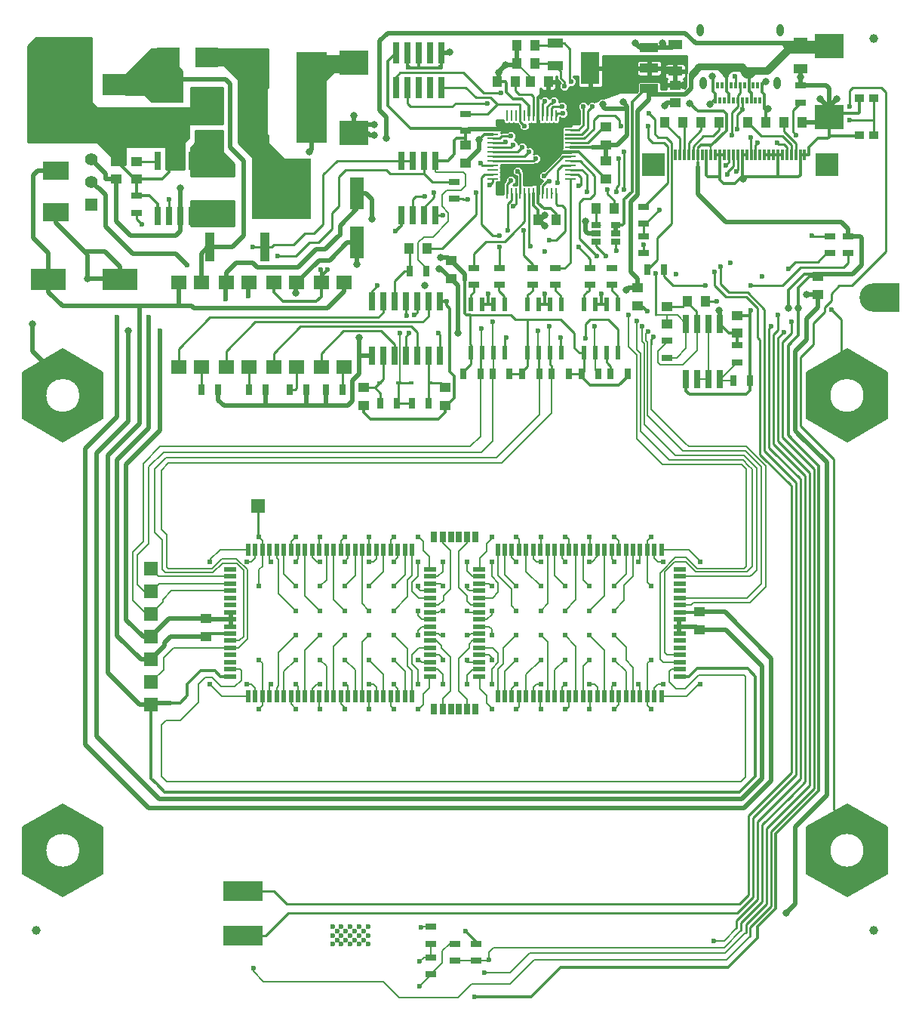
<source format=gbr>
G04 #@! TF.FileFunction,Copper,L2,Bot,Signal*
%FSLAX46Y46*%
G04 Gerber Fmt 4.6, Leading zero omitted, Abs format (unit mm)*
G04 Created by KiCad (PCBNEW 4.0.0-stable) date Monday, June 11, 2018 'PMt' 01:00:30 PM*
%MOMM*%
G01*
G04 APERTURE LIST*
%ADD10C,0.100000*%
%ADD11C,2.250000*%
%ADD12C,1.000000*%
%ADD13C,0.150000*%
%ADD14R,1.000000X1.250000*%
%ADD15R,1.800000X1.000000*%
%ADD16R,1.250000X1.000000*%
%ADD17R,1.700000X1.600000*%
%ADD18R,4.000500X2.400300*%
%ADD19R,1.300000X0.700000*%
%ADD20R,0.610000X1.520000*%
%ADD21R,0.700000X1.300000*%
%ADD22R,0.800000X1.300000*%
%ADD23R,2.780000X1.550000*%
%ADD24R,6.730000X6.740000*%
%ADD25R,1.397000X1.397000*%
%ADD26C,1.397000*%
%ADD27R,0.660400X2.032000*%
%ADD28R,1.000000X3.200000*%
%ADD29R,2.500000X1.000000*%
%ADD30R,3.200000X2.700000*%
%ADD31R,2.500000X2.300000*%
%ADD32C,1.000000*%
%ADD33R,1.501140X1.501140*%
%ADD34R,1.600200X3.599180*%
%ADD35R,3.500000X10.200000*%
%ADD36R,3.000000X2.000000*%
%ADD37R,1.060000X0.650000*%
%ADD38R,0.600000X0.450000*%
%ADD39C,0.604800*%
%ADD40R,0.740000X2.400000*%
%ADD41R,1.300000X0.250000*%
%ADD42R,0.250000X1.300000*%
%ADD43R,2.032000X3.657600*%
%ADD44R,2.032000X1.016000*%
%ADD45R,1.000000X0.900000*%
%ADD46O,0.800000X1.400000*%
%ADD47R,0.300000X0.700000*%
%ADD48R,1.600000X1.000000*%
%ADD49C,3.200000*%
%ADD50R,3.000000X3.200000*%
%ADD51R,0.500000X1.480000*%
%ADD52R,1.480000X0.500000*%
%ADD53C,0.600000*%
%ADD54R,4.500000X2.200000*%
%ADD55R,0.300000X1.250000*%
%ADD56R,2.500000X2.500000*%
%ADD57C,1.524000*%
%ADD58R,1.500000X1.500000*%
%ADD59C,0.800000*%
%ADD60C,0.500000*%
%ADD61C,0.250000*%
%ADD62C,0.300000*%
%ADD63C,0.200000*%
%ADD64C,0.254000*%
G04 APERTURE END LIST*
D10*
D11*
X146982767Y-74000000D02*
G75*
G03X146982767Y-74000000I-2982767J0D01*
G01*
D12*
X144000000Y-69400000D02*
X148000000Y-71700000D01*
X148000000Y-71700000D02*
X148000000Y-76300000D01*
X148000000Y-76300000D02*
X144000000Y-78600000D01*
X144000000Y-78600000D02*
X140000000Y-76300000D01*
X140000000Y-76300000D02*
X140000000Y-71700000D01*
X140000000Y-71700000D02*
X144000000Y-69400000D01*
D13*
X148500000Y-76598000D02*
X144000000Y-79196000D01*
X144000000Y-79196000D02*
X139500000Y-76598000D01*
X139500000Y-71402000D02*
X144000000Y-68804000D01*
X144000000Y-68804000D02*
X148500000Y-71402000D01*
X148500000Y-71402000D02*
X148500000Y-76598000D01*
X139500000Y-71402000D02*
X139500000Y-76598000D01*
D11*
X146982767Y-125000000D02*
G75*
G03X146982767Y-125000000I-2982767J0D01*
G01*
D12*
X144000000Y-120400000D02*
X148000000Y-122700000D01*
X148000000Y-122700000D02*
X148000000Y-127300000D01*
X148000000Y-127300000D02*
X144000000Y-129600000D01*
X144000000Y-129600000D02*
X140000000Y-127300000D01*
X140000000Y-127300000D02*
X140000000Y-122700000D01*
X140000000Y-122700000D02*
X144000000Y-120400000D01*
D13*
X148500000Y-127598000D02*
X144000000Y-130196000D01*
X144000000Y-130196000D02*
X139500000Y-127598000D01*
X139500000Y-122402000D02*
X144000000Y-119804000D01*
X144000000Y-119804000D02*
X148500000Y-122402000D01*
X148500000Y-122402000D02*
X148500000Y-127598000D01*
X139500000Y-122402000D02*
X139500000Y-127598000D01*
D11*
X58982767Y-125000000D02*
G75*
G03X58982767Y-125000000I-2982767J0D01*
G01*
D12*
X56000000Y-120400000D02*
X60000000Y-122700000D01*
X60000000Y-122700000D02*
X60000000Y-127300000D01*
X60000000Y-127300000D02*
X56000000Y-129600000D01*
X56000000Y-129600000D02*
X52000000Y-127300000D01*
X52000000Y-127300000D02*
X52000000Y-122700000D01*
X52000000Y-122700000D02*
X56000000Y-120400000D01*
D13*
X60500000Y-127598000D02*
X56000000Y-130196000D01*
X56000000Y-130196000D02*
X51500000Y-127598000D01*
X51500000Y-122402000D02*
X56000000Y-119804000D01*
X56000000Y-119804000D02*
X60500000Y-122402000D01*
X60500000Y-122402000D02*
X60500000Y-127598000D01*
X51500000Y-122402000D02*
X51500000Y-127598000D01*
D11*
X58982767Y-74000000D02*
G75*
G03X58982767Y-74000000I-2982767J0D01*
G01*
D12*
X56000000Y-69400000D02*
X60000000Y-71700000D01*
X60000000Y-71700000D02*
X60000000Y-76300000D01*
X60000000Y-76300000D02*
X56000000Y-78600000D01*
X56000000Y-78600000D02*
X52000000Y-76300000D01*
X52000000Y-76300000D02*
X52000000Y-71700000D01*
X52000000Y-71700000D02*
X56000000Y-69400000D01*
D13*
X60500000Y-76598000D02*
X56000000Y-79196000D01*
X56000000Y-79196000D02*
X51500000Y-76598000D01*
X51500000Y-71402000D02*
X56000000Y-68804000D01*
X56000000Y-68804000D02*
X60500000Y-71402000D01*
X60500000Y-71402000D02*
X60500000Y-76598000D01*
X51500000Y-71402000D02*
X51500000Y-76598000D01*
D14*
X108950000Y-34757000D03*
X106950000Y-34757000D03*
D15*
X111252000Y-34523000D03*
X111252000Y-37023000D03*
D16*
X101219000Y-45949000D03*
X101219000Y-47949000D03*
D17*
X79677000Y-70817000D03*
X82217000Y-70817000D03*
X82217000Y-61317000D03*
X79677000Y-61317000D03*
D18*
X54419500Y-60960000D03*
X62420500Y-60960000D03*
D19*
X102156000Y-61619500D03*
X102156000Y-59719500D03*
D20*
X118285000Y-69244000D03*
X117015000Y-69244000D03*
X115745000Y-69244000D03*
X114475000Y-69244000D03*
X114475000Y-63779000D03*
X115745000Y-63779000D03*
X117015000Y-63779000D03*
X118285000Y-63779000D03*
X111935000Y-63779000D03*
X110665000Y-63779000D03*
X109395000Y-63779000D03*
X108125000Y-63779000D03*
X108125000Y-69244000D03*
X109395000Y-69244000D03*
X110665000Y-69244000D03*
X111935000Y-69244000D03*
D21*
X102852000Y-71591500D03*
X100952000Y-71591500D03*
D19*
X64262000Y-53528000D03*
X64262000Y-51628000D03*
X101219000Y-42443000D03*
X101219000Y-44343000D03*
X102410000Y-137367000D03*
X102410000Y-135467000D03*
X99997000Y-135467000D03*
X99997000Y-137367000D03*
X97330000Y-136991000D03*
X97330000Y-138891000D03*
X97330000Y-133562000D03*
X97330000Y-135462000D03*
D21*
X133126000Y-72363040D03*
X131226000Y-72363040D03*
D19*
X131668000Y-70265040D03*
X131668000Y-68365040D03*
X123794000Y-69757040D03*
X123794000Y-67857040D03*
D21*
X116139000Y-71587000D03*
X114239000Y-71587000D03*
X109456000Y-71591500D03*
X107556000Y-71591500D03*
X104206000Y-71587000D03*
X106106000Y-71587000D03*
X110858000Y-71591500D03*
X112758000Y-71591500D03*
X95189000Y-74889000D03*
X97089000Y-74889000D03*
X87437000Y-73365000D03*
X85537000Y-73365000D03*
X71567000Y-73365000D03*
X73467000Y-73365000D03*
X81473000Y-73365000D03*
X83373000Y-73365000D03*
X76901000Y-73365000D03*
X78801000Y-73365000D03*
D19*
X117650000Y-61619500D03*
X117650000Y-59719500D03*
D21*
X117462000Y-71591500D03*
X119362000Y-71591500D03*
D19*
X138811000Y-41168000D03*
X138811000Y-39268000D03*
X144145000Y-56159000D03*
X144145000Y-58059000D03*
D21*
X121605000Y-59903000D03*
X123505000Y-59903000D03*
D19*
X142113000Y-56159000D03*
X142113000Y-58059000D03*
X115175000Y-61625000D03*
X115175000Y-59725000D03*
X108760000Y-61619500D03*
X108760000Y-59719500D03*
X104975000Y-61625000D03*
X104975000Y-59725000D03*
X111300000Y-61619500D03*
X111300000Y-59719500D03*
X99949000Y-51963000D03*
X99949000Y-50063000D03*
D21*
X93533000Y-74889000D03*
X91633000Y-74889000D03*
X94935000Y-60030000D03*
X96835000Y-60030000D03*
D22*
X98625000Y-89875000D03*
D21*
X97675000Y-89875000D03*
X99575000Y-89875000D03*
D23*
X73932000Y-48620000D03*
D24*
X80567000Y-50800000D03*
D23*
X73932000Y-52980000D03*
D17*
X69009000Y-70817000D03*
X71549000Y-70817000D03*
X71549000Y-61317000D03*
X69009000Y-61317000D03*
X85011000Y-70817000D03*
X87551000Y-70817000D03*
X87551000Y-61317000D03*
X85011000Y-61317000D03*
X74343000Y-70817000D03*
X76883000Y-70817000D03*
X76883000Y-61317000D03*
X74343000Y-61317000D03*
D20*
X105585000Y-69244000D03*
X104315000Y-69244000D03*
X103045000Y-69244000D03*
X101775000Y-69244000D03*
X101775000Y-63779000D03*
X103045000Y-63779000D03*
X104315000Y-63779000D03*
X105585000Y-63779000D03*
D16*
X123794000Y-65997040D03*
X123794000Y-63997040D03*
D25*
X59230000Y-52605000D03*
D26*
X59230000Y-50065000D03*
X59230000Y-47525000D03*
D27*
X129763000Y-72134440D03*
X128493000Y-72134440D03*
X127223000Y-72134440D03*
X125953000Y-72134440D03*
X125953000Y-65987640D03*
X127223000Y-65987640D03*
X128493000Y-65987640D03*
X129763000Y-65987640D03*
D28*
X72465000Y-57363000D03*
X78665000Y-57363000D03*
D29*
X72565000Y-44895000D03*
X72565000Y-39995000D03*
D16*
X61976000Y-49768000D03*
X61976000Y-47768000D03*
X64262000Y-47768000D03*
X64262000Y-49768000D03*
D30*
X88646000Y-36690000D03*
X88646000Y-44590000D03*
D16*
X127432000Y-98246000D03*
X127432000Y-100246000D03*
X72060000Y-101008000D03*
X72060000Y-99008000D03*
D31*
X67875000Y-36095000D03*
X72175000Y-36095000D03*
D32*
X147000000Y-34000000D03*
X147000000Y-134000000D03*
X53000000Y-134000000D03*
D16*
X131668000Y-65013040D03*
X131668000Y-67013040D03*
D14*
X126127000Y-63459000D03*
X128127000Y-63459000D03*
D22*
X101375000Y-109125000D03*
D21*
X100425000Y-109125000D03*
X102325000Y-109125000D03*
D22*
X101375000Y-89875000D03*
D21*
X100425000Y-89875000D03*
X102325000Y-89875000D03*
D22*
X98625000Y-109125000D03*
D21*
X99575000Y-109125000D03*
X97675000Y-109125000D03*
D18*
X62420500Y-39116000D03*
X54419500Y-39116000D03*
D14*
X106791000Y-38821000D03*
X104791000Y-38821000D03*
D16*
X140716000Y-62681000D03*
X140716000Y-60681000D03*
D14*
X108950000Y-36789000D03*
X106950000Y-36789000D03*
D16*
X116967000Y-45917000D03*
X116967000Y-43917000D03*
D33*
X65913000Y-103591000D03*
X65913000Y-108671000D03*
X65913000Y-95971000D03*
X65913000Y-93431000D03*
X65913000Y-106131000D03*
X65913000Y-98511000D03*
X65913000Y-101051000D03*
D34*
X89000000Y-51374180D03*
X89000000Y-56875820D03*
D35*
X83945000Y-40599000D03*
X77345000Y-40599000D03*
D14*
X125587000Y-43393000D03*
X123587000Y-43393000D03*
X136922000Y-43393000D03*
X138922000Y-43393000D03*
X127651000Y-43393000D03*
X129651000Y-43393000D03*
X134858000Y-43393000D03*
X132858000Y-43393000D03*
X117840000Y-53045000D03*
X115840000Y-53045000D03*
D36*
X68120000Y-40145000D03*
X68120000Y-44745000D03*
D16*
X120523000Y-63951000D03*
X120523000Y-61951000D03*
D27*
X66675000Y-47726600D03*
X67945000Y-47726600D03*
X69215000Y-47726600D03*
X70485000Y-47726600D03*
X70485000Y-53873400D03*
X69215000Y-53873400D03*
X67945000Y-53873400D03*
X66675000Y-53873400D03*
X93980000Y-47685600D03*
X95250000Y-47685600D03*
X96520000Y-47685600D03*
X97790000Y-47685600D03*
X97790000Y-53832400D03*
X96520000Y-53832400D03*
X95250000Y-53832400D03*
X93980000Y-53832400D03*
D37*
X115867000Y-56789000D03*
X115867000Y-55839000D03*
X115867000Y-54889000D03*
X118067000Y-54889000D03*
X118067000Y-56789000D03*
X118067000Y-55839000D03*
D16*
X89789000Y-73127000D03*
X89789000Y-75127000D03*
X98933000Y-75127000D03*
X98933000Y-73127000D03*
D14*
X94885000Y-57490000D03*
X96885000Y-57490000D03*
D38*
X91533000Y-72603000D03*
X93633000Y-72603000D03*
X97189000Y-72603000D03*
X95089000Y-72603000D03*
D27*
X90690000Y-63426600D03*
X91960000Y-63426600D03*
X93230000Y-63426600D03*
X94500000Y-63426600D03*
X95770000Y-63426600D03*
X97040000Y-63426600D03*
X98310000Y-63426600D03*
X98310000Y-69573400D03*
X97040000Y-69573400D03*
X94500000Y-69573400D03*
X93230000Y-69573400D03*
X91960000Y-69573400D03*
X90690000Y-69573400D03*
X95770000Y-69573400D03*
D14*
X108474000Y-38821000D03*
X110474000Y-38821000D03*
D39*
X82125000Y-92625000D03*
X82125000Y-106375000D03*
X84875000Y-92625000D03*
X84875000Y-95375000D03*
X84875000Y-98125000D03*
X84875000Y-100875000D03*
X84875000Y-103625000D03*
X84875000Y-106375000D03*
X87625000Y-92625000D03*
X87625000Y-95375000D03*
X87625000Y-98125000D03*
X87625000Y-100875000D03*
X87625000Y-103625000D03*
X87625000Y-106375000D03*
X90375000Y-92625000D03*
X90375000Y-95375000D03*
X90375000Y-98125000D03*
X90375000Y-100875000D03*
X90375000Y-103625000D03*
X90375000Y-106375000D03*
X93125000Y-92625000D03*
X93125000Y-95375000D03*
X93125000Y-98125000D03*
X93125000Y-100875000D03*
X93125000Y-103625000D03*
X93125000Y-106375000D03*
X95875000Y-92625000D03*
X95875000Y-95375000D03*
X95875000Y-98125000D03*
X95875000Y-100875000D03*
X95875000Y-103625000D03*
X95875000Y-106375000D03*
X98625000Y-92625000D03*
X98625000Y-95375000D03*
X98625000Y-98125000D03*
X98625000Y-100875000D03*
X98625000Y-103625000D03*
X98625000Y-106375000D03*
X101375000Y-92625000D03*
X101375000Y-95375000D03*
X101375000Y-98125000D03*
X101375000Y-100875000D03*
X101375000Y-103625000D03*
X101375000Y-106375000D03*
X104125000Y-92625000D03*
X104125000Y-95375000D03*
X104125000Y-98125000D03*
X104125000Y-100875000D03*
X104125000Y-103625000D03*
X104125000Y-106375000D03*
X106875000Y-92625000D03*
X106875000Y-95375000D03*
X106875000Y-98125000D03*
X106875000Y-100875000D03*
X106875000Y-103625000D03*
X106875000Y-106375000D03*
X109625000Y-92625000D03*
X109625000Y-95375000D03*
X109625000Y-98125000D03*
X109625000Y-100875000D03*
X109625000Y-103625000D03*
X109625000Y-106375000D03*
X112375000Y-92625000D03*
X112375000Y-95375000D03*
X112375000Y-98125000D03*
X112375000Y-100875000D03*
X112375000Y-103625000D03*
X112375000Y-106375000D03*
X115125000Y-92625000D03*
X115125000Y-95375000D03*
X115125000Y-98125000D03*
X115125000Y-100875000D03*
X115125000Y-103625000D03*
X115125000Y-106375000D03*
X117875000Y-92625000D03*
X117875000Y-106375000D03*
X84875000Y-89875000D03*
X84875000Y-109125000D03*
X87625000Y-89875000D03*
X87625000Y-109125000D03*
X90375000Y-89875000D03*
X90375000Y-109125000D03*
X93125000Y-89875000D03*
X93125000Y-109125000D03*
X95875000Y-89875000D03*
X95875000Y-109125000D03*
X98625000Y-89875000D03*
X98625000Y-109125000D03*
X101375000Y-89875000D03*
X101375000Y-109125000D03*
X104125000Y-89875000D03*
X104125000Y-109125000D03*
X106875000Y-89875000D03*
X106875000Y-109125000D03*
X109625000Y-89875000D03*
X109625000Y-109125000D03*
X112375000Y-89875000D03*
X112375000Y-109125000D03*
X115125000Y-89875000D03*
X115125000Y-109125000D03*
X82125000Y-95375000D03*
X82125000Y-98125000D03*
X82125000Y-100875000D03*
X82125000Y-103625000D03*
X117875000Y-95375000D03*
X117875000Y-98125000D03*
X117875000Y-100875000D03*
X117875000Y-103625000D03*
X120625000Y-106375000D03*
X120625000Y-92625000D03*
X79375000Y-106375000D03*
X79375000Y-92625000D03*
X78000000Y-89875000D03*
X78000000Y-103625000D03*
X122000000Y-95375000D03*
X122000000Y-109125000D03*
X78000000Y-95375000D03*
X78000000Y-109125000D03*
X122000000Y-89875000D03*
X122000000Y-103625000D03*
X82125000Y-89875000D03*
X82125000Y-109125000D03*
X117875000Y-89875000D03*
X117875000Y-109125000D03*
D40*
X98475800Y-39475600D03*
X98475800Y-35575600D03*
X97205800Y-39475600D03*
X97205800Y-35575600D03*
X95935800Y-39475600D03*
X95935800Y-35575600D03*
X94665800Y-39475600D03*
X94665800Y-35575600D03*
X93395800Y-39475600D03*
X93395800Y-35575600D03*
D41*
X112935000Y-44199000D03*
X112935000Y-44699000D03*
X112935000Y-45199000D03*
X112935000Y-45699000D03*
X112935000Y-46199000D03*
X112935000Y-46699000D03*
X112935000Y-47199000D03*
X112935000Y-47699000D03*
X112935000Y-48199000D03*
X112935000Y-48699000D03*
X112935000Y-49199000D03*
X112935000Y-49699000D03*
D42*
X111335000Y-51299000D03*
X110835000Y-51299000D03*
X110335000Y-51299000D03*
X109835000Y-51299000D03*
X109335000Y-51299000D03*
X108835000Y-51299000D03*
X108335000Y-51299000D03*
X107835000Y-51299000D03*
X107335000Y-51299000D03*
X106835000Y-51299000D03*
X106335000Y-51299000D03*
X105835000Y-51299000D03*
D41*
X104235000Y-49699000D03*
X104235000Y-49199000D03*
X104235000Y-48699000D03*
X104235000Y-48199000D03*
X104235000Y-47699000D03*
X104235000Y-47199000D03*
X104235000Y-46699000D03*
X104235000Y-46199000D03*
X104235000Y-45699000D03*
X104235000Y-45199000D03*
X104235000Y-44699000D03*
X104235000Y-44199000D03*
D42*
X105835000Y-42599000D03*
X106335000Y-42599000D03*
X106835000Y-42599000D03*
X107335000Y-42599000D03*
X107835000Y-42599000D03*
X108335000Y-42599000D03*
X108835000Y-42599000D03*
X109335000Y-42599000D03*
X109835000Y-42599000D03*
X110335000Y-42599000D03*
X110835000Y-42599000D03*
X111335000Y-42599000D03*
D14*
X111363000Y-54315000D03*
X109363000Y-54315000D03*
D16*
X116967000Y-47727000D03*
X116967000Y-49727000D03*
D43*
X115189000Y-37297000D03*
D44*
X121793000Y-37297000D03*
X121793000Y-39583000D03*
X121793000Y-35011000D03*
D30*
X141986000Y-34871000D03*
X141986000Y-42771000D03*
D45*
X146977000Y-44808000D03*
X145377000Y-44808000D03*
X146977000Y-40708000D03*
X145377000Y-40708000D03*
D46*
X127870000Y-39010000D03*
D47*
X129250000Y-40920000D03*
X129750000Y-40920000D03*
X130250000Y-40920000D03*
X130750000Y-40920000D03*
X131250000Y-40920000D03*
X131750000Y-40920000D03*
X132250000Y-40920000D03*
X134750000Y-40920000D03*
X133750000Y-40920000D03*
X133250000Y-40920000D03*
X132750000Y-40920000D03*
X134250000Y-40920000D03*
X134500000Y-39220000D03*
D46*
X136130000Y-39010000D03*
X136490000Y-33060000D03*
X127510000Y-33060000D03*
D47*
X134000000Y-39220000D03*
X133500000Y-39220000D03*
X133000000Y-39220000D03*
X132500000Y-39220000D03*
X132000000Y-39220000D03*
X131500000Y-39220000D03*
X131000000Y-39220000D03*
X130500000Y-39220000D03*
X130000000Y-39220000D03*
X129500000Y-39220000D03*
X129000000Y-39220000D03*
D48*
X138811000Y-34400000D03*
X138811000Y-37400000D03*
X124714000Y-37654000D03*
X124714000Y-34654000D03*
D16*
X124714000Y-41218000D03*
X124714000Y-39218000D03*
D49*
X146963000Y-63000000D03*
D50*
X148463000Y-63000000D03*
D39*
X127500000Y-92625000D03*
X127500000Y-106375000D03*
X72500000Y-106375000D03*
X72500000Y-92625000D03*
D51*
X104800000Y-91260000D03*
X105600000Y-91260000D03*
X106400000Y-91260000D03*
X107200000Y-91260000D03*
X108000000Y-91260000D03*
X108800000Y-91260000D03*
X109600000Y-91260000D03*
X110400000Y-91260000D03*
X111200000Y-91260000D03*
X112000000Y-91260000D03*
X112800000Y-91260000D03*
X113600000Y-91260000D03*
X114400000Y-91260000D03*
X115200000Y-91260000D03*
X116000000Y-91260000D03*
X116800000Y-91260000D03*
X117600000Y-91260000D03*
X118400000Y-91260000D03*
X119200000Y-91260000D03*
X120000000Y-91260000D03*
X120800000Y-91260000D03*
X121600000Y-91260000D03*
X122400000Y-91260000D03*
X123200000Y-91260000D03*
D52*
X125240000Y-93500000D03*
X125240000Y-94300000D03*
X125240000Y-95100000D03*
X125240000Y-95900000D03*
X125240000Y-96700000D03*
X125240000Y-97500000D03*
X125240000Y-98300000D03*
X125240000Y-99100000D03*
X125240000Y-99900000D03*
X125240000Y-100700000D03*
X125240000Y-101500000D03*
X125240000Y-102300000D03*
X125240000Y-103100000D03*
X125240000Y-103900000D03*
X125240000Y-104700000D03*
X125240000Y-105500000D03*
D51*
X123200000Y-107740000D03*
X122400000Y-107740000D03*
X121600000Y-107740000D03*
X120800000Y-107740000D03*
X120000000Y-107740000D03*
X119200000Y-107740000D03*
X118400000Y-107740000D03*
X117600000Y-107740000D03*
X116800000Y-107740000D03*
X116000000Y-107740000D03*
X115200000Y-107740000D03*
X114400000Y-107740000D03*
X113600000Y-107740000D03*
X112800000Y-107740000D03*
X112000000Y-107740000D03*
X111200000Y-107740000D03*
X110400000Y-107740000D03*
X109600000Y-107740000D03*
X108800000Y-107740000D03*
X108000000Y-107740000D03*
X107200000Y-107740000D03*
X106400000Y-107740000D03*
X105600000Y-107740000D03*
X104800000Y-107740000D03*
D52*
X102760000Y-105500000D03*
X102760000Y-104700000D03*
X102760000Y-103900000D03*
X102760000Y-103100000D03*
X102760000Y-102300000D03*
X102760000Y-101500000D03*
X102760000Y-100700000D03*
X102760000Y-99900000D03*
X102760000Y-99100000D03*
X102760000Y-98300000D03*
X102760000Y-97500000D03*
X102760000Y-96700000D03*
X102760000Y-95900000D03*
X102760000Y-95100000D03*
X102760000Y-94300000D03*
X102760000Y-93500000D03*
D51*
X95200000Y-107740000D03*
X94400000Y-107740000D03*
X93600000Y-107740000D03*
X92800000Y-107740000D03*
X92000000Y-107740000D03*
X91200000Y-107740000D03*
X90400000Y-107740000D03*
X89600000Y-107740000D03*
X88800000Y-107740000D03*
X88000000Y-107740000D03*
X87200000Y-107740000D03*
X86400000Y-107740000D03*
X85600000Y-107740000D03*
X84800000Y-107740000D03*
X84000000Y-107740000D03*
X83200000Y-107740000D03*
X82400000Y-107740000D03*
X81600000Y-107740000D03*
X80800000Y-107740000D03*
X80000000Y-107740000D03*
X79200000Y-107740000D03*
X78400000Y-107740000D03*
X77600000Y-107740000D03*
X76800000Y-107740000D03*
D52*
X74760000Y-105500000D03*
X74760000Y-104700000D03*
X74760000Y-103900000D03*
X74760000Y-103100000D03*
X74760000Y-102300000D03*
X74760000Y-101500000D03*
X74760000Y-100700000D03*
X74760000Y-99900000D03*
X74760000Y-99100000D03*
X74760000Y-98300000D03*
X74760000Y-97500000D03*
X74760000Y-96700000D03*
X74760000Y-95900000D03*
X74760000Y-95100000D03*
X74760000Y-94300000D03*
X74760000Y-93500000D03*
D51*
X76800000Y-91260000D03*
X77600000Y-91260000D03*
X78400000Y-91260000D03*
X79200000Y-91260000D03*
X80000000Y-91260000D03*
X80800000Y-91260000D03*
X81600000Y-91260000D03*
X82400000Y-91260000D03*
X83200000Y-91260000D03*
X84000000Y-91260000D03*
X84800000Y-91260000D03*
X85600000Y-91260000D03*
X86400000Y-91260000D03*
X87200000Y-91260000D03*
X88000000Y-91260000D03*
X88800000Y-91260000D03*
X89600000Y-91260000D03*
X90400000Y-91260000D03*
X91200000Y-91260000D03*
X92000000Y-91260000D03*
X92800000Y-91260000D03*
X93600000Y-91260000D03*
X94400000Y-91260000D03*
X95200000Y-91260000D03*
D52*
X97240000Y-93500000D03*
X97240000Y-94300000D03*
X97240000Y-95100000D03*
X97240000Y-95900000D03*
X97240000Y-96700000D03*
X97240000Y-97500000D03*
X97240000Y-98300000D03*
X97240000Y-99100000D03*
X97240000Y-99900000D03*
X97240000Y-100700000D03*
X97240000Y-101500000D03*
X97240000Y-102300000D03*
X97240000Y-103100000D03*
X97240000Y-103900000D03*
X97240000Y-104700000D03*
X97240000Y-105500000D03*
D39*
X76625000Y-92625000D03*
X76625000Y-106375000D03*
X123375000Y-92625000D03*
X123375000Y-106375000D03*
D53*
X90265000Y-135539000D03*
X89265000Y-135539000D03*
X88265000Y-135539000D03*
X87265000Y-135539000D03*
X86265000Y-135539000D03*
X90265000Y-134539000D03*
X89765000Y-135039000D03*
X89265000Y-134539000D03*
X88765000Y-135039000D03*
X88265000Y-134539000D03*
X87765000Y-135039000D03*
X87265000Y-134539000D03*
X86765000Y-135039000D03*
X86265000Y-134539000D03*
X90265000Y-133539000D03*
X89765000Y-134039000D03*
X89265000Y-133539000D03*
X88765000Y-134039000D03*
X88265000Y-133539000D03*
X87765000Y-134039000D03*
X87265000Y-133539000D03*
X86765000Y-134039000D03*
X86265000Y-133539000D03*
D54*
X76265000Y-129539000D03*
X76265000Y-134539000D03*
D55*
X139250000Y-47025000D03*
X137250000Y-47025000D03*
X137750000Y-47025000D03*
X138750000Y-47025000D03*
X138250000Y-47025000D03*
X136250000Y-47025000D03*
X136750000Y-47025000D03*
X135750000Y-47025000D03*
X135250000Y-47025000D03*
X132250000Y-47025000D03*
X132750000Y-47025000D03*
X133750000Y-47025000D03*
X133250000Y-47025000D03*
X134750000Y-47025000D03*
X134250000Y-47025000D03*
X126750000Y-47025000D03*
X127250000Y-47025000D03*
X125750000Y-47025000D03*
X126250000Y-47025000D03*
X125250000Y-47025000D03*
X124750000Y-47025000D03*
X127750000Y-47025000D03*
X128250000Y-47025000D03*
X129250000Y-47025000D03*
X128750000Y-47025000D03*
X130750000Y-47025000D03*
X131250000Y-47025000D03*
X130250000Y-47025000D03*
X129750000Y-47025000D03*
D56*
X122250000Y-48125000D03*
X141750000Y-48125000D03*
D55*
X131750000Y-47025000D03*
D19*
X121158000Y-54757000D03*
X121158000Y-52857000D03*
X121158000Y-56159000D03*
X121158000Y-58059000D03*
D57*
X144000000Y-70900000D03*
X144000000Y-121900000D03*
X56000000Y-121900000D03*
X56000000Y-70900000D03*
D58*
X77875000Y-86375000D03*
D36*
X55225000Y-48825000D03*
X55225000Y-53425000D03*
D16*
X99568000Y-58903000D03*
X99568000Y-60903000D03*
D53*
X110109000Y-57900000D03*
D59*
X83693000Y-46695000D03*
X69215000Y-50759000D03*
X140970000Y-40726000D03*
X142875000Y-40726000D03*
X137160000Y-132039000D03*
D53*
X121158000Y-57109000D03*
D59*
X52578000Y-65999000D03*
X116586000Y-41361000D03*
X139446000Y-62697000D03*
X114681000Y-54442000D03*
X88646000Y-42631000D03*
X90932000Y-44790000D03*
X90932000Y-43647000D03*
X65659000Y-44663000D03*
X55245000Y-41615000D03*
X55372000Y-36281000D03*
X57023000Y-39456000D03*
X57023000Y-38694000D03*
X132334000Y-49743000D03*
X129667000Y-64475000D03*
X138811000Y-38313000D03*
X99441000Y-35519000D03*
X105664000Y-36916000D03*
X104902000Y-37805000D03*
X110109000Y-54950000D03*
X110109000Y-53807000D03*
X102743000Y-45298000D03*
X118872000Y-41107000D03*
X123571000Y-41488000D03*
X120269000Y-34503000D03*
X123317000Y-34503000D03*
X135128000Y-41869000D03*
X134874000Y-38821000D03*
X128905000Y-38186000D03*
X128651000Y-41361000D03*
D53*
X94742000Y-37170000D03*
X98425000Y-37170000D03*
X130937000Y-59141000D03*
X121575000Y-64575000D03*
X124841000Y-60411000D03*
X134493000Y-60665000D03*
X65659000Y-42885000D03*
X56769000Y-41615000D03*
X56769000Y-36281000D03*
X85725000Y-59903000D03*
X84963000Y-59903000D03*
X93345000Y-55585000D03*
X99075000Y-63475000D03*
X103759000Y-62633500D03*
X110109000Y-62633500D03*
X116459000Y-62633500D03*
X128143000Y-61681000D03*
X110617000Y-56601000D03*
X105029000Y-57363000D03*
X130429000Y-48219000D03*
X107061000Y-48854000D03*
X130556000Y-49235000D03*
X106299000Y-49870000D03*
X133223000Y-61681000D03*
X133223000Y-45044000D03*
X106553000Y-45933000D03*
X133985000Y-45679000D03*
X107569000Y-46187000D03*
X113919000Y-50505000D03*
X137795000Y-65745000D03*
X77391000Y-138195000D03*
X109093000Y-47457000D03*
X118364000Y-47457000D03*
X118110000Y-51140000D03*
X135509000Y-66253000D03*
X129080000Y-135147000D03*
X110617000Y-49997000D03*
X131572000Y-48854000D03*
X118618000Y-43774000D03*
X121666000Y-43774000D03*
X121793000Y-42377000D03*
X112141000Y-42377000D03*
X96187000Y-133623000D03*
X96060000Y-140227000D03*
X136271000Y-64983000D03*
X114808000Y-51140000D03*
X103807000Y-137306000D03*
X96060000Y-137433000D03*
X118999000Y-46695000D03*
X136896000Y-66878000D03*
X118999000Y-50886000D03*
X108331000Y-46695000D03*
X103299000Y-138703000D03*
X113875000Y-57375000D03*
X108468000Y-57275000D03*
X122555000Y-60284000D03*
X115951000Y-58379000D03*
X142240000Y-64348000D03*
X129413000Y-63459000D03*
X62103000Y-65237000D03*
X65659000Y-65237000D03*
D59*
X90678000Y-54188000D03*
X98425000Y-58575000D03*
D53*
X74295000Y-63205000D03*
X120439417Y-65607457D03*
X102997000Y-66507000D03*
X121031000Y-66207457D03*
X115697000Y-66207457D03*
X107696000Y-55458000D03*
X105918000Y-55458000D03*
X109347000Y-66761000D03*
X122301000Y-67396000D03*
X119507000Y-64983000D03*
X104267000Y-65722999D03*
X110617000Y-66253000D03*
X121689229Y-66807457D03*
D59*
X63373000Y-66761000D03*
D53*
X66929000Y-66761000D03*
D59*
X98275000Y-59775000D03*
X88975000Y-59275000D03*
X100375000Y-66975000D03*
X82169000Y-62502600D03*
X58801000Y-60919000D03*
D53*
X114681000Y-67615000D03*
X111887000Y-67523000D03*
X105791000Y-67523000D03*
D59*
X138557000Y-64221000D03*
X137414000Y-64221000D03*
D53*
X133223000Y-64475000D03*
D59*
X126365000Y-41234000D03*
X125603000Y-39202000D03*
D53*
X102235000Y-141437000D03*
X101219000Y-134071000D03*
X114427000Y-41615000D03*
X112268000Y-39329000D03*
X113030000Y-38821000D03*
X115443000Y-41615000D03*
X109982000Y-49362000D03*
X102362000Y-51267000D03*
X138303000Y-44790000D03*
X136144000Y-45679000D03*
X144272000Y-43139000D03*
X107823000Y-43774000D03*
X105156000Y-40091000D03*
X111125000Y-40980000D03*
X103632000Y-41234000D03*
X110109000Y-40970000D03*
X106299000Y-44917000D03*
X131064000Y-44790000D03*
X105029000Y-56093000D03*
X140081000Y-56093000D03*
X80137000Y-58379000D03*
X64897000Y-54823000D03*
X77343000Y-57363000D03*
X67945000Y-52029000D03*
X137414000Y-59776000D03*
X101473000Y-52029000D03*
X111506000Y-50124000D03*
X129159000Y-60157000D03*
X116967000Y-58379000D03*
X118110000Y-57744000D03*
X129790291Y-59566849D03*
X132250000Y-41953000D03*
X131445000Y-38186000D03*
X131699000Y-44155000D03*
X105664000Y-45552000D03*
X94567126Y-65069990D03*
X93853000Y-67015000D03*
X102870000Y-47965000D03*
X97663000Y-51267000D03*
X96647000Y-51648000D03*
X103886000Y-50378000D03*
X106553000Y-52791000D03*
X98679000Y-53807000D03*
X94869000Y-67015000D03*
X98171000Y-67015000D03*
X95412277Y-64979211D03*
X91313000Y-61681000D03*
D59*
X92329000Y-45171000D03*
D53*
X69977000Y-59395000D03*
X76835000Y-62824000D03*
D59*
X119253000Y-62189000D03*
X96647000Y-61681000D03*
X89281000Y-67523000D03*
D53*
X122936000Y-53172000D03*
X117094000Y-50886000D03*
X144272000Y-41615000D03*
X112014000Y-41615000D03*
D60*
X83945000Y-46443000D02*
X83945000Y-40599000D01*
X83693000Y-46695000D02*
X83945000Y-46443000D01*
X69215000Y-53873400D02*
X69215000Y-50759000D01*
X68707000Y-56093000D02*
X69215000Y-55585000D01*
X69215000Y-55585000D02*
X69215000Y-53873400D01*
X63627000Y-56093000D02*
X68707000Y-56093000D01*
X61976000Y-54442000D02*
X63627000Y-56093000D01*
X61976000Y-49768000D02*
X61976000Y-54442000D01*
X60833000Y-49128000D02*
X60833000Y-49750000D01*
X60833000Y-49750000D02*
X60851000Y-49768000D01*
X60851000Y-49768000D02*
X61976000Y-49768000D01*
X59230000Y-47525000D02*
X60833000Y-49128000D01*
X88646000Y-36690000D02*
X87335000Y-36690000D01*
X87335000Y-36690000D02*
X83485000Y-40540000D01*
D61*
X76885000Y-40540000D02*
X76885000Y-43951000D01*
X76885000Y-43951000D02*
X80567000Y-47633000D01*
X80567000Y-47633000D02*
X80567000Y-50800000D01*
X72175000Y-36095000D02*
X74109000Y-36095000D01*
X74109000Y-36095000D02*
X76885000Y-38871000D01*
X76885000Y-38871000D02*
X76885000Y-40540000D01*
D62*
X129750000Y-47025000D02*
X129750000Y-49406000D01*
D60*
X141986000Y-42771000D02*
X141986000Y-41742000D01*
X141986000Y-41742000D02*
X140970000Y-40726000D01*
X141986000Y-42771000D02*
X141986000Y-41615000D01*
X141986000Y-41615000D02*
X142875000Y-40726000D01*
X141986000Y-42771000D02*
X141986000Y-39583000D01*
X141671000Y-39268000D02*
X141986000Y-39583000D01*
X141671000Y-39268000D02*
X138811000Y-39268000D01*
X138557000Y-78318000D02*
X141732000Y-81493000D01*
X140716000Y-64094000D02*
X139446000Y-65364000D01*
X139446000Y-65364000D02*
X139446000Y-67777000D01*
X140716000Y-64094000D02*
X140716000Y-62681000D01*
X138176000Y-76032000D02*
X138176000Y-69047000D01*
X138176000Y-69047000D02*
X139446000Y-67777000D01*
X138557000Y-78318000D02*
X138176000Y-77937000D01*
X138176000Y-77937000D02*
X138176000Y-76032000D01*
X138176000Y-131023000D02*
X137160000Y-132039000D01*
X138176000Y-122387000D02*
X138176000Y-131023000D01*
X141732000Y-118831000D02*
X138176000Y-122387000D01*
X141732000Y-81493000D02*
X141732000Y-118831000D01*
D61*
X121158000Y-58059000D02*
X121158000Y-57109000D01*
D62*
X145377000Y-40708000D02*
X145377000Y-42288000D01*
X145288000Y-42377000D02*
X142380000Y-42377000D01*
X145377000Y-42288000D02*
X145288000Y-42377000D01*
X142380000Y-42377000D02*
X141986000Y-42771000D01*
D60*
X56000000Y-70900000D02*
X54431000Y-70900000D01*
X52578000Y-69047000D02*
X52578000Y-65999000D01*
X54431000Y-70900000D02*
X52578000Y-69047000D01*
X116586000Y-41361000D02*
X116586000Y-41615000D01*
X116840000Y-41869000D02*
X119335598Y-41869000D01*
X116586000Y-41615000D02*
X116840000Y-41869000D01*
X140716000Y-62681000D02*
X139462000Y-62681000D01*
X139462000Y-62681000D02*
X139446000Y-62697000D01*
X115867000Y-55839000D02*
X114935000Y-55839000D01*
X114681000Y-55585000D02*
X114681000Y-54442000D01*
X114935000Y-55839000D02*
X114681000Y-55585000D01*
X88646000Y-44590000D02*
X88646000Y-42631000D01*
X88646000Y-44590000D02*
X89081000Y-44590000D01*
X88646000Y-44590000D02*
X90224000Y-44590000D01*
X90224000Y-44590000D02*
X90424000Y-44790000D01*
X90424000Y-44790000D02*
X90932000Y-44790000D01*
X88646000Y-44590000D02*
X89227000Y-44590000D01*
X89227000Y-44590000D02*
X90170000Y-43647000D01*
X90170000Y-43647000D02*
X90932000Y-43647000D01*
X68120000Y-44745000D02*
X65741000Y-44745000D01*
X65741000Y-44745000D02*
X65659000Y-44663000D01*
X54419500Y-39116000D02*
X54419500Y-40789500D01*
X54419500Y-40789500D02*
X55245000Y-41615000D01*
X54419500Y-39116000D02*
X54419500Y-37233500D01*
X54419500Y-37233500D02*
X55372000Y-36281000D01*
X54419500Y-39116000D02*
X56048000Y-39116000D01*
X56048000Y-39116000D02*
X56388000Y-39456000D01*
X56388000Y-39456000D02*
X57023000Y-39456000D01*
X54419500Y-39116000D02*
X55966000Y-39116000D01*
X55966000Y-39116000D02*
X56388000Y-38694000D01*
X56388000Y-38694000D02*
X57023000Y-38694000D01*
D62*
X132207000Y-49489000D02*
X132207000Y-49616000D01*
X131445000Y-50251000D02*
X132207000Y-49489000D01*
X130175000Y-50251000D02*
X131445000Y-50251000D01*
X129750000Y-49826000D02*
X130175000Y-50251000D01*
X129750000Y-49406000D02*
X129750000Y-49826000D01*
X132207000Y-49616000D02*
X132334000Y-49743000D01*
D60*
X146644000Y-62681000D02*
X146963000Y-63000000D01*
X129763000Y-64571000D02*
X129667000Y-64475000D01*
X129763000Y-65987640D02*
X129763000Y-64571000D01*
X138922000Y-43393000D02*
X141364000Y-43393000D01*
X141364000Y-43393000D02*
X141986000Y-42771000D01*
X138811000Y-38313000D02*
X138811000Y-39268000D01*
X138811000Y-37400000D02*
X138811000Y-38313000D01*
X98475800Y-35575600D02*
X99384400Y-35575600D01*
X99384400Y-35575600D02*
X99441000Y-35519000D01*
X104902000Y-38710000D02*
X104902000Y-37805000D01*
X105664000Y-36916000D02*
X104902000Y-37678000D01*
X105664000Y-36916000D02*
X106823000Y-36916000D01*
X104902000Y-37678000D02*
X104902000Y-37805000D01*
X104902000Y-38710000D02*
X104791000Y-38821000D01*
X106950000Y-34757000D02*
X106950000Y-36789000D01*
X106950000Y-36789000D02*
X106823000Y-36916000D01*
X109363000Y-54315000D02*
X109474000Y-54315000D01*
X109474000Y-54315000D02*
X110109000Y-54950000D01*
X109363000Y-54315000D02*
X109601000Y-54315000D01*
X109601000Y-54315000D02*
X110109000Y-53807000D01*
D62*
X103342000Y-44699000D02*
X102743000Y-45298000D01*
X104235000Y-44699000D02*
X103342000Y-44699000D01*
D60*
X102743000Y-45298000D02*
X102743000Y-46425000D01*
X102743000Y-46425000D02*
X101219000Y-47949000D01*
X116967000Y-45917000D02*
X118253000Y-45917000D01*
X119335598Y-41570598D02*
X118872000Y-41107000D01*
X119335598Y-44834402D02*
X119335598Y-41869000D01*
X119335598Y-41869000D02*
X119335598Y-41570598D01*
X118253000Y-45917000D02*
X119335598Y-44834402D01*
X116967000Y-45917000D02*
X116967000Y-47727000D01*
X116685000Y-46199000D02*
X115443000Y-46199000D01*
D62*
X113885000Y-46199000D02*
X112935000Y-46199000D01*
X115443000Y-46199000D02*
X113885000Y-46199000D01*
D60*
X116685000Y-46199000D02*
X116967000Y-45917000D01*
X124714000Y-41218000D02*
X123841000Y-41218000D01*
X123841000Y-41218000D02*
X123571000Y-41488000D01*
X121793000Y-35011000D02*
X120777000Y-35011000D01*
X120777000Y-35011000D02*
X120269000Y-34503000D01*
X123444000Y-35011000D02*
X123444000Y-34630000D01*
X123444000Y-34630000D02*
X123317000Y-34503000D01*
X121793000Y-35011000D02*
X123444000Y-35011000D01*
X123444000Y-35011000D02*
X124357000Y-35011000D01*
X124357000Y-35011000D02*
X124714000Y-34654000D01*
D62*
X134750000Y-40920000D02*
X134750000Y-41618000D01*
X134750000Y-41618000D02*
X135128000Y-41869000D01*
X134500000Y-39220000D02*
X134500000Y-39195000D01*
X134500000Y-39195000D02*
X134874000Y-38821000D01*
X129000000Y-39220000D02*
X129000000Y-38281000D01*
X129000000Y-38281000D02*
X128905000Y-38186000D01*
X129250000Y-40920000D02*
X129092000Y-40920000D01*
X129092000Y-40920000D02*
X128651000Y-41361000D01*
X101219000Y-47949000D02*
X101489000Y-47949000D01*
X102834000Y-45207000D02*
X102743000Y-45298000D01*
X134858000Y-43393000D02*
X134858000Y-41980000D01*
X134750000Y-41872000D02*
X134750000Y-40920000D01*
X134858000Y-41980000D02*
X134750000Y-41872000D01*
X141986000Y-44917000D02*
X145268000Y-44917000D01*
X145268000Y-44917000D02*
X145377000Y-44808000D01*
X134750000Y-40920000D02*
X134750000Y-40221000D01*
X134500000Y-39971000D02*
X134500000Y-39220000D01*
X134750000Y-40221000D02*
X134500000Y-39971000D01*
X129250000Y-40920000D02*
X129250000Y-40182000D01*
X129000000Y-39932000D02*
X129000000Y-39220000D01*
X129250000Y-40182000D02*
X129000000Y-39932000D01*
X95935800Y-35575600D02*
X95935800Y-37297000D01*
X95935800Y-37297000D02*
X95885000Y-37297000D01*
X94665800Y-35575600D02*
X94665800Y-37093800D01*
X98171000Y-37297000D02*
X98475800Y-36992200D01*
X98475800Y-36992200D02*
X98475800Y-35575600D01*
X94869000Y-37297000D02*
X95885000Y-37297000D01*
X95885000Y-37297000D02*
X98171000Y-37297000D01*
X94665800Y-37093800D02*
X94869000Y-37297000D01*
X139700000Y-47025000D02*
X139700000Y-46187000D01*
X139250000Y-47025000D02*
X139700000Y-47025000D01*
X141986000Y-45044000D02*
X141986000Y-44917000D01*
X141986000Y-44917000D02*
X141986000Y-42771000D01*
X141859000Y-45171000D02*
X141986000Y-45044000D01*
X140716000Y-45171000D02*
X141859000Y-45171000D01*
X139700000Y-46187000D02*
X140716000Y-45171000D01*
X141364000Y-43393000D02*
X141986000Y-42771000D01*
X108335000Y-42599000D02*
X108335000Y-41492000D01*
X108335000Y-41492000D02*
X107569000Y-40726000D01*
X107569000Y-40726000D02*
X106553000Y-40726000D01*
X106553000Y-40726000D02*
X105791000Y-39964000D01*
X105791000Y-39964000D02*
X105791000Y-38948000D01*
X105791000Y-38948000D02*
X105664000Y-38821000D01*
X105664000Y-38821000D02*
X104791000Y-38821000D01*
D63*
X108474000Y-38821000D02*
X108474000Y-38313000D01*
X108474000Y-38313000D02*
X106950000Y-36789000D01*
X109363000Y-54315000D02*
X109363000Y-54172000D01*
D62*
X108835000Y-51299000D02*
X108835000Y-52660000D01*
X108835000Y-52660000D02*
X109363000Y-53188000D01*
X109363000Y-53188000D02*
X109363000Y-54315000D01*
X99441000Y-71333000D02*
X99908001Y-71800001D01*
X99908001Y-71800001D02*
X99908001Y-74276999D01*
X99908001Y-74276999D02*
X99058000Y-75127000D01*
X99058000Y-75127000D02*
X98933000Y-75127000D01*
X99441000Y-64265264D02*
X99441000Y-71333000D01*
X99075000Y-63475000D02*
X99075000Y-63899264D01*
X99075000Y-63899264D02*
X99441000Y-64265264D01*
X120523000Y-63951000D02*
X120951000Y-63951000D01*
X120951000Y-63951000D02*
X121575000Y-64575000D01*
X99075000Y-63475000D02*
X98358400Y-63475000D01*
X98358400Y-63475000D02*
X98310000Y-63426600D01*
X85011000Y-61317000D02*
X85011000Y-62903000D01*
X85011000Y-62903000D02*
X84455000Y-63459000D01*
X84455000Y-63459000D02*
X80719000Y-63459000D01*
X80719000Y-63459000D02*
X79677000Y-62417000D01*
X79677000Y-62417000D02*
X79677000Y-61317000D01*
X120523000Y-63671500D02*
X120523000Y-64157500D01*
X68120000Y-44745000D02*
X67620000Y-44745000D01*
X67620000Y-44745000D02*
X65760000Y-42885000D01*
X65760000Y-42885000D02*
X65659000Y-42885000D01*
X55219600Y-39116000D02*
X56769000Y-40665400D01*
X56769000Y-40665400D02*
X56769000Y-41615000D01*
X55219600Y-39116000D02*
X56769000Y-37566600D01*
X56769000Y-37566600D02*
X56769000Y-36281000D01*
X85011000Y-61317000D02*
X85011000Y-60617000D01*
X85011000Y-60617000D02*
X85725000Y-59903000D01*
X85011000Y-61317000D02*
X85011000Y-59951000D01*
X85011000Y-59951000D02*
X84963000Y-59903000D01*
X93980000Y-53832400D02*
X93980000Y-54950000D01*
X93980000Y-54950000D02*
X93345000Y-55585000D01*
X88973000Y-44917000D02*
X88646000Y-44590000D01*
X89335000Y-43901000D02*
X88646000Y-44590000D01*
X88646000Y-44590000D02*
X89208000Y-44590000D01*
X103759000Y-63779000D02*
X104315000Y-63779000D01*
X103045000Y-63779000D02*
X103759000Y-63779000D01*
X103759000Y-63779000D02*
X103759000Y-62633500D01*
X110109000Y-63779000D02*
X110665000Y-63779000D01*
X109395000Y-63779000D02*
X110109000Y-63779000D01*
X110109000Y-63779000D02*
X110109000Y-62633500D01*
X116459000Y-63779000D02*
X117015000Y-63779000D01*
X115745000Y-63779000D02*
X116459000Y-63779000D01*
X116459000Y-63779000D02*
X116459000Y-62633500D01*
X131668000Y-67013040D02*
X130788400Y-67013040D01*
X130788400Y-67013040D02*
X129763000Y-65987640D01*
X89789000Y-75127000D02*
X89789000Y-75927000D01*
X89789000Y-75927000D02*
X90529000Y-76667000D01*
X90529000Y-76667000D02*
X98193000Y-76667000D01*
X98193000Y-76667000D02*
X98933000Y-75927000D01*
X98933000Y-75927000D02*
X98933000Y-75127000D01*
X108347000Y-42587000D02*
X108335000Y-42599000D01*
X138557000Y-49489000D02*
X136271000Y-49489000D01*
X136271000Y-49489000D02*
X132207000Y-49489000D01*
X136250000Y-47025000D02*
X136250000Y-49468000D01*
X136250000Y-49468000D02*
X136271000Y-49489000D01*
X132250000Y-47025000D02*
X132250000Y-49446000D01*
X132250000Y-49446000D02*
X132207000Y-49489000D01*
X129667000Y-49489000D02*
X128397000Y-49489000D01*
X128250000Y-48072000D02*
X128250000Y-47025000D01*
X128250000Y-49342000D02*
X128250000Y-48072000D01*
X128397000Y-49489000D02*
X128250000Y-49342000D01*
X129750000Y-49406000D02*
X129667000Y-49489000D01*
X138750000Y-47025000D02*
X138750000Y-49296000D01*
X138750000Y-49296000D02*
X138557000Y-49489000D01*
X132250000Y-47025000D02*
X132750000Y-47025000D01*
X129750000Y-47025000D02*
X130250000Y-47025000D01*
X129250000Y-47025000D02*
X129750000Y-47025000D01*
X135250000Y-47025000D02*
X134750000Y-47025000D01*
X135750000Y-47025000D02*
X135250000Y-47025000D01*
X136250000Y-47025000D02*
X135750000Y-47025000D01*
X136750000Y-47025000D02*
X136250000Y-47025000D01*
X139250000Y-47025000D02*
X138750000Y-47025000D01*
X61976000Y-47768000D02*
X61976000Y-45872400D01*
X61976000Y-45872400D02*
X55219600Y-39116000D01*
X55219600Y-39116000D02*
X54419500Y-39116000D01*
X64262000Y-49768000D02*
X64101000Y-49768000D01*
X64101000Y-49768000D02*
X62101000Y-47768000D01*
X62101000Y-47768000D02*
X61976000Y-47768000D01*
X71501000Y-42885000D02*
X72565000Y-41821000D01*
X72565000Y-41821000D02*
X72565000Y-39995000D01*
X68680000Y-42885000D02*
X71501000Y-42885000D01*
X68120000Y-44745000D02*
X68120000Y-43445000D01*
X68120000Y-43445000D02*
X68680000Y-42885000D01*
X67945000Y-47726600D02*
X67945000Y-44920000D01*
X67945000Y-44920000D02*
X68120000Y-44745000D01*
X67945000Y-47726600D02*
X67945000Y-48981000D01*
X67945000Y-48981000D02*
X67158000Y-49768000D01*
X67158000Y-49768000D02*
X64262000Y-49768000D01*
X65766000Y-51628000D02*
X66675000Y-52537000D01*
X66675000Y-52537000D02*
X66675000Y-53873400D01*
X64262000Y-51628000D02*
X65766000Y-51628000D01*
X64262000Y-49768000D02*
X64262000Y-51628000D01*
X67945000Y-47726600D02*
X69215000Y-47726600D01*
X129763000Y-65987640D02*
X129763000Y-65124040D01*
X131668000Y-68365040D02*
X131668000Y-67013040D01*
D60*
X74803000Y-46187000D02*
X76327000Y-47711000D01*
X67875000Y-38567000D02*
X74295000Y-38567000D01*
X74295000Y-38567000D02*
X74803000Y-39075000D01*
X74803000Y-39075000D02*
X74803000Y-46187000D01*
X75057000Y-57363000D02*
X72465000Y-57363000D01*
X76327000Y-56093000D02*
X75057000Y-57363000D01*
X76327000Y-47711000D02*
X76327000Y-56093000D01*
X67875000Y-38567000D02*
X67875000Y-39075000D01*
X67875000Y-36095000D02*
X67875000Y-38567000D01*
X72263000Y-57363000D02*
X71549000Y-58077000D01*
X71549000Y-58077000D02*
X71549000Y-61317000D01*
X72465000Y-57363000D02*
X72263000Y-57363000D01*
X67875000Y-39075000D02*
X67875000Y-39900000D01*
X62420500Y-39116000D02*
X67834000Y-39116000D01*
X67834000Y-39116000D02*
X67875000Y-39075000D01*
X67875000Y-39900000D02*
X68120000Y-40145000D01*
D61*
X70485000Y-47726600D02*
X72517000Y-47726600D01*
X72517000Y-47726600D02*
X73038600Y-47726600D01*
X72565000Y-44895000D02*
X72565000Y-47678600D01*
X72565000Y-47678600D02*
X72517000Y-47726600D01*
X73038600Y-47726600D02*
X73932000Y-48620000D01*
X70485000Y-53873400D02*
X71065200Y-53873400D01*
X71065200Y-53873400D02*
X71958600Y-52980000D01*
X71958600Y-52980000D02*
X73932000Y-52980000D01*
X125250000Y-47025000D02*
X125250000Y-45181000D01*
X125250000Y-45181000D02*
X123587000Y-43518000D01*
X123587000Y-43518000D02*
X123587000Y-43393000D01*
X125750000Y-47025000D02*
X125750000Y-43556000D01*
X125750000Y-43556000D02*
X125587000Y-43393000D01*
X138250000Y-47025000D02*
X138250000Y-45753000D01*
X136922000Y-44425000D02*
X136922000Y-43393000D01*
X138250000Y-45753000D02*
X136922000Y-44425000D01*
X127651000Y-43393000D02*
X127651000Y-44268000D01*
X127651000Y-44268000D02*
X126250000Y-45669000D01*
X126250000Y-46150000D02*
X126250000Y-47025000D01*
X126250000Y-45669000D02*
X126250000Y-46150000D01*
X127889000Y-44917000D02*
X126750000Y-46056000D01*
X126750000Y-46056000D02*
X126750000Y-47025000D01*
X129002000Y-44917000D02*
X127889000Y-44917000D01*
X129651000Y-43393000D02*
X129651000Y-44268000D01*
X129651000Y-44268000D02*
X129002000Y-44917000D01*
X137750000Y-47025000D02*
X137750000Y-45888000D01*
X134382000Y-44917000D02*
X132858000Y-43393000D01*
X134904000Y-44917000D02*
X134382000Y-44917000D01*
X136779000Y-44917000D02*
X134904000Y-44917000D01*
X137750000Y-45888000D02*
X136779000Y-44917000D01*
X123952000Y-61173000D02*
X123444000Y-60665000D01*
X123952000Y-61173000D02*
X124460000Y-61681000D01*
X124460000Y-61681000D02*
X128143000Y-61681000D01*
X123444000Y-60665000D02*
X123444000Y-59964000D01*
X123444000Y-59964000D02*
X123505000Y-59903000D01*
X102156000Y-58194000D02*
X102156000Y-58077000D01*
X102156000Y-59719500D02*
X102156000Y-59119500D01*
X107835000Y-54466002D02*
X106326002Y-55975000D01*
X107835000Y-54466002D02*
X107835000Y-51299000D01*
X102156000Y-58194000D02*
X102156000Y-59119500D01*
X105573002Y-56728000D02*
X106326002Y-55975000D01*
X103505000Y-56728000D02*
X105573002Y-56728000D01*
X102156000Y-58077000D02*
X103505000Y-56728000D01*
X107835000Y-51299000D02*
X107835000Y-51824000D01*
X110617000Y-56601000D02*
X111379000Y-56601000D01*
X111335000Y-52493000D02*
X111335000Y-51299000D01*
X111506000Y-52664000D02*
X111335000Y-52493000D01*
X112014000Y-52664000D02*
X111506000Y-52664000D01*
X112395000Y-53045000D02*
X112014000Y-52664000D01*
X112395000Y-55585000D02*
X112395000Y-53045000D01*
X111379000Y-56601000D02*
X112395000Y-55585000D01*
X110677000Y-56541000D02*
X110617000Y-56601000D01*
X104975000Y-57375000D02*
X104975000Y-59725000D01*
X107335000Y-50378000D02*
X107335000Y-49128000D01*
X130750000Y-47821400D02*
X130750000Y-47025000D01*
X130750000Y-47821400D02*
X130429000Y-48219000D01*
X107335000Y-49128000D02*
X107061000Y-48854000D01*
X107335000Y-51299000D02*
X107335000Y-50378000D01*
X107335000Y-50378000D02*
X107335000Y-50358000D01*
X131250000Y-48160000D02*
X131250000Y-48287000D01*
X130810000Y-48727000D02*
X130556000Y-48981000D01*
X130556000Y-48981000D02*
X130556000Y-49235000D01*
X131250000Y-47025000D02*
X131250000Y-48065600D01*
X131250000Y-48065600D02*
X131250000Y-48160000D01*
X105835000Y-50505000D02*
X105835000Y-50399000D01*
X106299000Y-49870000D02*
X105835000Y-50334000D01*
X105835000Y-50334000D02*
X105835000Y-50399000D01*
X105835000Y-50505000D02*
X105835000Y-51299000D01*
X131250000Y-48287000D02*
X130810000Y-48727000D01*
X131250000Y-47025000D02*
X131250000Y-47652000D01*
X139065000Y-59649000D02*
X138811000Y-59649000D01*
X141351000Y-59649000D02*
X140589000Y-59649000D01*
X143637000Y-59649000D02*
X141351000Y-59649000D01*
X144145000Y-59141000D02*
X143637000Y-59649000D01*
X144145000Y-58059000D02*
X144145000Y-59141000D01*
X140589000Y-59649000D02*
X139065000Y-59649000D01*
X138811000Y-59649000D02*
X136779000Y-61681000D01*
X136779000Y-61681000D02*
X133223000Y-61681000D01*
X133223000Y-46998000D02*
X133223000Y-45044000D01*
X106287000Y-46199000D02*
X104235000Y-46199000D01*
X106287000Y-46199000D02*
X106553000Y-45933000D01*
X133223000Y-46998000D02*
X133250000Y-47025000D01*
X104247000Y-46187000D02*
X104235000Y-46199000D01*
X133985000Y-45679000D02*
X133750000Y-45914000D01*
X133750000Y-47025000D02*
X133750000Y-45914000D01*
X107057000Y-46699000D02*
X107569000Y-46187000D01*
X107057000Y-46699000D02*
X104235000Y-46699000D01*
X104239000Y-46695000D02*
X104235000Y-46699000D01*
X133750000Y-45952000D02*
X133731000Y-45933000D01*
X137287000Y-79207000D02*
X140081000Y-82001000D01*
X140335000Y-118069000D02*
X135509000Y-122895000D01*
X140335000Y-82255000D02*
X140335000Y-118069000D01*
X140081000Y-82001000D02*
X140335000Y-82255000D01*
X136779000Y-78699000D02*
X136779000Y-76921000D01*
X137287000Y-79207000D02*
X136779000Y-78699000D01*
X136779000Y-68031000D02*
X137287000Y-67523000D01*
X136779000Y-76921000D02*
X136779000Y-68031000D01*
X114172998Y-49826736D02*
X114172998Y-50378002D01*
X113835000Y-49199000D02*
X114172998Y-49536998D01*
X114172998Y-49536998D02*
X114172998Y-49826736D01*
X113835000Y-49199000D02*
X112935000Y-49199000D01*
X114172998Y-50378002D02*
X113919000Y-50505000D01*
X137287000Y-67523000D02*
X137795000Y-67015000D01*
X137795000Y-67015000D02*
X137795000Y-65745000D01*
X135509000Y-122895000D02*
X135509000Y-131277000D01*
X133144000Y-133642000D02*
X133144000Y-134639000D01*
X135509000Y-131277000D02*
X133144000Y-133642000D01*
D63*
X131175500Y-136607500D02*
X132890000Y-134893000D01*
X133144000Y-134639000D02*
X132890000Y-134893000D01*
X118158000Y-137306000D02*
X108887000Y-137306000D01*
X130477000Y-137306000D02*
X118158000Y-137306000D01*
X131175500Y-136607500D02*
X130477000Y-137306000D01*
X106220000Y-139973000D02*
X101902000Y-139973000D01*
X108887000Y-137306000D02*
X106220000Y-139973000D01*
X77391000Y-138195000D02*
X77391000Y-138576000D01*
X77391000Y-138576000D02*
X78534000Y-139719000D01*
X78534000Y-139719000D02*
X90726000Y-139719000D01*
X91996000Y-139719000D02*
X90726000Y-139719000D01*
X93774000Y-141497000D02*
X91996000Y-139719000D01*
X100378000Y-141497000D02*
X93774000Y-141497000D01*
X101902000Y-139973000D02*
X100378000Y-141497000D01*
X131175500Y-136607500D02*
X131112000Y-136671000D01*
D61*
X135763000Y-80350000D02*
X138684000Y-83271000D01*
X138811000Y-116945002D02*
X133985000Y-121771002D01*
X138811000Y-83398000D02*
X138811000Y-116945002D01*
X138684000Y-83271000D02*
X138811000Y-83398000D01*
X118110000Y-51140000D02*
X118110000Y-50632000D01*
X108851000Y-47699000D02*
X105283000Y-47699000D01*
X108851000Y-47699000D02*
X109093000Y-47457000D01*
X118364000Y-50378000D02*
X118364000Y-47457000D01*
X118110000Y-50632000D02*
X118364000Y-50378000D01*
X135255000Y-79842000D02*
X135255000Y-77937000D01*
X135763000Y-80350000D02*
X135255000Y-79842000D01*
X135255000Y-66507000D02*
X135509000Y-66253000D01*
X135255000Y-77937000D02*
X135255000Y-66507000D01*
X133985000Y-121771002D02*
X133985000Y-130515000D01*
X133985000Y-130515000D02*
X131620000Y-132880000D01*
X131620000Y-132880000D02*
X131620000Y-133750000D01*
D63*
X131620000Y-133750000D02*
X130223000Y-135147000D01*
X130223000Y-135147000D02*
X129080000Y-135147000D01*
D61*
X104235000Y-47699000D02*
X105283000Y-47699000D01*
X105283000Y-47699000D02*
X105271000Y-47699000D01*
X131750000Y-48422000D02*
X131750000Y-48676000D01*
X109835000Y-50525000D02*
X110363000Y-49997000D01*
X110363000Y-49997000D02*
X110617000Y-49997000D01*
X109835000Y-51299000D02*
X109835000Y-50525000D01*
X131750000Y-48422000D02*
X131750000Y-47025000D01*
X131750000Y-48676000D02*
X131572000Y-48854000D01*
X109855000Y-51279000D02*
X109835000Y-51299000D01*
X123888500Y-49870000D02*
X123888500Y-50126500D01*
X123888500Y-50126500D02*
X121158000Y-52857000D01*
X123888500Y-46187000D02*
X123888500Y-46123500D01*
X123888500Y-46123500D02*
X123444000Y-45679000D01*
X118491000Y-43647000D02*
X118618000Y-43774000D01*
X121666000Y-43774000D02*
X121666000Y-45171000D01*
X121666000Y-45171000D02*
X122174000Y-45679000D01*
X122174000Y-45679000D02*
X123444000Y-45679000D01*
X113637000Y-45199000D02*
X114526000Y-45199000D01*
X112935000Y-45199000D02*
X113637000Y-45199000D01*
X115570000Y-43139000D02*
X116078000Y-42631000D01*
X115570000Y-44155000D02*
X115570000Y-43139000D01*
X114526000Y-45199000D02*
X115570000Y-44155000D01*
X117983000Y-42631000D02*
X118491000Y-43139000D01*
X116078000Y-42631000D02*
X117983000Y-42631000D01*
X118491000Y-43139000D02*
X118491000Y-43647000D01*
X123888500Y-46187000D02*
X123888500Y-49870000D01*
X123888500Y-49870000D02*
X123888500Y-49933500D01*
X112935000Y-45199000D02*
X112410000Y-45199000D01*
X122682000Y-57998000D02*
X122682000Y-58826000D01*
X124288502Y-54740498D02*
X122682000Y-56347000D01*
X122682000Y-56347000D02*
X122682000Y-57998000D01*
X124288502Y-52918000D02*
X124288502Y-54740498D01*
X122682000Y-58826000D02*
X121605000Y-59903000D01*
X124288502Y-52537000D02*
X124288502Y-52918000D01*
X122428000Y-43266000D02*
X122428000Y-43012000D01*
X122428000Y-43266000D02*
X122428000Y-44663000D01*
X122428000Y-44663000D02*
X122809000Y-45044000D01*
X122809000Y-45044000D02*
X123698000Y-45044000D01*
X123698000Y-45044000D02*
X124288502Y-45634502D01*
X124288502Y-48600000D02*
X124288502Y-45634502D01*
X111335000Y-42599000D02*
X111557000Y-42377000D01*
X112141000Y-42377000D02*
X111557000Y-42377000D01*
X122428000Y-43012000D02*
X121793000Y-42377000D01*
X124288502Y-48600000D02*
X124288502Y-52537000D01*
X124288502Y-52537000D02*
X124288502Y-52555498D01*
D63*
X97330000Y-133562000D02*
X96248000Y-133562000D01*
X96248000Y-133562000D02*
X96187000Y-133623000D01*
X99997000Y-135467000D02*
X99423000Y-135467000D01*
X99423000Y-135467000D02*
X98600000Y-136290000D01*
X98600000Y-136290000D02*
X98600000Y-137621000D01*
X98600000Y-137621000D02*
X97330000Y-138891000D01*
X97330000Y-138891000D02*
X97330000Y-138957000D01*
X97330000Y-138957000D02*
X96060000Y-140227000D01*
D61*
X134493000Y-122133000D02*
X137668000Y-118958000D01*
X139319000Y-83017000D02*
X136144000Y-79842000D01*
X139319000Y-117307000D02*
X139319000Y-83017000D01*
X137668000Y-118958000D02*
X139319000Y-117307000D01*
X135763000Y-67142000D02*
X136271000Y-66634000D01*
X135763000Y-77429000D02*
X135763000Y-67142000D01*
X136271000Y-64983000D02*
X136271000Y-66634000D01*
D63*
X132128000Y-134004000D02*
X130223000Y-135909000D01*
X130223000Y-135909000D02*
X104315000Y-135909000D01*
X104315000Y-135909000D02*
X103807000Y-136417000D01*
X103807000Y-137306000D02*
X103807000Y-136417000D01*
D61*
X132128000Y-133134000D02*
X132128000Y-134004000D01*
X134493000Y-130769000D02*
X132128000Y-133134000D01*
X134493000Y-122133000D02*
X134493000Y-130769000D01*
X136144000Y-79842000D02*
X135763000Y-79461000D01*
X135763000Y-79461000D02*
X135763000Y-77429000D01*
X112935000Y-48699000D02*
X114173000Y-48699000D01*
X114173000Y-48699000D02*
X114272000Y-48699000D01*
X114272000Y-48699000D02*
X114808000Y-49235000D01*
X114808000Y-49235000D02*
X114808000Y-51140000D01*
D63*
X102410000Y-137367000D02*
X103746000Y-137367000D01*
X103746000Y-137367000D02*
X103807000Y-137306000D01*
X99997000Y-137367000D02*
X102410000Y-137367000D01*
X97330000Y-136991000D02*
X96502000Y-136991000D01*
X96502000Y-136991000D02*
X96060000Y-137433000D01*
X97330000Y-135462000D02*
X97330000Y-136991000D01*
D61*
X136779000Y-79588000D02*
X139827000Y-82636000D01*
X139827000Y-117688000D02*
X135001000Y-122514000D01*
X139827000Y-82636000D02*
X139827000Y-117688000D01*
X136271000Y-79080000D02*
X136271000Y-77048000D01*
X136779000Y-79588000D02*
X136271000Y-79080000D01*
X136271000Y-67503000D02*
X136896000Y-66878000D01*
X136271000Y-77048000D02*
X136271000Y-67503000D01*
X118999000Y-46695000D02*
X118999000Y-50886000D01*
X118872000Y-50759000D02*
X118999000Y-50886000D01*
X118872000Y-50759000D02*
X118999000Y-50886000D01*
X107827000Y-47199000D02*
X106807000Y-47199000D01*
X107827000Y-47199000D02*
X108331000Y-46695000D01*
X136896000Y-66878000D02*
X136779000Y-66761000D01*
D63*
X132636000Y-134258000D02*
X130350000Y-136544000D01*
D61*
X132636000Y-134258000D02*
X132693990Y-134200010D01*
X132693990Y-134200010D02*
X132693990Y-133330010D01*
X132693990Y-133330010D02*
X135001000Y-131023000D01*
X135001000Y-131023000D02*
X135001000Y-122514000D01*
D63*
X120317000Y-136544000D02*
X130350000Y-136544000D01*
D61*
X104235000Y-47199000D02*
X106807000Y-47199000D01*
X106807000Y-47199000D02*
X106819998Y-47199000D01*
D63*
X120317000Y-136544000D02*
X108379000Y-136544000D01*
X108379000Y-136544000D02*
X106220000Y-138703000D01*
X106220000Y-138703000D02*
X103299000Y-138703000D01*
X120317000Y-136544000D02*
X120190000Y-136544000D01*
D13*
X128397000Y-105369000D02*
X132461000Y-105369000D01*
X125240000Y-104700000D02*
X124300000Y-104700000D01*
X124079000Y-104921000D02*
X124300000Y-104700000D01*
X125857000Y-106893000D02*
X124841000Y-106893000D01*
X128397000Y-105369000D02*
X127381000Y-105369000D01*
X127381000Y-105369000D02*
X125857000Y-106893000D01*
X124079000Y-106131000D02*
X124079000Y-104921000D01*
X124841000Y-106893000D02*
X124079000Y-106131000D01*
X69215000Y-110449000D02*
X67564000Y-110449000D01*
D63*
X67564000Y-110449000D02*
X67056000Y-110957000D01*
X67056000Y-110957000D02*
X67056000Y-116672000D01*
X67056000Y-116672000D02*
X67691000Y-117307000D01*
X67691000Y-117307000D02*
X127889000Y-117307000D01*
D13*
X75912000Y-104700000D02*
X74760000Y-104700000D01*
X71247000Y-106385000D02*
X71247000Y-108417000D01*
X75311000Y-106639000D02*
X73787000Y-106639000D01*
X75912000Y-104700000D02*
X76022599Y-104810599D01*
X76022599Y-104810599D02*
X76022599Y-105927401D01*
X76022599Y-105927401D02*
X75311000Y-106639000D01*
X73787000Y-106639000D02*
X72771000Y-105623000D01*
X72771000Y-105623000D02*
X72009000Y-105623000D01*
X72009000Y-105623000D02*
X71247000Y-106385000D01*
X71247000Y-108417000D02*
X69215000Y-110449000D01*
D63*
X132080000Y-117307000D02*
X127889000Y-117307000D01*
X132588000Y-116799000D02*
X132080000Y-117307000D01*
X132588000Y-105496000D02*
X132588000Y-116799000D01*
X132461000Y-105369000D02*
X132588000Y-105496000D01*
D61*
X112935000Y-49699000D02*
X112935000Y-59109000D01*
X112935000Y-59109000D02*
X112324500Y-59719500D01*
X112324500Y-59719500D02*
X111300000Y-59719500D01*
X113875000Y-57375000D02*
X115175000Y-58675000D01*
X115175000Y-58675000D02*
X115175000Y-59725000D01*
X108335000Y-51299000D02*
X108335000Y-57142000D01*
X108335000Y-57142000D02*
X108468000Y-57275000D01*
X108335000Y-57075000D02*
X108335000Y-57142000D01*
D13*
X71207000Y-94300000D02*
X66782000Y-94300000D01*
X74760000Y-94300000D02*
X71207000Y-94300000D01*
D63*
X66782000Y-94300000D02*
X65913000Y-93431000D01*
D61*
X123794000Y-63997040D02*
X125588960Y-63997040D01*
X125588960Y-63997040D02*
X126127000Y-63459000D01*
X127127000Y-65205840D02*
X127127000Y-64584000D01*
X127127000Y-64584000D02*
X126127000Y-63584000D01*
X126127000Y-63584000D02*
X126127000Y-63459000D01*
X127223000Y-65987640D02*
X127223000Y-65301840D01*
X127223000Y-65301840D02*
X127127000Y-65205840D01*
D63*
X123794000Y-67857040D02*
X123794000Y-68045040D01*
X123794000Y-68045040D02*
X122778000Y-69061040D01*
X127223000Y-68934040D02*
X127223000Y-65987640D01*
X125572000Y-70585040D02*
X127223000Y-68934040D01*
X123032000Y-70585040D02*
X125572000Y-70585040D01*
X122778000Y-70331040D02*
X123032000Y-70585040D01*
X122778000Y-69061040D02*
X122778000Y-70331040D01*
X123794000Y-67857040D02*
X123352000Y-67857040D01*
X127366000Y-65844640D02*
X127223000Y-65987640D01*
D61*
X122555000Y-64997040D02*
X122524000Y-64997040D01*
D63*
X122524000Y-64997040D02*
X123794000Y-64997040D01*
D61*
X122555000Y-60284000D02*
X122555000Y-64997040D01*
X113975000Y-56403000D02*
X113975000Y-52354000D01*
X115951000Y-58379000D02*
X113975000Y-56403000D01*
X114034000Y-47699000D02*
X115697000Y-49362000D01*
X115697000Y-49362000D02*
X115697000Y-51394000D01*
X115697000Y-51394000D02*
X115189000Y-51902000D01*
X115189000Y-51902000D02*
X114427000Y-51902000D01*
X114427000Y-51902000D02*
X113975000Y-52354000D01*
X114034000Y-47699000D02*
X112935000Y-47699000D01*
X113699000Y-47699000D02*
X112935000Y-47699000D01*
D63*
X124810000Y-64997040D02*
X124962400Y-64997040D01*
X124962400Y-64997040D02*
X125953000Y-65987640D01*
X123794000Y-64997040D02*
X124810000Y-64997040D01*
X123794000Y-64997040D02*
X123794000Y-65997040D01*
X125953000Y-65987640D02*
X125800600Y-65987640D01*
X123794000Y-69757040D02*
X124876000Y-69757040D01*
X124876000Y-69757040D02*
X125953000Y-68680040D01*
X125953000Y-68680040D02*
X125953000Y-65987640D01*
X123803400Y-65987640D02*
X123794000Y-65997040D01*
X131226000Y-72363040D02*
X129991600Y-72363040D01*
X129991600Y-72363040D02*
X129763000Y-72134440D01*
X129763000Y-72134440D02*
X129798600Y-72134440D01*
X129798600Y-72134440D02*
X131668000Y-70265040D01*
X128493000Y-72134440D02*
X128493000Y-65987640D01*
X128493000Y-72134440D02*
X127223000Y-72134440D01*
X127162000Y-72195440D02*
X127223000Y-72134440D01*
X128432000Y-65926640D02*
X128493000Y-65987640D01*
D61*
X143383000Y-65491000D02*
X142240000Y-64348000D01*
X143383000Y-65745000D02*
X143383000Y-70283000D01*
X143383000Y-70283000D02*
X144000000Y-70900000D01*
X143383000Y-65745000D02*
X143383000Y-65491000D01*
X143383000Y-70317000D02*
X143383000Y-70571000D01*
X129413000Y-63459000D02*
X128127000Y-63459000D01*
X102164500Y-62379500D02*
X102156000Y-62371000D01*
X102156000Y-62371000D02*
X102156000Y-61619500D01*
X101775000Y-63779000D02*
X101775000Y-62769000D01*
X101775000Y-62769000D02*
X102164500Y-62379500D01*
D60*
X127432000Y-98246000D02*
X130291000Y-98246000D01*
X62103000Y-67015000D02*
X62103000Y-65237000D01*
X62103000Y-76413000D02*
X62103000Y-67015000D01*
X58547000Y-79969000D02*
X62103000Y-76413000D01*
X58547000Y-100035000D02*
X58547000Y-79969000D01*
X58547000Y-106385000D02*
X58547000Y-100035000D01*
X58547000Y-113116000D02*
X58547000Y-106385000D01*
X65659000Y-120228000D02*
X58547000Y-113116000D01*
X132461000Y-120228000D02*
X65659000Y-120228000D01*
X135509000Y-117180000D02*
X132461000Y-120228000D01*
X135509000Y-103464000D02*
X135509000Y-117180000D01*
X130291000Y-98246000D02*
X135509000Y-103464000D01*
X65913000Y-103591000D02*
X64770000Y-103591000D01*
X64770000Y-103591000D02*
X62103000Y-100924000D01*
X62103000Y-100924000D02*
X62103000Y-81239000D01*
X62103000Y-81239000D02*
X65659000Y-77683000D01*
X65659000Y-77683000D02*
X65659000Y-65237000D01*
X69977000Y-101008000D02*
X68115000Y-101008000D01*
X67437000Y-102067000D02*
X66099000Y-103405000D01*
X67437000Y-101686000D02*
X67437000Y-102067000D01*
X68115000Y-101008000D02*
X67437000Y-101686000D01*
X66099000Y-103405000D02*
X65913000Y-103591000D01*
X72060000Y-101008000D02*
X69977000Y-101008000D01*
X69977000Y-101008000D02*
X69893000Y-101008000D01*
X90678000Y-52537000D02*
X90678000Y-52029000D01*
X90678000Y-54188000D02*
X90678000Y-52537000D01*
X90023180Y-51374180D02*
X89000000Y-51374180D01*
X90678000Y-52029000D02*
X90023180Y-51374180D01*
X101075998Y-61075998D02*
X101075998Y-60410998D01*
D62*
X101283998Y-64983000D02*
X101075998Y-64775000D01*
X101727000Y-64983000D02*
X101283998Y-64983000D01*
X101075998Y-64775000D02*
X101075998Y-61075998D01*
D60*
X101075998Y-60410998D02*
X99240000Y-58575000D01*
X99240000Y-58575000D02*
X98425000Y-58575000D01*
X86804500Y-56283500D02*
X87122000Y-55966000D01*
X87122000Y-54950000D02*
X89000000Y-53072000D01*
X87122000Y-55966000D02*
X87122000Y-54950000D01*
X89000000Y-53072000D02*
X89000000Y-51374180D01*
D62*
X98575000Y-58575000D02*
X98375000Y-58575000D01*
X115209000Y-72857000D02*
X118396500Y-72857000D01*
X118396500Y-72857000D02*
X119362000Y-71891500D01*
X119362000Y-71891500D02*
X119362000Y-71591500D01*
X114239000Y-71587000D02*
X114239000Y-71887000D01*
X114239000Y-71887000D02*
X115209000Y-72857000D01*
X74760000Y-100700000D02*
X72368000Y-100700000D01*
X72368000Y-100700000D02*
X72060000Y-101008000D01*
X127432000Y-98246000D02*
X127557000Y-98246000D01*
D61*
X113411000Y-68685000D02*
X113411000Y-67015000D01*
X113411000Y-67015000D02*
X111887000Y-65491000D01*
X114475000Y-69244000D02*
X113970000Y-69244000D01*
X113970000Y-69244000D02*
X113411000Y-68685000D01*
X111887000Y-65491000D02*
X108077000Y-65491000D01*
X108077000Y-65491000D02*
X106807000Y-65491000D01*
X108125000Y-69244000D02*
X108125000Y-65539000D01*
X108125000Y-65539000D02*
X108077000Y-65491000D01*
X106299000Y-64983000D02*
X101727000Y-64983000D01*
X101727000Y-68236000D02*
X101727000Y-64983000D01*
X101775000Y-69244000D02*
X101775000Y-68284000D01*
X101775000Y-68284000D02*
X101727000Y-68236000D01*
X106807000Y-65491000D02*
X106299000Y-64983000D01*
X114475000Y-69244000D02*
X114475000Y-71351000D01*
X114475000Y-71351000D02*
X114239000Y-71587000D01*
D60*
X74295000Y-63205000D02*
X74295000Y-61365000D01*
D61*
X74295000Y-61365000D02*
X74343000Y-61317000D01*
D60*
X82423000Y-59649000D02*
X84455000Y-57617000D01*
X74343000Y-61317000D02*
X74343000Y-60267000D01*
X74343000Y-60267000D02*
X75469000Y-59141000D01*
X75469000Y-59141000D02*
X77343000Y-59141000D01*
X85471000Y-57617000D02*
X86804500Y-56283500D01*
X86804500Y-56283500D02*
X86804670Y-56283330D01*
X77343000Y-59141000D02*
X77851000Y-59649000D01*
X77851000Y-59649000D02*
X82423000Y-59649000D01*
X84455000Y-57617000D02*
X85471000Y-57617000D01*
D61*
X114160000Y-71591500D02*
X112758000Y-71591500D01*
X114475000Y-71276500D02*
X114160000Y-71591500D01*
X107556000Y-71282500D02*
X108125000Y-70713500D01*
X108125000Y-70713500D02*
X108125000Y-69244000D01*
X107556000Y-71591500D02*
X107556000Y-71282500D01*
X106154000Y-71591500D02*
X107556000Y-71591500D01*
X100952000Y-71591500D02*
X100952000Y-71291500D01*
X100952000Y-71291500D02*
X101775000Y-70468500D01*
X101775000Y-70468500D02*
X101775000Y-69244000D01*
X89000000Y-52373670D02*
X89000000Y-51374180D01*
D62*
X72060000Y-101008000D02*
X72041000Y-101008000D01*
X125150000Y-98300000D02*
X127378000Y-98300000D01*
X127378000Y-98300000D02*
X127432000Y-98246000D01*
X72368000Y-100700000D02*
X72060000Y-101008000D01*
D60*
X72044000Y-101024000D02*
X72060000Y-101008000D01*
D63*
X133096000Y-93431000D02*
X133350000Y-93177000D01*
X133350000Y-82255000D02*
X132969000Y-81874000D01*
X133350000Y-93177000D02*
X133350000Y-82255000D01*
X120846970Y-78006970D02*
X120846970Y-77302669D01*
X120846970Y-77302669D02*
X120846970Y-75143000D01*
X120846970Y-75143000D02*
X120846970Y-69246990D01*
X120430999Y-65615875D02*
X120439417Y-65607457D01*
X120430999Y-68831019D02*
X120430999Y-65615875D01*
X120846970Y-69246990D02*
X120430999Y-68831019D01*
X132745990Y-93781010D02*
X133096000Y-93431000D01*
D13*
X132745990Y-93781010D02*
X129540000Y-93781010D01*
D63*
X124079000Y-81239000D02*
X120846970Y-78006970D01*
X132334000Y-81239000D02*
X124079000Y-81239000D01*
X133096000Y-82001000D02*
X132969000Y-81874000D01*
X132969000Y-81874000D02*
X132334000Y-81239000D01*
X65024000Y-82763000D02*
X65024000Y-81620000D01*
X102852000Y-71591500D02*
X102852000Y-78590000D01*
X63881000Y-96987000D02*
X63881000Y-91526000D01*
X63881000Y-91526000D02*
X65024000Y-90383000D01*
X65024000Y-90383000D02*
X65024000Y-82763000D01*
X63881000Y-96987000D02*
X65405000Y-98511000D01*
X101727000Y-79715000D02*
X102852000Y-78590000D01*
X66929000Y-79715000D02*
X101727000Y-79715000D01*
X65024000Y-81620000D02*
X66929000Y-79715000D01*
X65913000Y-98511000D02*
X65405000Y-98511000D01*
D13*
X72580500Y-95900000D02*
X68206500Y-95900000D01*
D63*
X67246500Y-97177500D02*
X65913000Y-98511000D01*
X67246500Y-96860000D02*
X67246500Y-97177500D01*
D13*
X68206500Y-95900000D02*
X67246500Y-96860000D01*
D63*
X102997000Y-66507000D02*
X102997000Y-69196000D01*
X102997000Y-69196000D02*
X103045000Y-69244000D01*
D13*
X126619000Y-93348998D02*
X127051012Y-93781010D01*
X125240000Y-103100000D02*
X123842000Y-103100000D01*
X123571000Y-102829000D02*
X123571000Y-93996688D01*
X123842000Y-103100000D02*
X123571000Y-102829000D01*
X123571000Y-93996688D02*
X123571000Y-93869688D01*
X123571000Y-93773998D02*
X124675998Y-92669000D01*
X123571000Y-93869688D02*
X123571000Y-93773998D01*
X124675998Y-92669000D02*
X124841000Y-92669000D01*
X125939002Y-92669000D02*
X126619000Y-93348998D01*
X124841000Y-92669000D02*
X125939002Y-92669000D01*
X127051012Y-93781010D02*
X129540000Y-93781010D01*
X129540000Y-93781010D02*
X129570990Y-93781010D01*
D61*
X102852000Y-71591500D02*
X102852000Y-69437000D01*
X102852000Y-69437000D02*
X103045000Y-69244000D01*
D13*
X74760000Y-95900000D02*
X72580500Y-95900000D01*
X72580500Y-95900000D02*
X72577000Y-95900000D01*
D61*
X114950000Y-62379500D02*
X114864500Y-62379500D01*
X114864500Y-62379500D02*
X114475000Y-62769000D01*
X114475000Y-62769000D02*
X114475000Y-63779000D01*
X115110000Y-61619500D02*
X115110000Y-62219500D01*
X115110000Y-62219500D02*
X114950000Y-62379500D01*
D63*
X133477000Y-81747000D02*
X133731000Y-82001000D01*
X133858000Y-93558000D02*
X133350000Y-94066000D01*
X133858000Y-82128000D02*
X133858000Y-93558000D01*
X133731000Y-82001000D02*
X133858000Y-82128000D01*
X121246980Y-77136980D02*
X121246980Y-75181020D01*
X121031000Y-67960701D02*
X121031000Y-66207457D01*
X121246980Y-68176681D02*
X121031000Y-67960701D01*
X121246980Y-75181020D02*
X121246980Y-68176681D01*
X115697000Y-69196000D02*
X115697000Y-66207457D01*
X133116000Y-94300000D02*
X133350000Y-94066000D01*
D13*
X133116000Y-94300000D02*
X130302000Y-94300000D01*
D63*
X121246980Y-77263980D02*
X121246980Y-77136980D01*
X124714000Y-80731000D02*
X121246980Y-77263980D01*
X132461000Y-80731000D02*
X124714000Y-80731000D01*
X133477000Y-81747000D02*
X132461000Y-80731000D01*
X115697000Y-69196000D02*
X115745000Y-69244000D01*
D13*
X125240000Y-94300000D02*
X130302000Y-94300000D01*
X130302000Y-94300000D02*
X130322000Y-94300000D01*
D63*
X115745000Y-69244000D02*
X115745000Y-71193000D01*
X115745000Y-71193000D02*
X116139000Y-71587000D01*
D61*
X108346000Y-62633500D02*
X108260500Y-62633500D01*
X108260500Y-62633500D02*
X108125000Y-62769000D01*
X108125000Y-62769000D02*
X108125000Y-63779000D01*
X108760000Y-61619500D02*
X108760000Y-62219500D01*
X108760000Y-62219500D02*
X108346000Y-62633500D01*
X108760000Y-59316000D02*
X108760000Y-59719500D01*
X105918000Y-53680000D02*
X105918000Y-55458000D01*
X107696000Y-58252000D02*
X107696000Y-55458000D01*
X108760000Y-59316000D02*
X107696000Y-58252000D01*
X106335000Y-52120000D02*
X106335000Y-51299000D01*
X105918000Y-52537000D02*
X105918000Y-53680000D01*
X106335000Y-52120000D02*
X105918000Y-52537000D01*
X105537000Y-62887500D02*
X104950000Y-62300500D01*
X104950000Y-62300500D02*
X104950000Y-61619500D01*
X105537000Y-63276000D02*
X105537000Y-62887500D01*
X105585000Y-63779000D02*
X105585000Y-63324000D01*
X105585000Y-63324000D02*
X105537000Y-63276000D01*
D63*
X125857000Y-79334000D02*
X126238000Y-79715000D01*
X125857000Y-79334000D02*
X122047000Y-75524000D01*
X122047000Y-75524000D02*
X122047000Y-75397000D01*
D61*
X122047000Y-67650000D02*
X122301000Y-67396000D01*
D63*
X109347000Y-67523000D02*
X109347000Y-66761000D01*
X109347000Y-69196000D02*
X109347000Y-67523000D01*
X122047000Y-75397000D02*
X122047000Y-68285000D01*
D61*
X122047000Y-68285000D02*
X122047000Y-67650000D01*
D63*
X126238000Y-79715000D02*
X132715000Y-79715000D01*
X132588000Y-97241000D02*
X133096000Y-97241000D01*
X133096000Y-97241000D02*
X134874000Y-95463000D01*
X134874000Y-95463000D02*
X134874000Y-81874000D01*
X134874000Y-81874000D02*
X132715000Y-79715000D01*
D13*
X126180000Y-97500000D02*
X126487000Y-97500000D01*
D63*
X126180000Y-97500000D02*
X125240000Y-97500000D01*
D13*
X126746000Y-97241000D02*
X132588000Y-97241000D01*
X126487000Y-97500000D02*
X126746000Y-97241000D01*
D63*
X66357500Y-86001500D02*
X66357500Y-82255000D01*
X109456000Y-71591500D02*
X109456000Y-74526000D01*
X67183000Y-90192500D02*
X66357500Y-89367000D01*
X66357500Y-89367000D02*
X66357500Y-86001500D01*
X67183000Y-90192500D02*
X67183000Y-90637000D01*
X109456000Y-76177000D02*
X109456000Y-74526000D01*
X104648000Y-80985000D02*
X109456000Y-76177000D01*
X67627500Y-80985000D02*
X104648000Y-80985000D01*
X66357500Y-82255000D02*
X67627500Y-80985000D01*
D13*
X71843311Y-93831010D02*
X67519510Y-93831010D01*
D63*
X67519510Y-93831010D02*
X67183000Y-93494500D01*
X67183000Y-93494500D02*
X67183000Y-90637000D01*
D13*
X74676000Y-92796000D02*
X73914000Y-92796000D01*
X73914000Y-92796000D02*
X72878990Y-93831010D01*
X72878990Y-93831010D02*
X71843311Y-93831010D01*
X75541002Y-92796000D02*
X74676000Y-92796000D01*
X76300000Y-93939000D02*
X76300000Y-93554998D01*
X76300000Y-93554998D02*
X75541002Y-92796000D01*
X76300000Y-95275000D02*
X76300000Y-93939000D01*
X74760000Y-101500000D02*
X75825000Y-101500000D01*
X76300000Y-101025000D02*
X76300000Y-95275000D01*
X75825000Y-101500000D02*
X76300000Y-101025000D01*
D63*
X67183000Y-90637000D02*
X67183000Y-90573500D01*
X109347000Y-69196000D02*
X109395000Y-69244000D01*
D61*
X109395000Y-69244000D02*
X109395000Y-71530500D01*
X109395000Y-71530500D02*
X109456000Y-71591500D01*
D63*
X132715000Y-93177000D02*
X132715000Y-82255000D01*
X120446960Y-78876960D02*
X120446960Y-77468358D01*
X122047000Y-80477000D02*
X120446960Y-78876960D01*
X120446960Y-77468358D02*
X120446960Y-76667000D01*
X120446960Y-76667000D02*
X120446960Y-71136458D01*
X120446960Y-71136458D02*
X120446960Y-69478960D01*
X119507000Y-68539000D02*
X119507000Y-64983000D01*
X120446960Y-69478960D02*
X119507000Y-68539000D01*
X104267000Y-69196000D02*
X104267000Y-65722999D01*
X132461000Y-93431000D02*
X132715000Y-93177000D01*
D13*
X128143000Y-93431000D02*
X128905000Y-93431000D01*
X127195990Y-93431000D02*
X128143000Y-93431000D01*
X125603000Y-92161000D02*
X125925990Y-92161000D01*
X125925990Y-92161000D02*
X127195990Y-93431000D01*
X125349000Y-92161000D02*
X125603000Y-92161000D01*
X124759720Y-92161000D02*
X125349000Y-92161000D01*
X123108720Y-93812000D02*
X124759720Y-92161000D01*
X123063000Y-93812000D02*
X123108720Y-93812000D01*
X123063000Y-93939000D02*
X123063000Y-93812000D01*
X123372000Y-103900000D02*
X123063000Y-103591000D01*
X123063000Y-103591000D02*
X123063000Y-93939000D01*
X123372000Y-103900000D02*
X125240000Y-103900000D01*
X128905000Y-93431000D02*
X132461000Y-93431000D01*
D63*
X123317000Y-81747000D02*
X122047000Y-80477000D01*
X132207000Y-81747000D02*
X123317000Y-81747000D01*
X132715000Y-82255000D02*
X132207000Y-81747000D01*
X65659000Y-82001000D02*
X67310000Y-80350000D01*
X104206000Y-71587000D02*
X104206000Y-78506000D01*
X65151000Y-95971000D02*
X64389000Y-95209000D01*
X64389000Y-95209000D02*
X64389000Y-91907000D01*
X64389000Y-91907000D02*
X65659000Y-90637000D01*
X65659000Y-90637000D02*
X65659000Y-82001000D01*
X65151000Y-95971000D02*
X65913000Y-95971000D01*
X104206000Y-79141000D02*
X104206000Y-78506000D01*
X102997000Y-80350000D02*
X104206000Y-79141000D01*
X102235000Y-80350000D02*
X102997000Y-80350000D01*
X100457000Y-80350000D02*
X102235000Y-80350000D01*
X84963000Y-80350000D02*
X100457000Y-80350000D01*
X70739000Y-80350000D02*
X84963000Y-80350000D01*
X67310000Y-80350000D02*
X70739000Y-80350000D01*
D13*
X71882000Y-95100000D02*
X66784000Y-95100000D01*
D63*
X66784000Y-95100000D02*
X65913000Y-95971000D01*
X104267000Y-69196000D02*
X104315000Y-69244000D01*
X104315000Y-69244000D02*
X104315000Y-71478000D01*
X104315000Y-71478000D02*
X104206000Y-71587000D01*
D61*
X104254000Y-69305000D02*
X104315000Y-69244000D01*
D13*
X74760000Y-95100000D02*
X71882000Y-95100000D01*
X71882000Y-95100000D02*
X71853000Y-95100000D01*
D61*
X111887000Y-62806500D02*
X111887000Y-63731000D01*
X111887000Y-63731000D02*
X111935000Y-63779000D01*
X111300000Y-61619500D02*
X111300000Y-62219500D01*
X111300000Y-62219500D02*
X111887000Y-62806500D01*
X118237000Y-62806500D02*
X118237000Y-63731000D01*
X118237000Y-63731000D02*
X118285000Y-63779000D01*
X117650000Y-61619500D02*
X117650000Y-62219500D01*
X117650000Y-62219500D02*
X118237000Y-62806500D01*
D63*
X133858000Y-95590000D02*
X134366000Y-95082000D01*
X134366000Y-82001000D02*
X133858000Y-81493000D01*
X134366000Y-95082000D02*
X134366000Y-82001000D01*
X132461000Y-96700000D02*
X132748000Y-96700000D01*
X121646990Y-76266990D02*
X121646990Y-75562689D01*
X133858000Y-81493000D02*
X132588000Y-80223000D01*
X132588000Y-80223000D02*
X125603000Y-80223000D01*
X125603000Y-80223000D02*
X121646990Y-76266990D01*
X110617000Y-66923000D02*
X110617000Y-66253000D01*
X110617000Y-66923000D02*
X110617000Y-69196000D01*
X121646990Y-75562689D02*
X121646990Y-68010992D01*
X121646990Y-68010992D02*
X121446999Y-67811001D01*
X121446999Y-67811001D02*
X121446999Y-67049687D01*
X121446999Y-67049687D02*
X121689229Y-66807457D01*
X132748000Y-96700000D02*
X133858000Y-95590000D01*
D13*
X126414301Y-96700000D02*
X132461000Y-96700000D01*
D63*
X132461000Y-96700000D02*
X132494000Y-96700000D01*
D13*
X125240000Y-96700000D02*
X126414301Y-96700000D01*
D63*
X67691000Y-90764000D02*
X67691000Y-89621000D01*
X110858000Y-74394000D02*
X110858000Y-71591500D01*
X110858000Y-75981500D02*
X110858000Y-74394000D01*
X105283000Y-81556500D02*
X110858000Y-75981500D01*
X67881500Y-81556500D02*
X105283000Y-81556500D01*
X67056000Y-82382000D02*
X67881500Y-81556500D01*
X67056000Y-88986000D02*
X67056000Y-82382000D01*
X67691000Y-89621000D02*
X67056000Y-88986000D01*
X72326500Y-102300000D02*
X68410500Y-102300000D01*
X67310000Y-104734000D02*
X65913000Y-106131000D01*
X67310000Y-103400500D02*
X67310000Y-104734000D01*
X68410500Y-102300000D02*
X67310000Y-103400500D01*
D13*
X72072500Y-93431000D02*
X67881500Y-93431000D01*
D63*
X67691000Y-93240500D02*
X67691000Y-90764000D01*
X67691000Y-90764000D02*
X67691000Y-90700500D01*
X67881500Y-93431000D02*
X67691000Y-93240500D01*
X72284000Y-102300000D02*
X72326500Y-102300000D01*
X72326500Y-102300000D02*
X73173000Y-102300000D01*
X110617000Y-69196000D02*
X110665000Y-69244000D01*
D13*
X75057000Y-92288000D02*
X73856302Y-92288000D01*
X73856302Y-92288000D02*
X72713302Y-93431000D01*
X72713302Y-93431000D02*
X72072500Y-93431000D01*
X72072500Y-93431000D02*
X72009000Y-93431000D01*
D63*
X74760000Y-102300000D02*
X73173000Y-102300000D01*
D13*
X75457280Y-92288000D02*
X75057000Y-92288000D01*
X76700010Y-93692990D02*
X76700010Y-93530730D01*
X76700010Y-93530730D02*
X75457280Y-92288000D01*
X76700010Y-101190689D02*
X76700010Y-93692990D01*
X75713000Y-102300000D02*
X76700010Y-101312990D01*
X76700010Y-101312990D02*
X76700010Y-101190689D01*
X74760000Y-102300000D02*
X75713000Y-102300000D01*
D61*
X110858000Y-71591500D02*
X110858000Y-70691500D01*
X110665000Y-70498500D02*
X110665000Y-69244000D01*
X110858000Y-70691500D02*
X110665000Y-70498500D01*
X117221000Y-70450500D02*
X117211500Y-70450500D01*
X117211500Y-70450500D02*
X117015000Y-70254000D01*
X117015000Y-70254000D02*
X117015000Y-69244000D01*
X117462000Y-71591500D02*
X117462000Y-70691500D01*
X117462000Y-70691500D02*
X117221000Y-70450500D01*
X87437000Y-73365000D02*
X87437000Y-70931000D01*
X87437000Y-70931000D02*
X87551000Y-70817000D01*
X71567000Y-73365000D02*
X71567000Y-70835000D01*
X71567000Y-70835000D02*
X71549000Y-70817000D01*
X81473000Y-73365000D02*
X82073000Y-73365000D01*
X82217000Y-71867000D02*
X82217000Y-70817000D01*
X82073000Y-73365000D02*
X82217000Y-73221000D01*
X82217000Y-73221000D02*
X82217000Y-71867000D01*
X76901000Y-73365000D02*
X76901000Y-70835000D01*
X76901000Y-70835000D02*
X76883000Y-70817000D01*
D60*
X127432000Y-100246000D02*
X130386000Y-100246000D01*
X59817000Y-95717000D02*
X59817000Y-88605000D01*
X59817000Y-88605000D02*
X59817000Y-80477000D01*
X59817000Y-80477000D02*
X63373000Y-76921000D01*
X63373000Y-76921000D02*
X63373000Y-67015000D01*
X59817000Y-112227000D02*
X59817000Y-95717000D01*
X66802000Y-119212000D02*
X59817000Y-112227000D01*
X132207000Y-119212000D02*
X66802000Y-119212000D01*
X134493000Y-116926000D02*
X132207000Y-119212000D01*
X134493000Y-104353000D02*
X134493000Y-116926000D01*
X130386000Y-100246000D02*
X134493000Y-104353000D01*
X65913000Y-101051000D02*
X65024000Y-101051000D01*
X66929000Y-77937000D02*
X66929000Y-66761000D01*
X63119000Y-81747000D02*
X66929000Y-77937000D01*
X63119000Y-99146000D02*
X63119000Y-81747000D01*
X65024000Y-101051000D02*
X63119000Y-99146000D01*
X69797500Y-99008000D02*
X67956000Y-99008000D01*
X72060000Y-99008000D02*
X70993000Y-99008000D01*
X70993000Y-99008000D02*
X69797500Y-99008000D01*
X67956000Y-99008000D02*
X65913000Y-101051000D01*
X98275000Y-59775000D02*
X98440000Y-59775000D01*
X88975000Y-56900820D02*
X88975000Y-59275000D01*
X98440000Y-59775000D02*
X99568000Y-60903000D01*
X100375000Y-61681000D02*
X100346000Y-61681000D01*
X100346000Y-61681000D02*
X99568000Y-60903000D01*
X58801000Y-60919000D02*
X58801000Y-58252000D01*
X58801000Y-58252000D02*
X58420000Y-57871000D01*
X55225000Y-53425000D02*
X55225000Y-54676000D01*
X55225000Y-54676000D02*
X58420000Y-57871000D01*
X62420500Y-59585500D02*
X62420500Y-60960000D01*
X58420000Y-57871000D02*
X60706000Y-57871000D01*
X60706000Y-57871000D02*
X62420500Y-59585500D01*
D61*
X105585000Y-68173500D02*
X105585000Y-67729000D01*
X105585000Y-67729000D02*
X105791000Y-67523000D01*
D60*
X88975000Y-56900820D02*
X89000000Y-56875820D01*
X100375000Y-66975000D02*
X100375000Y-61681000D01*
X100375000Y-61681000D02*
X100375000Y-61675000D01*
X82169000Y-62502600D02*
X82169000Y-61365000D01*
X82169000Y-61365000D02*
X82217000Y-61317000D01*
X58801000Y-60919000D02*
X62379500Y-60919000D01*
X62379500Y-60919000D02*
X62420500Y-60960000D01*
X125240000Y-99900000D02*
X127086000Y-99900000D01*
X127086000Y-99900000D02*
X127432000Y-100246000D01*
D61*
X114681000Y-67615000D02*
X114681000Y-65999000D01*
X114681000Y-65999000D02*
X115189000Y-65491000D01*
X115189000Y-65491000D02*
X117221000Y-65491000D01*
X117221000Y-65491000D02*
X118285000Y-66555000D01*
X118285000Y-66555000D02*
X118285000Y-67761500D01*
X114589000Y-67523000D02*
X114681000Y-67615000D01*
X111887000Y-67523000D02*
X111887000Y-69196000D01*
X111887000Y-69196000D02*
X111935000Y-69244000D01*
X118285000Y-69244000D02*
X118285000Y-67761500D01*
X118285000Y-67761500D02*
X118269500Y-67777000D01*
X105585000Y-68173500D02*
X105585000Y-69244000D01*
D60*
X62461500Y-60919000D02*
X62420500Y-60960000D01*
X85979000Y-58846720D02*
X84737280Y-58846720D01*
X84737280Y-58846720D02*
X82267000Y-61317000D01*
X82267000Y-61317000D02*
X82217000Y-61317000D01*
X89000000Y-56875820D02*
X87949900Y-56875820D01*
X87949900Y-56875820D02*
X85979000Y-58846720D01*
X82217000Y-61317000D02*
X82217000Y-60871000D01*
X74850000Y-99100000D02*
X72152000Y-99100000D01*
X72152000Y-99100000D02*
X72044000Y-98992000D01*
X125150000Y-100700000D02*
X125150000Y-99900000D01*
X125150000Y-99900000D02*
X125150000Y-99100000D01*
X74850000Y-98300000D02*
X74850000Y-99100000D01*
X74850000Y-99100000D02*
X74850000Y-99900000D01*
D62*
X132461000Y-117942000D02*
X131953000Y-118450000D01*
X67437000Y-118450000D02*
X66548000Y-117561000D01*
X131953000Y-118450000D02*
X67437000Y-118450000D01*
X133032500Y-104797500D02*
X133731000Y-105496000D01*
X133731000Y-116672000D02*
X132461000Y-117942000D01*
X133731000Y-105496000D02*
X133731000Y-116672000D01*
X129159000Y-104607000D02*
X132842000Y-104607000D01*
X127173000Y-104607000D02*
X129159000Y-104607000D01*
X126280000Y-105500000D02*
X127173000Y-104607000D01*
X125240000Y-105500000D02*
X126280000Y-105500000D01*
X65913000Y-116926000D02*
X65913000Y-108671000D01*
X66548000Y-117561000D02*
X65913000Y-116926000D01*
X132842000Y-104607000D02*
X133032500Y-104797500D01*
D60*
X61087000Y-80731000D02*
X64643000Y-77175000D01*
X64643000Y-77175000D02*
X64643000Y-63967000D01*
X61087000Y-81239000D02*
X61087000Y-80731000D01*
X61087000Y-105115000D02*
X64643000Y-108671000D01*
X65913000Y-108671000D02*
X64643000Y-108671000D01*
X61087000Y-81239000D02*
X61087000Y-105115000D01*
D62*
X71501000Y-104861000D02*
X69977000Y-106385000D01*
D60*
X52725000Y-56325000D02*
X54419500Y-58019500D01*
X54419500Y-58019500D02*
X54419500Y-60960000D01*
X52725000Y-49325000D02*
X52725000Y-56325000D01*
X55225000Y-48825000D02*
X53225000Y-48825000D01*
X53225000Y-48825000D02*
X52725000Y-49325000D01*
X87551000Y-61317000D02*
X87551000Y-62367000D01*
X87551000Y-62367000D02*
X85697000Y-64221000D01*
X85697000Y-64221000D02*
X70739000Y-64221000D01*
X70739000Y-64221000D02*
X70485000Y-63967000D01*
X70485000Y-63967000D02*
X68961000Y-63967000D01*
X62357000Y-63967000D02*
X64389000Y-63967000D01*
X64389000Y-63967000D02*
X64643000Y-63967000D01*
X64643000Y-63967000D02*
X68961000Y-63967000D01*
X68120000Y-108485000D02*
X66235000Y-108485000D01*
D62*
X69977000Y-106385000D02*
X69977000Y-107678570D01*
X69977000Y-107678570D02*
X69170570Y-108485000D01*
X69170570Y-108485000D02*
X68120000Y-108485000D01*
X73081000Y-104861000D02*
X71501000Y-104861000D01*
X74760000Y-105500000D02*
X73720000Y-105500000D01*
X73720000Y-105500000D02*
X73081000Y-104861000D01*
D60*
X55976350Y-63967000D02*
X62357000Y-63967000D01*
D62*
X69009000Y-63919000D02*
X68961000Y-63967000D01*
D60*
X69009000Y-61317000D02*
X69009000Y-63919000D01*
X54419500Y-60960000D02*
X54419500Y-62410150D01*
X54419500Y-62410150D02*
X55976350Y-63967000D01*
D62*
X125270000Y-105530000D02*
X125240000Y-105500000D01*
X137795000Y-78826000D02*
X140843000Y-81874000D01*
X138557000Y-64475000D02*
X138557000Y-67269000D01*
X138557000Y-67269000D02*
X137795000Y-68031000D01*
X137414000Y-76540000D02*
X137414000Y-68412000D01*
X137414000Y-68412000D02*
X137795000Y-68031000D01*
X137795000Y-78826000D02*
X137414000Y-78445000D01*
X137414000Y-78445000D02*
X137414000Y-76540000D01*
X140843000Y-118323000D02*
X136017000Y-123149000D01*
X140843000Y-81874000D02*
X140843000Y-118323000D01*
D60*
X142494000Y-60411000D02*
X140986000Y-60411000D01*
X140986000Y-60411000D02*
X140716000Y-60681000D01*
D62*
X140446000Y-60411000D02*
X140081000Y-60411000D01*
X137414000Y-62189000D02*
X139192000Y-60411000D01*
X139192000Y-60411000D02*
X140081000Y-60411000D01*
X133126000Y-64572000D02*
X133126000Y-65185040D01*
X133126000Y-64572000D02*
X133223000Y-64475000D01*
X137414000Y-63205000D02*
X137414000Y-64221000D01*
X137414000Y-63205000D02*
X137414000Y-62189000D01*
X140446000Y-60411000D02*
X140716000Y-60681000D01*
X138557000Y-63078000D02*
X138557000Y-61935000D01*
X139811000Y-60681000D02*
X140716000Y-60681000D01*
X138557000Y-61935000D02*
X139811000Y-60681000D01*
X138557000Y-64221000D02*
X138557000Y-63078000D01*
X138557000Y-63078000D02*
X138557000Y-62951000D01*
D60*
X127250000Y-48342000D02*
X127250000Y-51390000D01*
X127381000Y-51521000D02*
X130429000Y-54569000D01*
X144145000Y-55331000D02*
X144145000Y-56159000D01*
X143383000Y-54569000D02*
X144145000Y-55331000D01*
X130429000Y-54569000D02*
X143383000Y-54569000D01*
X127250000Y-51390000D02*
X127381000Y-51521000D01*
D62*
X127250000Y-47838000D02*
X127250000Y-48342000D01*
X127250000Y-48342000D02*
X127254000Y-48346000D01*
X127381000Y-46187000D02*
X127635000Y-45933000D01*
X127635000Y-45933000D02*
X128473002Y-45933000D01*
D63*
X127250000Y-47900000D02*
X127250000Y-47838000D01*
X127250000Y-47838000D02*
X127250000Y-47025000D01*
D62*
X101219000Y-44343000D02*
X101026000Y-44343000D01*
X101026000Y-44343000D02*
X100711000Y-44028000D01*
X100711000Y-44028000D02*
X94996000Y-44028000D01*
X94996000Y-44028000D02*
X92456000Y-41488000D01*
X92456000Y-41488000D02*
X92456000Y-36515400D01*
X92456000Y-36515400D02*
X93395800Y-35575600D01*
X104267000Y-44028000D02*
X101534000Y-44028000D01*
X101534000Y-44028000D02*
X101219000Y-44343000D01*
X104235000Y-44028000D02*
X104267000Y-44028000D01*
X104267000Y-44028000D02*
X105664000Y-44028000D01*
X104235000Y-44199000D02*
X101363000Y-44199000D01*
X101363000Y-44199000D02*
X101219000Y-44343000D01*
X101219000Y-45171000D02*
X101219000Y-44343000D01*
X98370200Y-47685600D02*
X99212400Y-47685600D01*
X97790000Y-47685600D02*
X98370200Y-47685600D01*
X101219000Y-45171000D02*
X101219000Y-45949000D01*
X100203000Y-45171000D02*
X101219000Y-45171000D01*
X99949000Y-45425000D02*
X100203000Y-45171000D01*
X99949000Y-46949000D02*
X99949000Y-45425000D01*
X99212400Y-47685600D02*
X99949000Y-46949000D01*
X121793000Y-37297000D02*
X124357000Y-37297000D01*
X124357000Y-37297000D02*
X124714000Y-37654000D01*
X124714000Y-37654000D02*
X124714000Y-39218000D01*
X124714000Y-39218000D02*
X125587000Y-39218000D01*
X127254000Y-42123000D02*
X127508000Y-42123000D01*
X126365000Y-41234000D02*
X127254000Y-42123000D01*
X125587000Y-39218000D02*
X125603000Y-39202000D01*
X128526000Y-42123000D02*
X127508000Y-42123000D01*
X130476001Y-42424001D02*
X130175000Y-42123000D01*
X128473002Y-45933000D02*
X128821002Y-45933000D01*
X128821002Y-45933000D02*
X130476001Y-44278001D01*
X130476001Y-44278001D02*
X130476001Y-42424001D01*
X130175000Y-42123000D02*
X128526000Y-42123000D01*
X121793000Y-37297000D02*
X115189000Y-37297000D01*
X109791500Y-45869500D02*
X112141000Y-43520000D01*
X112141000Y-43520000D02*
X112522000Y-43139000D01*
X112522000Y-43139000D02*
X113030000Y-43139000D01*
X113030000Y-43139000D02*
X113157000Y-43012000D01*
X113157000Y-43012000D02*
X113157000Y-41869000D01*
X113157000Y-41869000D02*
X112395000Y-41107000D01*
X110490000Y-40345000D02*
X110490000Y-38837000D01*
D63*
X110490000Y-38837000D02*
X110474000Y-38821000D01*
D62*
X109335000Y-51299000D02*
X109335000Y-52398000D01*
X109335000Y-52398000D02*
X109982000Y-53045000D01*
X109982000Y-53045000D02*
X110744000Y-53045000D01*
X110744000Y-53045000D02*
X111363000Y-53664000D01*
X111363000Y-53664000D02*
X111363000Y-54315000D01*
X109335000Y-49501000D02*
X109335000Y-48485000D01*
X109335000Y-48485000D02*
X110490000Y-47330000D01*
X110490000Y-47330000D02*
X110490000Y-46568000D01*
X109335000Y-51299000D02*
X109335000Y-49501000D01*
X112935000Y-46699000D02*
X113923000Y-46699000D01*
X113923000Y-46699000D02*
X116951000Y-49727000D01*
D63*
X116951000Y-49727000D02*
X116967000Y-49727000D01*
X97790000Y-47685600D02*
X97790000Y-48901600D01*
X99060000Y-51013000D02*
X98552000Y-51521000D01*
X97790000Y-48901600D02*
X97869400Y-48981000D01*
X95885000Y-58780000D02*
X96835000Y-59730000D01*
X97869400Y-48981000D02*
X100965000Y-48981000D01*
X99279001Y-54476999D02*
X97536000Y-56220000D01*
X100965000Y-48981000D02*
X101219000Y-49235000D01*
X101219000Y-49235000D02*
X101219000Y-50505000D01*
X95885000Y-56855000D02*
X95885000Y-58780000D01*
X101219000Y-50505000D02*
X100711000Y-51013000D01*
X100711000Y-51013000D02*
X99060000Y-51013000D01*
X99279001Y-53518999D02*
X99279001Y-54476999D01*
X98552000Y-52791998D02*
X99279001Y-53518999D01*
X98552000Y-51521000D02*
X98552000Y-52791998D01*
X97536000Y-56220000D02*
X96520000Y-56220000D01*
X96520000Y-56220000D02*
X95885000Y-56855000D01*
X96835000Y-59730000D02*
X96835000Y-60030000D01*
D62*
X109335000Y-42599000D02*
X109335000Y-40611000D01*
X109335000Y-40611000D02*
X109601000Y-40345000D01*
X111633000Y-40345000D02*
X112395000Y-41107000D01*
X110490000Y-40345000D02*
X111633000Y-40345000D01*
X109601000Y-40345000D02*
X110490000Y-40345000D01*
X104235000Y-44199000D02*
X104235000Y-44028000D01*
D60*
X144653000Y-60411000D02*
X145669000Y-59395000D01*
X142367000Y-60411000D02*
X142494000Y-60411000D01*
X142494000Y-60411000D02*
X144653000Y-60411000D01*
X145669000Y-56347000D02*
X145481000Y-56159000D01*
X145669000Y-59395000D02*
X145669000Y-56347000D01*
X145481000Y-56159000D02*
X144145000Y-56159000D01*
D62*
X136017000Y-123657000D02*
X136017000Y-123149000D01*
X136017000Y-131531000D02*
X136017000Y-123657000D01*
X133985000Y-133563000D02*
X136017000Y-131531000D01*
X133985000Y-134833000D02*
X133985000Y-133563000D01*
X130683000Y-138135000D02*
X133985000Y-134833000D01*
X111887000Y-138135000D02*
X130683000Y-138135000D01*
X111633000Y-138389000D02*
X111887000Y-138135000D01*
X111125000Y-138897000D02*
X111633000Y-138389000D01*
X107359000Y-44199000D02*
X108573000Y-45413000D01*
X108573000Y-45413000D02*
X109335000Y-45413000D01*
X104235000Y-44199000D02*
X107359000Y-44199000D01*
X110621000Y-46699000D02*
X110490000Y-46568000D01*
X110490000Y-46568000D02*
X109791500Y-45869500D01*
X109791500Y-45869500D02*
X109335000Y-45413000D01*
X109335000Y-45413000D02*
X109335000Y-42599000D01*
X112935000Y-46699000D02*
X110621000Y-46699000D01*
D63*
X128709999Y-46159999D02*
X128750000Y-46200000D01*
X128750000Y-46200000D02*
X128750000Y-47025000D01*
X128473002Y-45933000D02*
X128700001Y-46159999D01*
X127250000Y-46318000D02*
X127381000Y-46187000D01*
X127381000Y-46187000D02*
X127585001Y-45982999D01*
D62*
X127250000Y-47025000D02*
X127250000Y-46572000D01*
D63*
X127250000Y-46572000D02*
X127250000Y-46318000D01*
D62*
X108585000Y-141437000D02*
X111125000Y-138897000D01*
X102235000Y-141437000D02*
X108585000Y-141437000D01*
X102410000Y-135467000D02*
X102410000Y-135262000D01*
X102410000Y-135262000D02*
X101219000Y-134071000D01*
X133126000Y-72363040D02*
X133126000Y-65185040D01*
X132954000Y-65013040D02*
X132938000Y-65013040D01*
X133126000Y-65185040D02*
X132954000Y-65013040D01*
X132938000Y-65013040D02*
X131668000Y-65013040D01*
X125953000Y-72134440D02*
X125953000Y-73506040D01*
X133126000Y-73445040D02*
X133126000Y-72363040D01*
X132684000Y-73887040D02*
X133126000Y-73445040D01*
X126334000Y-73887040D02*
X132684000Y-73887040D01*
X125953000Y-73506040D02*
X126334000Y-73887040D01*
D61*
X108835000Y-41234000D02*
X108835000Y-40468000D01*
X107823000Y-40218000D02*
X107188000Y-40218000D01*
X107188000Y-40218000D02*
X106791000Y-39821000D01*
X106791000Y-39821000D02*
X106791000Y-38821000D01*
X108585000Y-40218000D02*
X107823000Y-40218000D01*
X108835000Y-40468000D02*
X108585000Y-40218000D01*
X108835000Y-42599000D02*
X108835000Y-41234000D01*
X108835000Y-41234000D02*
X108835000Y-41230000D01*
D62*
X106836400Y-38833000D02*
X106848400Y-38821000D01*
D61*
X114427000Y-42250000D02*
X114427000Y-41615000D01*
X112268000Y-38821000D02*
X112268000Y-39329000D01*
X113875000Y-44199000D02*
X114427000Y-43647000D01*
X113875000Y-44199000D02*
X112935000Y-44199000D01*
X114427000Y-43647000D02*
X114427000Y-42250000D01*
X112268000Y-38821000D02*
X112268000Y-38948000D01*
X112268000Y-38821000D02*
X111887000Y-38440000D01*
X111887000Y-37658000D02*
X111252000Y-37023000D01*
X111887000Y-38440000D02*
X111887000Y-37658000D01*
X108848400Y-36789000D02*
X110662400Y-36789000D01*
X112935000Y-45699000D02*
X114915000Y-45699000D01*
X114915000Y-45699000D02*
X116697000Y-43917000D01*
X116697000Y-43917000D02*
X116967000Y-43917000D01*
X112935000Y-45699000D02*
X113835000Y-45699000D01*
X114935000Y-42885000D02*
X114935000Y-42123000D01*
X111252000Y-34523000D02*
X112288000Y-34523000D01*
X112903000Y-38694000D02*
X112903000Y-35138000D01*
X113030000Y-38821000D02*
X112903000Y-38694000D01*
X112903000Y-35138000D02*
X112288000Y-34523000D01*
X114264000Y-44699000D02*
X114935000Y-44028000D01*
X114935000Y-44028000D02*
X114935000Y-42885000D01*
X114264000Y-44699000D02*
X112935000Y-44699000D01*
X114935000Y-42123000D02*
X115443000Y-41615000D01*
X108848400Y-34757000D02*
X111130400Y-34757000D01*
X112935000Y-44699000D02*
X112410000Y-44699000D01*
X112145000Y-47199000D02*
X109982000Y-49362000D01*
X112935000Y-47199000D02*
X112145000Y-47199000D01*
X98552000Y-57490000D02*
X96885000Y-57490000D01*
X102362000Y-53680000D02*
X98552000Y-57490000D01*
X102362000Y-51267000D02*
X102362000Y-53680000D01*
X137922000Y-44155000D02*
X137922000Y-44409000D01*
X137922000Y-44155000D02*
X137922000Y-42057000D01*
X137922000Y-42057000D02*
X138811000Y-41168000D01*
X137922000Y-44409000D02*
X138303000Y-44790000D01*
X137250000Y-46150000D02*
X136906000Y-45806000D01*
X137250000Y-46150000D02*
X137250000Y-47025000D01*
X136271000Y-45806000D02*
X136144000Y-45679000D01*
X136906000Y-45806000D02*
X136271000Y-45806000D01*
X146977000Y-43139000D02*
X144272000Y-43139000D01*
X107335000Y-43286000D02*
X107335000Y-42599000D01*
X107823000Y-43774000D02*
X107335000Y-43286000D01*
X146977000Y-40708000D02*
X146977000Y-43139000D01*
X146977000Y-43139000D02*
X146977000Y-44808000D01*
X146939000Y-44770000D02*
X146977000Y-44808000D01*
X100711000Y-39475600D02*
X101238600Y-39475600D01*
X104013000Y-40599000D02*
X104775000Y-41361000D01*
X102362000Y-40599000D02*
X104013000Y-40599000D01*
X101238600Y-39475600D02*
X102362000Y-40599000D01*
X104775000Y-41361000D02*
X103693000Y-42443000D01*
X101219000Y-42443000D02*
X103693000Y-42443000D01*
X98475800Y-39475600D02*
X100711000Y-39475600D01*
X100711000Y-39475600D02*
X100730600Y-39475600D01*
X104775000Y-41361000D02*
X105156000Y-41361000D01*
X105283000Y-41361000D02*
X105156000Y-41361000D01*
X107335000Y-41381000D02*
X107315000Y-41361000D01*
X107335000Y-41381000D02*
X107335000Y-42599000D01*
X107315000Y-41361000D02*
X106553000Y-41361000D01*
X105283000Y-41361000D02*
X106553000Y-41361000D01*
X110335000Y-41643000D02*
X110744000Y-41234000D01*
X93395800Y-39475600D02*
X93395800Y-38262200D01*
X105156000Y-40091000D02*
X104140000Y-40091000D01*
X104140000Y-40091000D02*
X103378000Y-40091000D01*
X103251000Y-40091000D02*
X103378000Y-40091000D01*
X100965000Y-37805000D02*
X103251000Y-40091000D01*
X93853000Y-37805000D02*
X100965000Y-37805000D01*
X93395800Y-38262200D02*
X93853000Y-37805000D01*
X110335000Y-41643000D02*
X110335000Y-41742000D01*
X110871000Y-41234000D02*
X111125000Y-40980000D01*
X110744000Y-41234000D02*
X110871000Y-41234000D01*
X110335000Y-41699000D02*
X110335000Y-41742000D01*
X110335000Y-41742000D02*
X110335000Y-42599000D01*
X93345000Y-39424800D02*
X93395800Y-39475600D01*
X103632000Y-41234000D02*
X100076000Y-41234000D01*
X99314000Y-41615000D02*
X94996000Y-41615000D01*
X94996000Y-41615000D02*
X94665800Y-41284800D01*
X94665800Y-41284800D02*
X94665800Y-39475600D01*
X99314000Y-41615000D02*
X99695000Y-41615000D01*
X100076000Y-41234000D02*
X99695000Y-41615000D01*
X109835000Y-42599000D02*
X109835000Y-41244000D01*
X109835000Y-41244000D02*
X110109000Y-40970000D01*
X131750000Y-40920000D02*
X131750000Y-40294000D01*
X131750000Y-40294000D02*
X132000000Y-40044000D01*
X132000000Y-40044000D02*
X132000000Y-39220000D01*
X131750000Y-40920000D02*
X131750000Y-41564000D01*
X105001000Y-45199000D02*
X104235000Y-45199000D01*
X105283000Y-44917000D02*
X106299000Y-44917000D01*
X105001000Y-45199000D02*
X105283000Y-44917000D01*
X131064000Y-42250000D02*
X131064000Y-44790000D01*
X131750000Y-41564000D02*
X131064000Y-42250000D01*
X64262000Y-47768000D02*
X66633600Y-47768000D01*
X66633600Y-47768000D02*
X66675000Y-47726600D01*
X102997000Y-54061000D02*
X102997000Y-54823000D01*
X102997000Y-54061000D02*
X102997000Y-49537000D01*
X102997000Y-49537000D02*
X103335000Y-49199000D01*
X104235000Y-49199000D02*
X103335000Y-49199000D01*
X140147000Y-56159000D02*
X142113000Y-56159000D01*
X140147000Y-56159000D02*
X140081000Y-56093000D01*
X104267000Y-56093000D02*
X105029000Y-56093000D01*
X102997000Y-54823000D02*
X104267000Y-56093000D01*
X80137000Y-58379000D02*
X82169000Y-58379000D01*
X82169000Y-58379000D02*
X83693000Y-56855000D01*
X92710000Y-49108000D02*
X96520000Y-49108000D01*
X83693000Y-56855000D02*
X84709000Y-56855000D01*
X84709000Y-56855000D02*
X86233000Y-55331000D01*
X86233000Y-55331000D02*
X86233000Y-53553000D01*
X92329000Y-48727000D02*
X92710000Y-49108000D01*
X86233000Y-53553000D02*
X86995000Y-52791000D01*
X87757000Y-48727000D02*
X92329000Y-48727000D01*
X86995000Y-52791000D02*
X86995000Y-49489000D01*
X86995000Y-49489000D02*
X87757000Y-48727000D01*
X97475000Y-50063000D02*
X96520000Y-49108000D01*
X96520000Y-49108000D02*
X96520000Y-47685600D01*
X99949000Y-50063000D02*
X97475000Y-50063000D01*
X64262000Y-53528000D02*
X64262000Y-54188000D01*
X64262000Y-54188000D02*
X64897000Y-54823000D01*
X78665000Y-57363000D02*
X79415000Y-57363000D01*
X83185000Y-55839000D02*
X84201000Y-55839000D01*
X79415000Y-57363000D02*
X79669000Y-57109000D01*
X79669000Y-57109000D02*
X81915000Y-57109000D01*
X84201000Y-55839000D02*
X85217000Y-54823000D01*
X81915000Y-57109000D02*
X83185000Y-55839000D01*
X85217000Y-54823000D02*
X85217000Y-49235000D01*
X85217000Y-49235000D02*
X86766400Y-47685600D01*
X86766400Y-47685600D02*
X93980000Y-47685600D01*
X93980000Y-47685600D02*
X95250000Y-47685600D01*
X77343000Y-57363000D02*
X78665000Y-57363000D01*
X67945000Y-53873400D02*
X67945000Y-52029000D01*
X138938000Y-59014000D02*
X138176000Y-59014000D01*
X138176000Y-59014000D02*
X137414000Y-59776000D01*
X139954000Y-59014000D02*
X138938000Y-59014000D01*
X138938000Y-59014000D02*
X138811000Y-59014000D01*
X139954000Y-59014000D02*
X140716000Y-59014000D01*
X141671000Y-58059000D02*
X140716000Y-59014000D01*
X141671000Y-58059000D02*
X142113000Y-58059000D01*
X142113000Y-58059000D02*
X141813000Y-58059000D01*
X115840000Y-53045000D02*
X115840000Y-54862000D01*
X115840000Y-54862000D02*
X115867000Y-54889000D01*
X116248000Y-54889000D02*
X115867000Y-54889000D01*
X100899000Y-51963000D02*
X100965000Y-52029000D01*
X100965000Y-52029000D02*
X101473000Y-52029000D01*
X99949000Y-51963000D02*
X100899000Y-51963000D01*
X112034000Y-48199000D02*
X111506000Y-48727000D01*
X111506000Y-48727000D02*
X111506000Y-50124000D01*
X112935000Y-48199000D02*
X112034000Y-48199000D01*
X134683500Y-81048500D02*
X137668000Y-84033000D01*
X137795000Y-116291000D02*
X132969000Y-121117000D01*
X137795000Y-84160000D02*
X137795000Y-116291000D01*
X137668000Y-84033000D02*
X137795000Y-84160000D01*
X134683500Y-81048500D02*
X134239000Y-80604000D01*
X134239000Y-80604000D02*
X134239000Y-79080000D01*
X134239000Y-79080000D02*
X134239000Y-77429000D01*
X134239000Y-77429000D02*
X134239000Y-67777000D01*
X133985000Y-67523000D02*
X133985000Y-64221000D01*
X133985000Y-64221000D02*
X132715000Y-62951000D01*
X132715000Y-62951000D02*
X130429000Y-62951000D01*
X134239000Y-67777000D02*
X133985000Y-67523000D01*
X130429000Y-62951000D02*
X129159000Y-61681000D01*
X129159000Y-61681000D02*
X129159000Y-60157000D01*
X115867000Y-56789000D02*
X115867000Y-57279000D01*
X115867000Y-57279000D02*
X116967000Y-58379000D01*
X76265000Y-129539000D02*
X79669000Y-129539000D01*
X132969000Y-130007000D02*
X132969000Y-121117000D01*
X131953000Y-131023000D02*
X132969000Y-130007000D01*
X81153000Y-131023000D02*
X131953000Y-131023000D01*
X79669000Y-129539000D02*
X81153000Y-131023000D01*
X133477000Y-121371000D02*
X136017000Y-118831000D01*
X138303000Y-83779000D02*
X135255000Y-80731000D01*
X138303000Y-116545000D02*
X138303000Y-83779000D01*
X136017000Y-118831000D02*
X138303000Y-116545000D01*
X134747000Y-80223000D02*
X134747000Y-78445000D01*
X135255000Y-80731000D02*
X134747000Y-80223000D01*
X134747000Y-78445000D02*
X134747000Y-76794000D01*
X134747000Y-76794000D02*
X134747000Y-67015000D01*
X118067000Y-57701000D02*
X118110000Y-57744000D01*
X118067000Y-56789000D02*
X118067000Y-57701000D01*
X78765000Y-134539000D02*
X76265000Y-134539000D01*
X131699000Y-132039000D02*
X81265000Y-132039000D01*
X133477000Y-130261000D02*
X131699000Y-132039000D01*
X133477000Y-121371000D02*
X133477000Y-130261000D01*
X130773998Y-62443000D02*
X132843410Y-62443000D01*
X81265000Y-132039000D02*
X78765000Y-134539000D01*
X129790291Y-61459293D02*
X130773998Y-62443000D01*
X129790291Y-59566849D02*
X129790291Y-61459293D01*
X134747000Y-67015000D02*
X134747000Y-64346590D01*
X132843410Y-62443000D02*
X134747000Y-64346590D01*
X131500000Y-39220000D02*
X131500000Y-38241000D01*
X131445000Y-38186000D02*
X131500000Y-38241000D01*
X131699000Y-44155000D02*
X131699000Y-42504000D01*
X105517000Y-45699000D02*
X105664000Y-45552000D01*
X104235000Y-45699000D02*
X105517000Y-45699000D01*
X132250000Y-41953000D02*
X132250000Y-40920000D01*
X131699000Y-42504000D02*
X132250000Y-41953000D01*
X91960000Y-69573400D02*
X91960000Y-72176000D01*
X91960000Y-72176000D02*
X91533000Y-72603000D01*
X91633000Y-74889000D02*
X91633000Y-73751000D01*
X91633000Y-73751000D02*
X91009000Y-73127000D01*
X89789000Y-73127000D02*
X91009000Y-73127000D01*
X91009000Y-73127000D02*
X91533000Y-72603000D01*
X97040000Y-69573400D02*
X97040000Y-72454000D01*
X97040000Y-72454000D02*
X97189000Y-72603000D01*
X98933000Y-73111000D02*
X98425000Y-72603000D01*
X98425000Y-72603000D02*
X97189000Y-72603000D01*
X98933000Y-73127000D02*
X98933000Y-73111000D01*
X97089000Y-74889000D02*
X97089000Y-72703000D01*
X97089000Y-72703000D02*
X97189000Y-72603000D01*
D63*
X72500000Y-92432000D02*
X73672000Y-91260000D01*
X73672000Y-91260000D02*
X74434000Y-91260000D01*
X72500000Y-92625000D02*
X72500000Y-92432000D01*
X76800000Y-91260000D02*
X74434000Y-91260000D01*
X79200000Y-91260000D02*
X79200000Y-92450000D01*
X79200000Y-92450000D02*
X79375000Y-92625000D01*
X77600000Y-91260000D02*
X77600000Y-92200000D01*
X77600000Y-92200000D02*
X77175000Y-92625000D01*
X77175000Y-92625000D02*
X77052658Y-92625000D01*
X77052658Y-92625000D02*
X76625000Y-92625000D01*
D61*
X77875000Y-86375000D02*
X77875000Y-89750000D01*
X77875000Y-89750000D02*
X78000000Y-89875000D01*
D63*
X78000000Y-95375000D02*
X78000000Y-93536000D01*
X78000000Y-93536000D02*
X78400000Y-93136000D01*
X78400000Y-93136000D02*
X78400000Y-91260000D01*
X78400000Y-91260000D02*
X78400000Y-90275000D01*
X78400000Y-90275000D02*
X78000000Y-89875000D01*
X78400000Y-107740000D02*
X78400000Y-108725000D01*
X78400000Y-108725000D02*
X78000000Y-109125000D01*
X78400000Y-107740000D02*
X78400000Y-104025000D01*
X78400000Y-104025000D02*
X78000000Y-103625000D01*
X76625000Y-106375000D02*
X77175000Y-106375000D01*
X77175000Y-106375000D02*
X77600000Y-106800000D01*
X77600000Y-106800000D02*
X77600000Y-107740000D01*
X79200000Y-107740000D02*
X79200000Y-106550000D01*
X79200000Y-106550000D02*
X79375000Y-106375000D01*
X76800000Y-107740000D02*
X73865000Y-107740000D01*
X73865000Y-107740000D02*
X72500000Y-106375000D01*
X81600000Y-91350000D02*
X81600000Y-90400000D01*
X81600000Y-90400000D02*
X82125000Y-89875000D01*
X82400000Y-91350000D02*
X82400000Y-92350000D01*
X82400000Y-92350000D02*
X82125000Y-92625000D01*
X80800000Y-91350000D02*
X80800000Y-94050000D01*
X80800000Y-94050000D02*
X82125000Y-95375000D01*
X80000000Y-91350000D02*
X80000000Y-92200000D01*
X80188000Y-96188000D02*
X82125000Y-98125000D01*
X80188000Y-92388000D02*
X80188000Y-96188000D01*
X80000000Y-92200000D02*
X80188000Y-92388000D01*
X80000000Y-107650000D02*
X80000000Y-106757998D01*
X80188000Y-102812000D02*
X82125000Y-100875000D01*
X80188000Y-106569998D02*
X80188000Y-102812000D01*
X80000000Y-106757998D02*
X80188000Y-106569998D01*
X80800000Y-107650000D02*
X80800000Y-104950000D01*
X80800000Y-104950000D02*
X82125000Y-103625000D01*
X82400000Y-107650000D02*
X82400000Y-106650000D01*
X82400000Y-106650000D02*
X82125000Y-106375000D01*
X81600000Y-107650000D02*
X81600000Y-108600000D01*
X81600000Y-108600000D02*
X82125000Y-109125000D01*
X84800000Y-91350000D02*
X84800000Y-89950000D01*
X84800000Y-89950000D02*
X84875000Y-89875000D01*
X84000000Y-91350000D02*
X84000000Y-92136000D01*
X84489000Y-92625000D02*
X84875000Y-92625000D01*
X84000000Y-92136000D02*
X84489000Y-92625000D01*
X85600000Y-91350000D02*
X85600000Y-94650000D01*
X85600000Y-94650000D02*
X84875000Y-95375000D01*
X83200000Y-91350000D02*
X83200000Y-96450000D01*
X83200000Y-96450000D02*
X84875000Y-98125000D01*
X83200000Y-107650000D02*
X83200000Y-102550000D01*
X83200000Y-102550000D02*
X84875000Y-100875000D01*
X85600000Y-107650000D02*
X85600000Y-104350000D01*
X85600000Y-104350000D02*
X84875000Y-103625000D01*
X84000000Y-107650000D02*
X84000000Y-106864000D01*
X84489000Y-106375000D02*
X84875000Y-106375000D01*
X84000000Y-106864000D02*
X84489000Y-106375000D01*
X84800000Y-107650000D02*
X84800000Y-109050000D01*
X84800000Y-109050000D02*
X84875000Y-109125000D01*
X87200000Y-91350000D02*
X87200000Y-90300000D01*
X87200000Y-90300000D02*
X87625000Y-89875000D01*
X88800000Y-91350000D02*
X88800000Y-94200000D01*
X88800000Y-94200000D02*
X87625000Y-95375000D01*
X86400000Y-91350000D02*
X86400000Y-96900000D01*
X86400000Y-96900000D02*
X87625000Y-98125000D01*
X86400000Y-107650000D02*
X86400000Y-102100000D01*
X86400000Y-102100000D02*
X87625000Y-100875000D01*
X88800000Y-107650000D02*
X88800000Y-104800000D01*
X88800000Y-104800000D02*
X87625000Y-103625000D01*
X87625000Y-106375000D02*
X87825000Y-106375000D01*
X87825000Y-106375000D02*
X88000000Y-106550000D01*
X88000000Y-106550000D02*
X88000000Y-107650000D01*
X90400000Y-91350000D02*
X90400000Y-89900000D01*
X90400000Y-89900000D02*
X90375000Y-89875000D01*
X91200000Y-91350000D02*
X91200000Y-92298000D01*
X90873000Y-92625000D02*
X90375000Y-92625000D01*
X91200000Y-92298000D02*
X90873000Y-92625000D01*
X92000000Y-91350000D02*
X92000000Y-93750000D01*
X92000000Y-93750000D02*
X90375000Y-95375000D01*
X89600000Y-91350000D02*
X89600000Y-97350000D01*
X89600000Y-97350000D02*
X90375000Y-98125000D01*
X89600000Y-107650000D02*
X89600000Y-101650000D01*
X89600000Y-101650000D02*
X90375000Y-100875000D01*
X92000000Y-107650000D02*
X92000000Y-105250000D01*
X92000000Y-105250000D02*
X90375000Y-103625000D01*
X91200000Y-107650000D02*
X91200000Y-106702000D01*
X90873000Y-106375000D02*
X90375000Y-106375000D01*
X91200000Y-106702000D02*
X90873000Y-106375000D01*
X90400000Y-107650000D02*
X90400000Y-109100000D01*
X90400000Y-109100000D02*
X90375000Y-109125000D01*
X92800000Y-91350000D02*
X92800000Y-90200000D01*
X92800000Y-90200000D02*
X93125000Y-89875000D01*
X93600000Y-91350000D02*
X93600000Y-92150000D01*
X93600000Y-92150000D02*
X93125000Y-92625000D01*
X94400000Y-91350000D02*
X94400000Y-94100000D01*
X94400000Y-94100000D02*
X93125000Y-95375000D01*
X95200000Y-91350000D02*
X95200000Y-94140000D01*
X94666000Y-96584000D02*
X93125000Y-98125000D01*
X94666000Y-94674000D02*
X94666000Y-96584000D01*
X95200000Y-94140000D02*
X94666000Y-94674000D01*
X95200000Y-107650000D02*
X95200000Y-104860000D01*
X94666000Y-102416000D02*
X93125000Y-100875000D01*
X94666000Y-104326000D02*
X94666000Y-102416000D01*
X95200000Y-104860000D02*
X94666000Y-104326000D01*
X94400000Y-107650000D02*
X94400000Y-104900000D01*
X94400000Y-104900000D02*
X93125000Y-103625000D01*
X93600000Y-107650000D02*
X93600000Y-106850000D01*
X93600000Y-106850000D02*
X93125000Y-106375000D01*
X95875000Y-89875000D02*
X95963000Y-89875000D01*
X95963000Y-89875000D02*
X96444000Y-90356000D01*
X96444000Y-90356000D02*
X96444000Y-91372000D01*
X96444000Y-91372000D02*
X97150000Y-92078000D01*
X97150000Y-92078000D02*
X97150000Y-93500000D01*
X95875000Y-92625000D02*
X95875000Y-94227000D01*
X95930000Y-96700000D02*
X97150000Y-96700000D01*
X95174000Y-95944000D02*
X95930000Y-96700000D01*
X95174000Y-94928000D02*
X95174000Y-95944000D01*
X95875000Y-94227000D02*
X95174000Y-94928000D01*
X95875000Y-95375000D02*
X95875000Y-95629000D01*
X95875000Y-95629000D02*
X96146000Y-95900000D01*
X96146000Y-95900000D02*
X97150000Y-95900000D01*
X95875000Y-98125000D02*
X95875000Y-98677000D01*
X96298000Y-99100000D02*
X97150000Y-99100000D01*
X95875000Y-98677000D02*
X96298000Y-99100000D01*
X95875000Y-100875000D02*
X95875000Y-100323000D01*
X96298000Y-99900000D02*
X97150000Y-99900000D01*
X95875000Y-100323000D02*
X96298000Y-99900000D01*
X95875000Y-103625000D02*
X95997000Y-103625000D01*
X95997000Y-103625000D02*
X96272000Y-103900000D01*
X96272000Y-103900000D02*
X97150000Y-103900000D01*
X95875000Y-106375000D02*
X95875000Y-104773000D01*
X95930000Y-102300000D02*
X97150000Y-102300000D01*
X95174000Y-103056000D02*
X95930000Y-102300000D01*
X95174000Y-104072000D02*
X95174000Y-103056000D01*
X95875000Y-104773000D02*
X95174000Y-104072000D01*
X95875000Y-109125000D02*
X95963000Y-109125000D01*
X95963000Y-109125000D02*
X96444000Y-108644000D01*
X96444000Y-108644000D02*
X96444000Y-107501000D01*
X96444000Y-107501000D02*
X97150000Y-106795000D01*
X97150000Y-106795000D02*
X97150000Y-105500000D01*
X98625000Y-90505000D02*
X98625000Y-89875000D01*
X98190000Y-97500000D02*
X97150000Y-97500000D01*
X98730000Y-96960000D02*
X98190000Y-97500000D01*
X98730000Y-96452000D02*
X98730000Y-96960000D01*
X99492000Y-95690000D02*
X98730000Y-96452000D01*
X99492000Y-91372000D02*
X99492000Y-95690000D01*
X98625000Y-90505000D02*
X99492000Y-91372000D01*
X98625000Y-92625000D02*
X98625000Y-93763000D01*
X98088000Y-94300000D02*
X97150000Y-94300000D01*
X98625000Y-93763000D02*
X98088000Y-94300000D01*
X98625000Y-95375000D02*
X98625000Y-95331000D01*
X98625000Y-95331000D02*
X98394000Y-95100000D01*
X98394000Y-95100000D02*
X97150000Y-95100000D01*
X98625000Y-98125000D02*
X98327000Y-98125000D01*
X98327000Y-98125000D02*
X98152000Y-98300000D01*
X98152000Y-98300000D02*
X97150000Y-98300000D01*
X98625000Y-100875000D02*
X98327000Y-100875000D01*
X98327000Y-100875000D02*
X98152000Y-100700000D01*
X98152000Y-100700000D02*
X97150000Y-100700000D01*
X98625000Y-103625000D02*
X98625000Y-103459000D01*
X98625000Y-103459000D02*
X98266000Y-103100000D01*
X98266000Y-103100000D02*
X97150000Y-103100000D01*
X98625000Y-106375000D02*
X98625000Y-105237000D01*
X98088000Y-104700000D02*
X97150000Y-104700000D01*
X98625000Y-105237000D02*
X98088000Y-104700000D01*
X98625000Y-107987000D02*
X98625000Y-109125000D01*
X97936000Y-101500000D02*
X97150000Y-101500000D01*
X98476000Y-102040000D02*
X97936000Y-101500000D01*
X98476000Y-102294000D02*
X98476000Y-102040000D01*
X99492000Y-103310000D02*
X98476000Y-102294000D01*
X99492000Y-107120000D02*
X99492000Y-103310000D01*
X98625000Y-107987000D02*
X99492000Y-107120000D01*
X88000000Y-91350000D02*
X88000000Y-92250000D01*
X88000000Y-92250000D02*
X87625000Y-92625000D01*
X87625000Y-109125000D02*
X87625000Y-108969000D01*
X87625000Y-108969000D02*
X87200000Y-108544000D01*
X87200000Y-108544000D02*
X87200000Y-107650000D01*
X92800000Y-107650000D02*
X92800000Y-108800000D01*
X92800000Y-108800000D02*
X93125000Y-109125000D01*
X101375000Y-90525000D02*
X101375000Y-89875000D01*
X101800000Y-97500000D02*
X102850000Y-97500000D01*
X101400000Y-97100000D02*
X101800000Y-97500000D01*
X101400000Y-96500000D02*
X101400000Y-97100000D01*
X100400000Y-95500000D02*
X101400000Y-96500000D01*
X100400000Y-91500000D02*
X100400000Y-95500000D01*
X101375000Y-90525000D02*
X100400000Y-91500000D01*
X102850000Y-94300000D02*
X102000000Y-94300000D01*
X101375000Y-93675000D02*
X101375000Y-92625000D01*
X102000000Y-94300000D02*
X101375000Y-93675000D01*
X102850000Y-95900000D02*
X101600000Y-95900000D01*
X101600000Y-95900000D02*
X101375000Y-95675000D01*
X101375000Y-95675000D02*
X101375000Y-95375000D01*
X102850000Y-98300000D02*
X101550000Y-98300000D01*
X101550000Y-98300000D02*
X101375000Y-98125000D01*
X101375000Y-100875000D02*
X101625000Y-100875000D01*
X101625000Y-100875000D02*
X101800000Y-100700000D01*
X101800000Y-100700000D02*
X102850000Y-100700000D01*
X101375000Y-103625000D02*
X101375000Y-103875000D01*
X101375000Y-103875000D02*
X101400000Y-103900000D01*
X101400000Y-103900000D02*
X102850000Y-103900000D01*
X104125000Y-89875000D02*
X104125000Y-90041000D01*
X104125000Y-90041000D02*
X103556000Y-90610000D01*
X103556000Y-90610000D02*
X103556000Y-91499000D01*
X103556000Y-91499000D02*
X102850000Y-92205000D01*
X102850000Y-92205000D02*
X102850000Y-93500000D01*
X102850000Y-96700000D02*
X104208000Y-96700000D01*
X104125000Y-94289000D02*
X104125000Y-92625000D01*
X104864000Y-95028000D02*
X104125000Y-94289000D01*
X104864000Y-96044000D02*
X104864000Y-95028000D01*
X104208000Y-96700000D02*
X104864000Y-96044000D01*
X104125000Y-95375000D02*
X104075000Y-95375000D01*
X104075000Y-95375000D02*
X103800000Y-95100000D01*
X103800000Y-95100000D02*
X102850000Y-95100000D01*
X102850000Y-99900000D02*
X103800000Y-99900000D01*
X104125000Y-100225000D02*
X104125000Y-100875000D01*
X103800000Y-99900000D02*
X104125000Y-100225000D01*
X104125000Y-103625000D02*
X104125000Y-103425000D01*
X104125000Y-103425000D02*
X103800000Y-103100000D01*
X103800000Y-103100000D02*
X102850000Y-103100000D01*
X106875000Y-89875000D02*
X106975000Y-89875000D01*
X106975000Y-89875000D02*
X107200000Y-90100000D01*
X107200000Y-90100000D02*
X107200000Y-91350000D01*
X106400000Y-91350000D02*
X106400000Y-92150000D01*
X106400000Y-92150000D02*
X106875000Y-92625000D01*
X105600000Y-91350000D02*
X105600000Y-94100000D01*
X105600000Y-94100000D02*
X106875000Y-95375000D01*
X104800000Y-91350000D02*
X104800000Y-94140000D01*
X106350000Y-97600000D02*
X106875000Y-98125000D01*
X106350000Y-95690000D02*
X106350000Y-97600000D01*
X104800000Y-94140000D02*
X106350000Y-95690000D01*
X104800000Y-107650000D02*
X104800000Y-104700000D01*
X105400000Y-102350000D02*
X106875000Y-100875000D01*
X105400000Y-104100000D02*
X105400000Y-102350000D01*
X104800000Y-104700000D02*
X105400000Y-104100000D01*
X105600000Y-107650000D02*
X105600000Y-104900000D01*
X105600000Y-104900000D02*
X106875000Y-103625000D01*
X109625000Y-89875000D02*
X109625000Y-91325000D01*
X109625000Y-91325000D02*
X109600000Y-91350000D01*
X108800000Y-91350000D02*
X108800000Y-92300000D01*
X109125000Y-92625000D02*
X109625000Y-92625000D01*
X108800000Y-92300000D02*
X109125000Y-92625000D01*
X108000000Y-91350000D02*
X108000000Y-93750000D01*
X108000000Y-93750000D02*
X109625000Y-95375000D01*
X110400000Y-91350000D02*
X110400000Y-97350000D01*
X110400000Y-97350000D02*
X109625000Y-98125000D01*
X110400000Y-107650000D02*
X110400000Y-101650000D01*
X110400000Y-101650000D02*
X109625000Y-100875000D01*
X108000000Y-107650000D02*
X108000000Y-105250000D01*
X108000000Y-105250000D02*
X109625000Y-103625000D01*
X101375000Y-106375000D02*
X101375000Y-105375000D01*
X102050000Y-104700000D02*
X102850000Y-104700000D01*
X101375000Y-105375000D02*
X102050000Y-104700000D01*
X101375000Y-108075000D02*
X101375000Y-109125000D01*
X101375000Y-108075000D02*
X101385000Y-108075000D01*
X102850000Y-101500000D02*
X102000000Y-101500000D01*
X101375000Y-108075000D02*
X100400000Y-107100000D01*
X100400000Y-107100000D02*
X100400000Y-103500000D01*
X100400000Y-103500000D02*
X101600000Y-102300000D01*
X101600000Y-102300000D02*
X101600000Y-101900000D01*
X101600000Y-101900000D02*
X102000000Y-101500000D01*
X102850000Y-99100000D02*
X103600000Y-99100000D01*
X104125000Y-98575000D02*
X104125000Y-98125000D01*
X103600000Y-99100000D02*
X104125000Y-98575000D01*
X104125000Y-106375000D02*
X104125000Y-104657000D01*
X104262000Y-102300000D02*
X102850000Y-102300000D01*
X104864000Y-102902000D02*
X104262000Y-102300000D01*
X104864000Y-103918000D02*
X104864000Y-102902000D01*
X104125000Y-104657000D02*
X104864000Y-103918000D01*
X104125000Y-109125000D02*
X104125000Y-109086000D01*
X104125000Y-109086000D02*
X103556000Y-108517000D01*
X103556000Y-108517000D02*
X103556000Y-107628000D01*
X103556000Y-107628000D02*
X102850000Y-106922000D01*
X102850000Y-106922000D02*
X102850000Y-105500000D01*
X106400000Y-107650000D02*
X106400000Y-106850000D01*
X106400000Y-106850000D02*
X106875000Y-106375000D01*
X106875000Y-109125000D02*
X106975000Y-109125000D01*
X106975000Y-109125000D02*
X107200000Y-108900000D01*
X107200000Y-108900000D02*
X107200000Y-107650000D01*
X108800000Y-107650000D02*
X108800000Y-106700000D01*
X109125000Y-106375000D02*
X109625000Y-106375000D01*
X108800000Y-106700000D02*
X109125000Y-106375000D01*
X109600000Y-107650000D02*
X109600000Y-109100000D01*
X109600000Y-109100000D02*
X109625000Y-109125000D01*
X112375000Y-89875000D02*
X112575000Y-89875000D01*
X112575000Y-89875000D02*
X112800000Y-90100000D01*
X112800000Y-90100000D02*
X112800000Y-91350000D01*
X112000000Y-91350000D02*
X112000000Y-92250000D01*
X112000000Y-92250000D02*
X112375000Y-92625000D01*
X111200000Y-91350000D02*
X111200000Y-94200000D01*
X111200000Y-94200000D02*
X112375000Y-95375000D01*
X113600000Y-91350000D02*
X113600000Y-96900000D01*
X113600000Y-96900000D02*
X112375000Y-98125000D01*
X113600000Y-107650000D02*
X113600000Y-102100000D01*
X113600000Y-102100000D02*
X112375000Y-100875000D01*
X111200000Y-107650000D02*
X111200000Y-104800000D01*
X111200000Y-104800000D02*
X112375000Y-103625000D01*
X112000000Y-107650000D02*
X112000000Y-106750000D01*
X112000000Y-106750000D02*
X112375000Y-106375000D01*
X112375000Y-109125000D02*
X112575000Y-109125000D01*
X112575000Y-109125000D02*
X112800000Y-108900000D01*
X112800000Y-108900000D02*
X112800000Y-107650000D01*
X115200000Y-91350000D02*
X115200000Y-89950000D01*
X115200000Y-89950000D02*
X115125000Y-89875000D01*
X116000000Y-91350000D02*
X116000000Y-92020000D01*
X116000000Y-92020000D02*
X115395000Y-92625000D01*
X115395000Y-92625000D02*
X115125000Y-92625000D01*
X114400000Y-91350000D02*
X114400000Y-94650000D01*
X114400000Y-94650000D02*
X115125000Y-95375000D01*
X116800000Y-91350000D02*
X116800000Y-96450000D01*
X116800000Y-96450000D02*
X115125000Y-98125000D01*
X116800000Y-107650000D02*
X116800000Y-102550000D01*
X116800000Y-102550000D02*
X115125000Y-100875000D01*
X114400000Y-107650000D02*
X114400000Y-104350000D01*
X114400000Y-104350000D02*
X115125000Y-103625000D01*
X116000000Y-107650000D02*
X116000000Y-106700000D01*
X115675000Y-106375000D02*
X115125000Y-106375000D01*
X116000000Y-106700000D02*
X115675000Y-106375000D01*
X115200000Y-107650000D02*
X115200000Y-109050000D01*
X115200000Y-109050000D02*
X115125000Y-109125000D01*
X117875000Y-89875000D02*
X117975000Y-89875000D01*
X117975000Y-89875000D02*
X118400000Y-90300000D01*
X118400000Y-90300000D02*
X118400000Y-91350000D01*
X117600000Y-91350000D02*
X117600000Y-92350000D01*
X117600000Y-92350000D02*
X117875000Y-92625000D01*
X119200000Y-91350000D02*
X119200000Y-94050000D01*
X119200000Y-94050000D02*
X117875000Y-95375000D01*
X120000000Y-91350000D02*
X120000000Y-94300000D01*
X119000000Y-97000000D02*
X117875000Y-98125000D01*
X119000000Y-95300000D02*
X119000000Y-97000000D01*
X120000000Y-94300000D02*
X119000000Y-95300000D01*
X119200000Y-107650000D02*
X119200000Y-104950000D01*
X119200000Y-104950000D02*
X117875000Y-103625000D01*
X117600000Y-107650000D02*
X117600000Y-106650000D01*
X117600000Y-106650000D02*
X117875000Y-106375000D01*
X117875000Y-109125000D02*
X117975000Y-109125000D01*
X117975000Y-109125000D02*
X118400000Y-108700000D01*
X118400000Y-108700000D02*
X118400000Y-107650000D01*
X123200000Y-91260000D02*
X126226000Y-91260000D01*
X127500000Y-92534000D02*
X127500000Y-92625000D01*
X126226000Y-91260000D02*
X127500000Y-92534000D01*
X120800000Y-91260000D02*
X120800000Y-92450000D01*
X120800000Y-92450000D02*
X120625000Y-92625000D01*
X122825000Y-92625000D02*
X123375000Y-92625000D01*
X122400000Y-92200000D02*
X122825000Y-92625000D01*
X122400000Y-91260000D02*
X122400000Y-92200000D01*
X121600000Y-91260000D02*
X121600000Y-94975000D01*
X121600000Y-94975000D02*
X122000000Y-95375000D01*
X121600000Y-91260000D02*
X121600000Y-90275000D01*
X121600000Y-90275000D02*
X122000000Y-89875000D01*
X121600000Y-107740000D02*
X121600000Y-108725000D01*
X121600000Y-108725000D02*
X122000000Y-109125000D01*
X121600000Y-107740000D02*
X121600000Y-104025000D01*
X121600000Y-104025000D02*
X122000000Y-103625000D01*
X122947342Y-106375000D02*
X123375000Y-106375000D01*
X122400000Y-107740000D02*
X122400000Y-106800000D01*
X122400000Y-106800000D02*
X122825000Y-106375000D01*
X122825000Y-106375000D02*
X122947342Y-106375000D01*
X120800000Y-107740000D02*
X120800000Y-106550000D01*
X120800000Y-106550000D02*
X120625000Y-106375000D01*
X123200000Y-107740000D02*
X126026000Y-107740000D01*
X126026000Y-107740000D02*
X127391000Y-106375000D01*
X127391000Y-106375000D02*
X127500000Y-106375000D01*
X120000000Y-107650000D02*
X120000000Y-104500000D01*
X119200000Y-102200000D02*
X117875000Y-100875000D01*
X119200000Y-103700000D02*
X119200000Y-102200000D01*
X120000000Y-104500000D02*
X119200000Y-103700000D01*
D61*
X93230000Y-63426600D02*
X93230000Y-61135000D01*
X93230000Y-61135000D02*
X94335000Y-60030000D01*
X94335000Y-60030000D02*
X94935000Y-60030000D01*
X94935000Y-60030000D02*
X94935000Y-57540000D01*
X94935000Y-57540000D02*
X94885000Y-57490000D01*
D63*
X93853000Y-67015000D02*
X93853000Y-72383000D01*
D61*
X93853000Y-72383000D02*
X93633000Y-72603000D01*
X94500000Y-65002864D02*
X94567126Y-65069990D01*
X94500000Y-63426600D02*
X94500000Y-65002864D01*
X93533000Y-74889000D02*
X95189000Y-74889000D01*
X93633000Y-72603000D02*
X93633000Y-74789000D01*
X93633000Y-74789000D02*
X93533000Y-74889000D01*
X95089000Y-72603000D02*
X93633000Y-72603000D01*
X97663000Y-51267000D02*
X97663000Y-51775000D01*
X103104000Y-48199000D02*
X102870000Y-47965000D01*
X104235000Y-48199000D02*
X103104000Y-48199000D01*
X97663000Y-51775000D02*
X96520000Y-52918000D01*
X96520000Y-52918000D02*
X96520000Y-53832400D01*
X104255000Y-48219000D02*
X104235000Y-48199000D01*
X96520000Y-52918000D02*
X96520000Y-53832400D01*
X96647000Y-51648000D02*
X95631000Y-51648000D01*
X104235000Y-49699000D02*
X104235000Y-50029000D01*
X104235000Y-50029000D02*
X103886000Y-50378000D01*
X95250000Y-52029000D02*
X95250000Y-53832400D01*
X95631000Y-51648000D02*
X95250000Y-52029000D01*
X106835000Y-52509000D02*
X106553000Y-52791000D01*
X97815400Y-53807000D02*
X98679000Y-53807000D01*
X106835000Y-52509000D02*
X106835000Y-51299000D01*
X97815400Y-53807000D02*
X97790000Y-53832400D01*
X93230000Y-69573400D02*
X93230000Y-68307400D01*
X93230000Y-68307400D02*
X91683600Y-66761000D01*
X91683600Y-66761000D02*
X87503000Y-66761000D01*
X87503000Y-66761000D02*
X85011000Y-69253000D01*
X85011000Y-69253000D02*
X85011000Y-70817000D01*
X72517000Y-65237000D02*
X69009000Y-68745000D01*
X69009000Y-68745000D02*
X69009000Y-70817000D01*
X91415600Y-65237000D02*
X72517000Y-65237000D01*
X91960000Y-63426600D02*
X91960000Y-64692600D01*
X91960000Y-64692600D02*
X91415600Y-65237000D01*
X91960000Y-63426600D02*
X91960000Y-64112400D01*
X91960000Y-64112400D02*
X91821000Y-64251400D01*
X93715600Y-66253000D02*
X95123000Y-66253000D01*
X79677000Y-70817000D02*
X79677000Y-69253000D01*
X82677000Y-66253000D02*
X79677000Y-69253000D01*
X93715600Y-66253000D02*
X82677000Y-66253000D01*
X95770000Y-67916000D02*
X95770000Y-69573400D01*
X95770000Y-66900000D02*
X95770000Y-67916000D01*
X95123000Y-66253000D02*
X95770000Y-66900000D01*
X94869000Y-65745000D02*
X96393000Y-65745000D01*
X97040000Y-63426600D02*
X97040000Y-65098000D01*
X74343000Y-68999000D02*
X74343000Y-70817000D01*
X94869000Y-65745000D02*
X77597000Y-65745000D01*
X77597000Y-65745000D02*
X74343000Y-68999000D01*
X96393000Y-65745000D02*
X97040000Y-65098000D01*
X97040000Y-63426600D02*
X97040000Y-64112400D01*
X94500000Y-69573400D02*
X94500000Y-67384000D01*
X94500000Y-67384000D02*
X94869000Y-67015000D01*
X98310000Y-67154000D02*
X98310000Y-69573400D01*
X98310000Y-67154000D02*
X98171000Y-67015000D01*
X95483389Y-64979211D02*
X95412277Y-64979211D01*
X95770000Y-63426600D02*
X95770000Y-64692600D01*
X95770000Y-64692600D02*
X95483389Y-64979211D01*
X90690000Y-63426600D02*
X90690000Y-62304000D01*
X90690000Y-62304000D02*
X91313000Y-61681000D01*
X94615000Y-69458400D02*
X94500000Y-69573400D01*
D60*
X119761000Y-55204000D02*
X119761000Y-52283000D01*
X119761000Y-52283000D02*
X120523000Y-51521000D01*
D62*
X118999000Y-54696000D02*
X118999000Y-52029000D01*
X118999000Y-52029000D02*
X119888000Y-51140000D01*
X118999000Y-54696000D02*
X118806000Y-54889000D01*
D60*
X137033000Y-34503000D02*
X137033000Y-34757000D01*
X137350500Y-35074500D02*
X137350500Y-34900000D01*
X137033000Y-34757000D02*
X137350500Y-35074500D01*
X129159000Y-37043000D02*
X129540000Y-37043000D01*
X132842000Y-37805000D02*
X133223000Y-37805000D01*
X132334000Y-37297000D02*
X132842000Y-37805000D01*
X130556000Y-37297000D02*
X132334000Y-37297000D01*
X130302000Y-37551000D02*
X130556000Y-37297000D01*
X130302000Y-37805000D02*
X130302000Y-37551000D01*
X129794000Y-37170000D02*
X130302000Y-37805000D01*
X129540000Y-37043000D02*
X129794000Y-37170000D01*
X130500000Y-38257000D02*
X130500000Y-37988000D01*
X129667000Y-37297000D02*
X130500000Y-38257000D01*
X130500000Y-37988000D02*
X131064000Y-37424000D01*
X132397500Y-37868500D02*
X132715000Y-38186000D01*
X133223000Y-38186000D02*
X133604000Y-37805000D01*
X132715000Y-38186000D02*
X133223000Y-38186000D01*
X132397500Y-37741500D02*
X132397500Y-37868500D01*
X122682000Y-40218000D02*
X121920000Y-40218000D01*
X121920000Y-40218000D02*
X121793000Y-40091000D01*
X121793000Y-40091000D02*
X121793000Y-39583000D01*
X131318000Y-37043000D02*
X132334000Y-37043000D01*
X132334000Y-37043000D02*
X132715000Y-37424000D01*
X141986000Y-34871000D02*
X140856000Y-34871000D01*
X140856000Y-34871000D02*
X140335000Y-35392000D01*
X140335000Y-35392000D02*
X137541000Y-35392000D01*
X137541000Y-35392000D02*
X135128000Y-37805000D01*
X135128000Y-37805000D02*
X133604000Y-37805000D01*
X126492000Y-37932000D02*
X126492000Y-39583000D01*
X127381000Y-37043000D02*
X126492000Y-37932000D01*
X131699000Y-37043000D02*
X131318000Y-37043000D01*
X131318000Y-37043000D02*
X129159000Y-37043000D01*
X129159000Y-37043000D02*
X127381000Y-37043000D01*
X132397500Y-37741500D02*
X131699000Y-37043000D01*
X121793000Y-39583000D02*
X122047000Y-39583000D01*
X122047000Y-39583000D02*
X122682000Y-40218000D01*
X126492000Y-39583000D02*
X126492000Y-38440000D01*
X125857000Y-40218000D02*
X126492000Y-39583000D01*
X122682000Y-40218000D02*
X125857000Y-40218000D01*
X91567000Y-41996000D02*
X91567000Y-34249000D01*
X92329000Y-45171000D02*
X92329000Y-42758000D01*
X92329000Y-42758000D02*
X91567000Y-41996000D01*
X125857000Y-33360000D02*
X127000000Y-34503000D01*
X92456000Y-33360000D02*
X125857000Y-33360000D01*
X91567000Y-34249000D02*
X92456000Y-33360000D01*
X120523000Y-42123000D02*
X120523000Y-51521000D01*
X121793000Y-40853000D02*
X120523000Y-42123000D01*
X121793000Y-39583000D02*
X121793000Y-40853000D01*
X120523000Y-60919000D02*
X120523000Y-61951000D01*
X119761000Y-60157000D02*
X120523000Y-60919000D01*
X119761000Y-55204000D02*
X119761000Y-60157000D01*
D62*
X121793000Y-39583000D02*
X121412000Y-39583000D01*
X121412000Y-39583000D02*
X119888000Y-41107000D01*
X119888000Y-41107000D02*
X119888000Y-51140000D01*
X118806000Y-54889000D02*
X118067000Y-54889000D01*
X133000000Y-39220000D02*
X133000000Y-37424000D01*
X132969000Y-37551000D02*
X132969000Y-37424000D01*
X132969000Y-37455000D02*
X132969000Y-37551000D01*
X133000000Y-37424000D02*
X132969000Y-37455000D01*
X133250000Y-40920000D02*
X133250000Y-40118000D01*
X133000000Y-39868000D02*
X133000000Y-39220000D01*
X133250000Y-40118000D02*
X133000000Y-39868000D01*
X130750000Y-40920000D02*
X130750000Y-40158000D01*
X130500000Y-39908000D02*
X130500000Y-39220000D01*
X130750000Y-40158000D02*
X130500000Y-39908000D01*
X130500000Y-39220000D02*
X130500000Y-37424000D01*
X130500000Y-37424000D02*
X130429000Y-37424000D01*
D60*
X141986000Y-34871000D02*
X140830000Y-34871000D01*
X140830000Y-34871000D02*
X140462000Y-34503000D01*
X140462000Y-34503000D02*
X138414000Y-34503000D01*
X138414000Y-34503000D02*
X138811000Y-34900000D01*
X137525000Y-34900000D02*
X137350500Y-34900000D01*
X135001000Y-37424000D02*
X137525000Y-34900000D01*
X132969000Y-37424000D02*
X135001000Y-37424000D01*
X137350500Y-34900000D02*
X138811000Y-34900000D01*
X127508000Y-37297000D02*
X129667000Y-37297000D01*
X129667000Y-37297000D02*
X130429000Y-37424000D01*
X130429000Y-37424000D02*
X131064000Y-37424000D01*
X131064000Y-37424000D02*
X132715000Y-37424000D01*
X132715000Y-37424000D02*
X132969000Y-37424000D01*
X126492000Y-38440000D02*
X127508000Y-37297000D01*
X138811000Y-34900000D02*
X141957000Y-34900000D01*
X141957000Y-34900000D02*
X141986000Y-34871000D01*
X63881000Y-58125000D02*
X68707000Y-58125000D01*
X68707000Y-58125000D02*
X69977000Y-59395000D01*
X60833000Y-55077000D02*
X63881000Y-58125000D01*
X60833000Y-51521000D02*
X60833000Y-55077000D01*
X60075499Y-50763499D02*
X60833000Y-51521000D01*
X59230000Y-50065000D02*
X59928499Y-50763499D01*
X59928499Y-50763499D02*
X60075499Y-50763499D01*
X127000000Y-34503000D02*
X137033000Y-34503000D01*
X137033000Y-34503000D02*
X138414000Y-34503000D01*
X138414000Y-34503000D02*
X138811000Y-34900000D01*
X76835000Y-62824000D02*
X76835000Y-61269000D01*
X119507000Y-61935000D02*
X119523000Y-61951000D01*
X119523000Y-61951000D02*
X120523000Y-61951000D01*
X119253000Y-62189000D02*
X119507000Y-61935000D01*
X89281000Y-69555000D02*
X89281000Y-67523000D01*
X118067000Y-54889000D02*
X118067000Y-55839000D01*
X89299400Y-69573400D02*
X89281000Y-69555000D01*
X90690000Y-69573400D02*
X89299400Y-69573400D01*
X89281000Y-69555000D02*
X89281000Y-71587000D01*
X89281000Y-71587000D02*
X88519000Y-72349000D01*
X88519000Y-72349000D02*
X88519000Y-74635000D01*
X88519000Y-74635000D02*
X88011000Y-75143000D01*
X88011000Y-75143000D02*
X85471000Y-75143000D01*
X85471000Y-75143000D02*
X83439000Y-75143000D01*
X85537000Y-75077000D02*
X85537000Y-73365000D01*
X85471000Y-75143000D02*
X85537000Y-75077000D01*
X83439000Y-75143000D02*
X78867000Y-75143000D01*
X83373000Y-75077000D02*
X83373000Y-73365000D01*
X83439000Y-75143000D02*
X83373000Y-75077000D01*
X78867000Y-75143000D02*
X74095000Y-75143000D01*
X78801000Y-73365000D02*
X78801000Y-75077000D01*
X78801000Y-75077000D02*
X78867000Y-75143000D01*
X74095000Y-75143000D02*
X73467000Y-74515000D01*
X73467000Y-74515000D02*
X73467000Y-73365000D01*
X118272000Y-54889000D02*
X118067000Y-54889000D01*
X76835000Y-61269000D02*
X76883000Y-61317000D01*
D61*
X110871000Y-51263000D02*
X110835000Y-51299000D01*
X121351000Y-54757000D02*
X122936000Y-53172000D01*
X117840000Y-52140000D02*
X117840000Y-53045000D01*
X117094000Y-51394000D02*
X117840000Y-52140000D01*
X117094000Y-50886000D02*
X117094000Y-51394000D01*
X121158000Y-54757000D02*
X121351000Y-54757000D01*
X121158000Y-54757000D02*
X121158000Y-56159000D01*
X117967000Y-53045000D02*
X117967000Y-53170000D01*
X139446000Y-78064000D02*
X142494000Y-81112000D01*
X143129000Y-61681000D02*
X142240000Y-62570000D01*
X142240000Y-62570000D02*
X142240000Y-63332000D01*
X142240000Y-63332000D02*
X141478000Y-64094000D01*
X141478000Y-64094000D02*
X141478000Y-64602000D01*
X141478000Y-64602000D02*
X140208000Y-65872000D01*
X140208000Y-65872000D02*
X140208000Y-68285000D01*
X140208000Y-68285000D02*
X138811000Y-69682000D01*
X138811000Y-69682000D02*
X138811000Y-77429000D01*
X138811000Y-77429000D02*
X139446000Y-78064000D01*
X144272000Y-41615000D02*
X144272000Y-39837000D01*
X148336000Y-57871000D02*
X144526000Y-61681000D01*
X148336000Y-39964000D02*
X148336000Y-57871000D01*
X147828000Y-39456000D02*
X148336000Y-39964000D01*
X144653000Y-39456000D02*
X147828000Y-39456000D01*
X144272000Y-39837000D02*
X144653000Y-39456000D01*
X144526000Y-61681000D02*
X143129000Y-61681000D01*
X142494000Y-120394000D02*
X144000000Y-121900000D01*
X142494000Y-81112000D02*
X142494000Y-120394000D01*
X110835000Y-42599000D02*
X110835000Y-41778000D01*
X110998000Y-41615000D02*
X112014000Y-41615000D01*
X110835000Y-41778000D02*
X110998000Y-41615000D01*
D64*
G36*
X88392000Y-37678000D02*
X86487000Y-37678000D01*
X86437590Y-37688006D01*
X86410800Y-37703400D01*
X84582000Y-39075000D01*
X84582000Y-35900000D01*
X88392000Y-35900000D01*
X88392000Y-37678000D01*
X88392000Y-37678000D01*
G37*
X88392000Y-37678000D02*
X86487000Y-37678000D01*
X86437590Y-37688006D01*
X86410800Y-37703400D01*
X84582000Y-39075000D01*
X84582000Y-35900000D01*
X88392000Y-35900000D01*
X88392000Y-37678000D01*
G36*
X78994000Y-39456000D02*
X76633606Y-39456000D01*
X74130803Y-36953197D01*
X74088789Y-36925334D01*
X74041000Y-36916000D01*
X71882000Y-36916000D01*
X71882000Y-35138000D01*
X78994000Y-35138000D01*
X78994000Y-39456000D01*
X78994000Y-39456000D01*
G37*
X78994000Y-39456000D02*
X76633606Y-39456000D01*
X74130803Y-36953197D01*
X74088789Y-36925334D01*
X74041000Y-36916000D01*
X71882000Y-36916000D01*
X71882000Y-35138000D01*
X78994000Y-35138000D01*
X78994000Y-39456000D01*
G36*
X68834000Y-37043000D02*
X68844006Y-37092410D01*
X68871197Y-37132803D01*
X69342000Y-37603606D01*
X69342000Y-40980000D01*
X65965606Y-40980000D01*
X65240803Y-40255197D01*
X65198789Y-40227334D01*
X65151000Y-40218000D01*
X62992000Y-40218000D01*
X62992000Y-38111606D01*
X65965606Y-35138000D01*
X68834000Y-35138000D01*
X68834000Y-37043000D01*
X68834000Y-37043000D01*
G37*
X68834000Y-37043000D02*
X68844006Y-37092410D01*
X68871197Y-37132803D01*
X69342000Y-37603606D01*
X69342000Y-40980000D01*
X65965606Y-40980000D01*
X65240803Y-40255197D01*
X65198789Y-40227334D01*
X65151000Y-40218000D01*
X62992000Y-40218000D01*
X62992000Y-38111606D01*
X65965606Y-35138000D01*
X68834000Y-35138000D01*
X68834000Y-37043000D01*
G36*
X73914000Y-46695000D02*
X73924006Y-46744410D01*
X73951197Y-46784803D01*
X75184000Y-48017606D01*
X75184000Y-49362000D01*
X70358000Y-49362000D01*
X70358000Y-46239606D01*
X70828803Y-45768803D01*
X70856666Y-45726789D01*
X70866000Y-45679000D01*
X70866000Y-44282000D01*
X73914000Y-44282000D01*
X73914000Y-46695000D01*
X73914000Y-46695000D01*
G37*
X73914000Y-46695000D02*
X73924006Y-46744410D01*
X73951197Y-46784803D01*
X75184000Y-48017606D01*
X75184000Y-49362000D01*
X70358000Y-49362000D01*
X70358000Y-46239606D01*
X70828803Y-45768803D01*
X70856666Y-45726789D01*
X70866000Y-45679000D01*
X70866000Y-44282000D01*
X73914000Y-44282000D01*
X73914000Y-46695000D01*
G36*
X75184000Y-54950000D02*
X70358000Y-54950000D01*
X70358000Y-52156000D01*
X75184000Y-52156000D01*
X75184000Y-54950000D01*
X75184000Y-54950000D01*
G37*
X75184000Y-54950000D02*
X70358000Y-54950000D01*
X70358000Y-52156000D01*
X75184000Y-52156000D01*
X75184000Y-54950000D01*
G36*
X59182000Y-41107000D02*
X59192006Y-41156410D01*
X59219197Y-41196803D01*
X59727197Y-41704803D01*
X59769211Y-41732666D01*
X59817000Y-41742000D01*
X70231000Y-41742000D01*
X70280410Y-41731994D01*
X70322035Y-41703553D01*
X70349315Y-41661159D01*
X70358000Y-41615000D01*
X70358000Y-39456000D01*
X73914000Y-39456000D01*
X73914000Y-43520000D01*
X70231000Y-43520000D01*
X70181590Y-43530006D01*
X70139965Y-43558447D01*
X70112685Y-43600841D01*
X70104000Y-43647000D01*
X70104000Y-45118394D01*
X69633197Y-45589197D01*
X69605334Y-45631211D01*
X69596000Y-45679000D01*
X69596000Y-48600000D01*
X67564000Y-48600000D01*
X67564000Y-46187000D01*
X67553994Y-46137590D01*
X67525553Y-46095965D01*
X67483159Y-46068685D01*
X67437000Y-46060000D01*
X63119000Y-46060000D01*
X63069590Y-46070006D01*
X63027965Y-46098447D01*
X63000685Y-46140841D01*
X62992000Y-46187000D01*
X62992000Y-48092000D01*
X61468000Y-48092000D01*
X61468000Y-47203000D01*
X61457994Y-47153590D01*
X61430803Y-47113197D01*
X59906803Y-45589197D01*
X59864789Y-45561334D01*
X59817000Y-45552000D01*
X52070000Y-45552000D01*
X52070000Y-34809606D01*
X53011606Y-33868000D01*
X59182000Y-33868000D01*
X59182000Y-41107000D01*
X59182000Y-41107000D01*
G37*
X59182000Y-41107000D02*
X59192006Y-41156410D01*
X59219197Y-41196803D01*
X59727197Y-41704803D01*
X59769211Y-41732666D01*
X59817000Y-41742000D01*
X70231000Y-41742000D01*
X70280410Y-41731994D01*
X70322035Y-41703553D01*
X70349315Y-41661159D01*
X70358000Y-41615000D01*
X70358000Y-39456000D01*
X73914000Y-39456000D01*
X73914000Y-43520000D01*
X70231000Y-43520000D01*
X70181590Y-43530006D01*
X70139965Y-43558447D01*
X70112685Y-43600841D01*
X70104000Y-43647000D01*
X70104000Y-45118394D01*
X69633197Y-45589197D01*
X69605334Y-45631211D01*
X69596000Y-45679000D01*
X69596000Y-48600000D01*
X67564000Y-48600000D01*
X67564000Y-46187000D01*
X67553994Y-46137590D01*
X67525553Y-46095965D01*
X67483159Y-46068685D01*
X67437000Y-46060000D01*
X63119000Y-46060000D01*
X63069590Y-46070006D01*
X63027965Y-46098447D01*
X63000685Y-46140841D01*
X62992000Y-46187000D01*
X62992000Y-48092000D01*
X61468000Y-48092000D01*
X61468000Y-47203000D01*
X61457994Y-47153590D01*
X61430803Y-47113197D01*
X59906803Y-45589197D01*
X59864789Y-45561334D01*
X59817000Y-45552000D01*
X52070000Y-45552000D01*
X52070000Y-34809606D01*
X53011606Y-33868000D01*
X59182000Y-33868000D01*
X59182000Y-41107000D01*
G36*
X78994000Y-45679000D02*
X79004006Y-45728410D01*
X79031197Y-45768803D01*
X81608394Y-48346000D01*
X77470000Y-48346000D01*
X77470000Y-47457000D01*
X77459994Y-47407590D01*
X77432803Y-47367197D01*
X75692000Y-45626394D01*
X75692000Y-44790000D01*
X78994000Y-44790000D01*
X78994000Y-45679000D01*
X78994000Y-45679000D01*
G37*
X78994000Y-45679000D02*
X79004006Y-45728410D01*
X79031197Y-45768803D01*
X81608394Y-48346000D01*
X77470000Y-48346000D01*
X77470000Y-47457000D01*
X77459994Y-47407590D01*
X77432803Y-47367197D01*
X75692000Y-45626394D01*
X75692000Y-44790000D01*
X78994000Y-44790000D01*
X78994000Y-45679000D01*
G36*
X125984000Y-37824414D02*
X125962600Y-37932000D01*
X125962600Y-39363715D01*
X125716000Y-39610316D01*
X125716000Y-39439250D01*
X125621750Y-39345000D01*
X124841000Y-39345000D01*
X124841000Y-39365000D01*
X124587000Y-39365000D01*
X124587000Y-39345000D01*
X123806250Y-39345000D01*
X123712000Y-39439250D01*
X123712000Y-39688600D01*
X123093873Y-39688600D01*
X123093873Y-39075000D01*
X123074391Y-38971461D01*
X123013199Y-38876366D01*
X122919832Y-38812571D01*
X122809000Y-38790127D01*
X120777000Y-38790127D01*
X120673461Y-38809609D01*
X120578366Y-38870801D01*
X120514571Y-38964168D01*
X120492127Y-39075000D01*
X120492127Y-39895610D01*
X120423737Y-39964000D01*
X118618000Y-39964000D01*
X118573780Y-39971947D01*
X116662996Y-40681667D01*
X116451452Y-40681483D01*
X116201654Y-40784697D01*
X116092652Y-40893509D01*
X115626782Y-41066546D01*
X115558276Y-41038100D01*
X115328731Y-41037900D01*
X115116583Y-41125558D01*
X114954129Y-41287729D01*
X114940058Y-41321615D01*
X114931417Y-41324825D01*
X114916442Y-41288583D01*
X114754271Y-41126129D01*
X114542276Y-41038100D01*
X114312731Y-41037900D01*
X114100583Y-41125558D01*
X113938129Y-41287729D01*
X113850100Y-41499724D01*
X113849900Y-41729269D01*
X113937558Y-41941417D01*
X114025000Y-42029012D01*
X114025000Y-43480486D01*
X113985486Y-43520000D01*
X113157000Y-43520000D01*
X113107590Y-43530006D01*
X113065965Y-43558447D01*
X113038685Y-43600841D01*
X113030000Y-43647000D01*
X113030000Y-43791574D01*
X112285000Y-43791574D01*
X112182350Y-43810889D01*
X112088073Y-43871555D01*
X112024825Y-43964120D01*
X112002574Y-44074000D01*
X112002574Y-44324000D01*
X112021889Y-44426650D01*
X112035730Y-44448160D01*
X112024825Y-44464120D01*
X112002574Y-44574000D01*
X112002574Y-44824000D01*
X112021889Y-44926650D01*
X112035730Y-44948160D01*
X112024825Y-44964120D01*
X112002574Y-45074000D01*
X112002574Y-45324000D01*
X112021889Y-45426650D01*
X112035730Y-45448160D01*
X112024825Y-45464120D01*
X112002574Y-45574000D01*
X112002574Y-45824000D01*
X112021889Y-45926650D01*
X112034322Y-45945971D01*
X112022571Y-45963168D01*
X112000127Y-46074000D01*
X112000127Y-46324000D01*
X112000399Y-46325443D01*
X111965395Y-46360447D01*
X111908000Y-46499010D01*
X111908000Y-46542250D01*
X112002250Y-46636500D01*
X112808000Y-46636500D01*
X112808000Y-46608873D01*
X112836831Y-46608873D01*
X112935000Y-46628400D01*
X113030000Y-46628400D01*
X113030000Y-46791574D01*
X112808000Y-46791574D01*
X112808000Y-46761500D01*
X112002250Y-46761500D01*
X111908000Y-46855750D01*
X111908000Y-46883167D01*
X111860743Y-46914743D01*
X109990479Y-48785007D01*
X109867731Y-48784900D01*
X109655583Y-48872558D01*
X109493129Y-49034729D01*
X109405100Y-49246724D01*
X109404900Y-49476269D01*
X109492558Y-49688417D01*
X109654729Y-49850871D01*
X109856734Y-49934752D01*
X109550743Y-50240743D01*
X109529858Y-50272000D01*
X109491750Y-50272000D01*
X109397500Y-50366250D01*
X109397500Y-51172000D01*
X109427574Y-51172000D01*
X109427574Y-51394000D01*
X109264400Y-51394000D01*
X109264400Y-51299000D01*
X109244873Y-51200831D01*
X109244873Y-51172000D01*
X109272500Y-51172000D01*
X109272500Y-50366250D01*
X109178250Y-50272000D01*
X109135010Y-50272000D01*
X108996447Y-50329395D01*
X108961426Y-50364416D01*
X108960000Y-50364127D01*
X108710000Y-50364127D01*
X108606461Y-50383609D01*
X108583690Y-50398261D01*
X108569880Y-50388825D01*
X108460000Y-50366574D01*
X108210000Y-50366574D01*
X108107350Y-50385889D01*
X108085840Y-50399730D01*
X108069880Y-50388825D01*
X107960000Y-50366574D01*
X107737000Y-50366574D01*
X107737000Y-49128000D01*
X107706400Y-48974161D01*
X107637985Y-48871771D01*
X107638100Y-48739731D01*
X107550442Y-48527583D01*
X107388271Y-48365129D01*
X107176276Y-48277100D01*
X106946731Y-48276900D01*
X106734583Y-48364558D01*
X106572129Y-48526729D01*
X106484100Y-48738724D01*
X106483900Y-48968269D01*
X106571558Y-49180417D01*
X106733729Y-49342871D01*
X106933000Y-49425616D01*
X106933000Y-50366574D01*
X106710000Y-50366574D01*
X106607350Y-50385889D01*
X106585840Y-50399730D01*
X106569880Y-50388825D01*
X106559428Y-50386708D01*
X106625417Y-50359442D01*
X106787871Y-50197271D01*
X106875900Y-49985276D01*
X106876100Y-49755731D01*
X106788442Y-49543583D01*
X106626271Y-49381129D01*
X106414276Y-49293100D01*
X106184731Y-49292900D01*
X105972583Y-49380558D01*
X105810129Y-49542729D01*
X105722100Y-49754724D01*
X105721992Y-49878494D01*
X105550743Y-50049743D01*
X105463600Y-50180161D01*
X105433000Y-50334000D01*
X105433000Y-50622205D01*
X105427574Y-50649000D01*
X105427574Y-51394000D01*
X104648000Y-51394000D01*
X104648000Y-50106426D01*
X104885000Y-50106426D01*
X104987650Y-50087111D01*
X105081927Y-50026445D01*
X105145175Y-49933880D01*
X105167426Y-49824000D01*
X105167426Y-49574000D01*
X105148111Y-49471350D01*
X105134270Y-49449840D01*
X105145175Y-49433880D01*
X105167426Y-49324000D01*
X105167426Y-49074000D01*
X105148111Y-48971350D01*
X105134270Y-48949840D01*
X105145175Y-48933880D01*
X105167426Y-48824000D01*
X105167426Y-48574000D01*
X105148111Y-48471350D01*
X105134270Y-48449840D01*
X105145175Y-48433880D01*
X105167426Y-48324000D01*
X105167426Y-48101000D01*
X108851000Y-48101000D01*
X109004839Y-48070400D01*
X109059358Y-48033971D01*
X109207269Y-48034100D01*
X109419417Y-47946442D01*
X109581871Y-47784271D01*
X109669900Y-47572276D01*
X109670100Y-47342731D01*
X109582442Y-47130583D01*
X109420271Y-46968129D01*
X109208276Y-46880100D01*
X108978731Y-46879900D01*
X108858332Y-46929648D01*
X108907900Y-46810276D01*
X108908100Y-46580731D01*
X108820442Y-46368583D01*
X108658271Y-46206129D01*
X108446276Y-46118100D01*
X108216731Y-46117900D01*
X108146035Y-46147111D01*
X108146100Y-46072731D01*
X108058442Y-45860583D01*
X107896271Y-45698129D01*
X107684276Y-45610100D01*
X107454731Y-45609900D01*
X107242583Y-45697558D01*
X107127501Y-45812440D01*
X107042442Y-45606583D01*
X106880271Y-45444129D01*
X106673623Y-45358320D01*
X106787871Y-45244271D01*
X106875900Y-45032276D01*
X106876100Y-44802731D01*
X106788442Y-44590583D01*
X106626271Y-44428129D01*
X106414276Y-44340100D01*
X106184731Y-44339900D01*
X105972583Y-44427558D01*
X105884988Y-44515000D01*
X105283000Y-44515000D01*
X105207747Y-44529969D01*
X105262000Y-44398990D01*
X105262000Y-44355750D01*
X105167750Y-44261500D01*
X104648000Y-44261500D01*
X104648000Y-44136500D01*
X105167750Y-44136500D01*
X105262000Y-44042250D01*
X105262000Y-43999010D01*
X105204605Y-43860447D01*
X105098553Y-43754395D01*
X104959990Y-43697000D01*
X104648000Y-43697000D01*
X104648000Y-43139000D01*
X105427574Y-43139000D01*
X105427574Y-43249000D01*
X105446889Y-43351650D01*
X105507555Y-43445927D01*
X105600120Y-43509175D01*
X105710000Y-43531426D01*
X105960000Y-43531426D01*
X106062650Y-43512111D01*
X106084160Y-43498270D01*
X106100120Y-43509175D01*
X106210000Y-43531426D01*
X106460000Y-43531426D01*
X106562650Y-43512111D01*
X106584160Y-43498270D01*
X106600120Y-43509175D01*
X106710000Y-43531426D01*
X106960000Y-43531426D01*
X107017560Y-43520595D01*
X107050743Y-43570257D01*
X107246007Y-43765521D01*
X107245900Y-43888269D01*
X107333558Y-44100417D01*
X107495729Y-44262871D01*
X107707724Y-44350900D01*
X107937269Y-44351100D01*
X108149417Y-44263442D01*
X108311871Y-44101271D01*
X108399900Y-43889276D01*
X108400100Y-43659731D01*
X108348096Y-43533873D01*
X108460000Y-43533873D01*
X108563539Y-43514391D01*
X108586310Y-43499739D01*
X108600120Y-43509175D01*
X108710000Y-43531426D01*
X108959268Y-43531426D01*
X108996447Y-43568605D01*
X109135010Y-43626000D01*
X109178250Y-43626000D01*
X109272500Y-43531750D01*
X109272500Y-43139000D01*
X109397500Y-43139000D01*
X109397500Y-43531750D01*
X109491750Y-43626000D01*
X109534990Y-43626000D01*
X109673553Y-43568605D01*
X109710732Y-43531426D01*
X109960000Y-43531426D01*
X110062650Y-43512111D01*
X110084160Y-43498270D01*
X110100120Y-43509175D01*
X110210000Y-43531426D01*
X110460000Y-43531426D01*
X110562650Y-43512111D01*
X110584160Y-43498270D01*
X110600120Y-43509175D01*
X110710000Y-43531426D01*
X110960000Y-43531426D01*
X111062650Y-43512111D01*
X111084160Y-43498270D01*
X111100120Y-43509175D01*
X111210000Y-43531426D01*
X111460000Y-43531426D01*
X111562650Y-43512111D01*
X111656927Y-43451445D01*
X111720175Y-43358880D01*
X111742426Y-43249000D01*
X111742426Y-42794444D01*
X111813729Y-42865871D01*
X112025724Y-42953900D01*
X112255269Y-42954100D01*
X112467417Y-42866442D01*
X112629871Y-42704271D01*
X112717900Y-42492276D01*
X112718100Y-42262731D01*
X112630442Y-42050583D01*
X112508584Y-41928512D01*
X112590900Y-41730276D01*
X112591100Y-41500731D01*
X112503442Y-41288583D01*
X112341271Y-41126129D01*
X112129276Y-41038100D01*
X111899731Y-41037900D01*
X111689687Y-41124689D01*
X111701900Y-41095276D01*
X111702100Y-40865731D01*
X111614442Y-40653583D01*
X111452271Y-40491129D01*
X111240276Y-40403100D01*
X111010731Y-40402900D01*
X110798583Y-40490558D01*
X110636129Y-40652729D01*
X110619133Y-40693659D01*
X110598442Y-40643583D01*
X110436271Y-40481129D01*
X110224276Y-40393100D01*
X109994731Y-40392900D01*
X109782583Y-40480558D01*
X109620129Y-40642729D01*
X109601000Y-40688796D01*
X109601000Y-39530647D01*
X109654395Y-39659553D01*
X109760447Y-39765605D01*
X109899010Y-39823000D01*
X110252750Y-39823000D01*
X110347000Y-39728750D01*
X110347000Y-38948000D01*
X110601000Y-38948000D01*
X110601000Y-39728750D01*
X110695250Y-39823000D01*
X111048990Y-39823000D01*
X111187553Y-39765605D01*
X111293605Y-39659553D01*
X111351000Y-39520990D01*
X111351000Y-39042250D01*
X111256750Y-38948000D01*
X110601000Y-38948000D01*
X110347000Y-38948000D01*
X110327000Y-38948000D01*
X110327000Y-38694000D01*
X110347000Y-38694000D01*
X110347000Y-38674000D01*
X110601000Y-38674000D01*
X110601000Y-38694000D01*
X111256750Y-38694000D01*
X111351000Y-38599750D01*
X111351000Y-38186000D01*
X111485000Y-38186000D01*
X111485000Y-38440000D01*
X111515600Y-38593839D01*
X111602743Y-38724257D01*
X111829716Y-38951230D01*
X111779129Y-39001729D01*
X111691100Y-39213724D01*
X111690900Y-39443269D01*
X111778558Y-39655417D01*
X111940729Y-39817871D01*
X112152724Y-39905900D01*
X112382269Y-39906100D01*
X112594417Y-39818442D01*
X112756871Y-39656271D01*
X112844900Y-39444276D01*
X112844966Y-39368933D01*
X112914724Y-39397900D01*
X113144269Y-39398100D01*
X113356417Y-39310442D01*
X113518871Y-39148271D01*
X113606900Y-38936276D01*
X113607100Y-38706731D01*
X113519442Y-38494583D01*
X113357271Y-38332129D01*
X113305000Y-38310424D01*
X113305000Y-38186000D01*
X113796000Y-38186000D01*
X113796000Y-39200790D01*
X113853395Y-39339353D01*
X113959447Y-39445405D01*
X114098010Y-39502800D01*
X114967750Y-39502800D01*
X115062000Y-39408550D01*
X115062000Y-37424000D01*
X115316000Y-37424000D01*
X115316000Y-39408550D01*
X115410250Y-39502800D01*
X116279990Y-39502800D01*
X116418553Y-39445405D01*
X116524605Y-39339353D01*
X116582000Y-39200790D01*
X116582000Y-37518250D01*
X120400000Y-37518250D01*
X120400000Y-37879990D01*
X120457395Y-38018553D01*
X120563447Y-38124605D01*
X120702010Y-38182000D01*
X121571750Y-38182000D01*
X121666000Y-38087750D01*
X121666000Y-37424000D01*
X121920000Y-37424000D01*
X121920000Y-38087750D01*
X122014250Y-38182000D01*
X122883990Y-38182000D01*
X123022553Y-38124605D01*
X123128605Y-38018553D01*
X123186000Y-37879990D01*
X123186000Y-37875250D01*
X123537000Y-37875250D01*
X123537000Y-38228990D01*
X123594395Y-38367553D01*
X123700447Y-38473605D01*
X123771009Y-38502833D01*
X123769395Y-38504447D01*
X123712000Y-38643010D01*
X123712000Y-38996750D01*
X123806250Y-39091000D01*
X124587000Y-39091000D01*
X124587000Y-37781000D01*
X124841000Y-37781000D01*
X124841000Y-39091000D01*
X125621750Y-39091000D01*
X125716000Y-38996750D01*
X125716000Y-38643010D01*
X125658605Y-38504447D01*
X125656991Y-38502833D01*
X125727553Y-38473605D01*
X125833605Y-38367553D01*
X125891000Y-38228990D01*
X125891000Y-37875250D01*
X125796750Y-37781000D01*
X124841000Y-37781000D01*
X124587000Y-37781000D01*
X123631250Y-37781000D01*
X123537000Y-37875250D01*
X123186000Y-37875250D01*
X123186000Y-37518250D01*
X123091750Y-37424000D01*
X121920000Y-37424000D01*
X121666000Y-37424000D01*
X120494250Y-37424000D01*
X120400000Y-37518250D01*
X116582000Y-37518250D01*
X116487750Y-37424000D01*
X115316000Y-37424000D01*
X115062000Y-37424000D01*
X115042000Y-37424000D01*
X115042000Y-37170000D01*
X115062000Y-37170000D01*
X115062000Y-37150000D01*
X115316000Y-37150000D01*
X115316000Y-37170000D01*
X116487750Y-37170000D01*
X116582000Y-37075750D01*
X116582000Y-36714010D01*
X120400000Y-36714010D01*
X120400000Y-37075750D01*
X120494250Y-37170000D01*
X121666000Y-37170000D01*
X121666000Y-36506250D01*
X121920000Y-36506250D01*
X121920000Y-37170000D01*
X123091750Y-37170000D01*
X123182740Y-37079010D01*
X123537000Y-37079010D01*
X123537000Y-37432750D01*
X123631250Y-37527000D01*
X124587000Y-37527000D01*
X124587000Y-36871250D01*
X124841000Y-36871250D01*
X124841000Y-37527000D01*
X125796750Y-37527000D01*
X125891000Y-37432750D01*
X125891000Y-37079010D01*
X125833605Y-36940447D01*
X125727553Y-36834395D01*
X125588990Y-36777000D01*
X124935250Y-36777000D01*
X124841000Y-36871250D01*
X124587000Y-36871250D01*
X124492750Y-36777000D01*
X123839010Y-36777000D01*
X123700447Y-36834395D01*
X123594395Y-36940447D01*
X123537000Y-37079010D01*
X123182740Y-37079010D01*
X123186000Y-37075750D01*
X123186000Y-36714010D01*
X123128605Y-36575447D01*
X123022553Y-36469395D01*
X122883990Y-36412000D01*
X122014250Y-36412000D01*
X121920000Y-36506250D01*
X121666000Y-36506250D01*
X121571750Y-36412000D01*
X120702010Y-36412000D01*
X120563447Y-36469395D01*
X120457395Y-36575447D01*
X120400000Y-36714010D01*
X116582000Y-36714010D01*
X116582000Y-35900000D01*
X125984000Y-35900000D01*
X125984000Y-37824414D01*
X125984000Y-37824414D01*
G37*
X125984000Y-37824414D02*
X125962600Y-37932000D01*
X125962600Y-39363715D01*
X125716000Y-39610316D01*
X125716000Y-39439250D01*
X125621750Y-39345000D01*
X124841000Y-39345000D01*
X124841000Y-39365000D01*
X124587000Y-39365000D01*
X124587000Y-39345000D01*
X123806250Y-39345000D01*
X123712000Y-39439250D01*
X123712000Y-39688600D01*
X123093873Y-39688600D01*
X123093873Y-39075000D01*
X123074391Y-38971461D01*
X123013199Y-38876366D01*
X122919832Y-38812571D01*
X122809000Y-38790127D01*
X120777000Y-38790127D01*
X120673461Y-38809609D01*
X120578366Y-38870801D01*
X120514571Y-38964168D01*
X120492127Y-39075000D01*
X120492127Y-39895610D01*
X120423737Y-39964000D01*
X118618000Y-39964000D01*
X118573780Y-39971947D01*
X116662996Y-40681667D01*
X116451452Y-40681483D01*
X116201654Y-40784697D01*
X116092652Y-40893509D01*
X115626782Y-41066546D01*
X115558276Y-41038100D01*
X115328731Y-41037900D01*
X115116583Y-41125558D01*
X114954129Y-41287729D01*
X114940058Y-41321615D01*
X114931417Y-41324825D01*
X114916442Y-41288583D01*
X114754271Y-41126129D01*
X114542276Y-41038100D01*
X114312731Y-41037900D01*
X114100583Y-41125558D01*
X113938129Y-41287729D01*
X113850100Y-41499724D01*
X113849900Y-41729269D01*
X113937558Y-41941417D01*
X114025000Y-42029012D01*
X114025000Y-43480486D01*
X113985486Y-43520000D01*
X113157000Y-43520000D01*
X113107590Y-43530006D01*
X113065965Y-43558447D01*
X113038685Y-43600841D01*
X113030000Y-43647000D01*
X113030000Y-43791574D01*
X112285000Y-43791574D01*
X112182350Y-43810889D01*
X112088073Y-43871555D01*
X112024825Y-43964120D01*
X112002574Y-44074000D01*
X112002574Y-44324000D01*
X112021889Y-44426650D01*
X112035730Y-44448160D01*
X112024825Y-44464120D01*
X112002574Y-44574000D01*
X112002574Y-44824000D01*
X112021889Y-44926650D01*
X112035730Y-44948160D01*
X112024825Y-44964120D01*
X112002574Y-45074000D01*
X112002574Y-45324000D01*
X112021889Y-45426650D01*
X112035730Y-45448160D01*
X112024825Y-45464120D01*
X112002574Y-45574000D01*
X112002574Y-45824000D01*
X112021889Y-45926650D01*
X112034322Y-45945971D01*
X112022571Y-45963168D01*
X112000127Y-46074000D01*
X112000127Y-46324000D01*
X112000399Y-46325443D01*
X111965395Y-46360447D01*
X111908000Y-46499010D01*
X111908000Y-46542250D01*
X112002250Y-46636500D01*
X112808000Y-46636500D01*
X112808000Y-46608873D01*
X112836831Y-46608873D01*
X112935000Y-46628400D01*
X113030000Y-46628400D01*
X113030000Y-46791574D01*
X112808000Y-46791574D01*
X112808000Y-46761500D01*
X112002250Y-46761500D01*
X111908000Y-46855750D01*
X111908000Y-46883167D01*
X111860743Y-46914743D01*
X109990479Y-48785007D01*
X109867731Y-48784900D01*
X109655583Y-48872558D01*
X109493129Y-49034729D01*
X109405100Y-49246724D01*
X109404900Y-49476269D01*
X109492558Y-49688417D01*
X109654729Y-49850871D01*
X109856734Y-49934752D01*
X109550743Y-50240743D01*
X109529858Y-50272000D01*
X109491750Y-50272000D01*
X109397500Y-50366250D01*
X109397500Y-51172000D01*
X109427574Y-51172000D01*
X109427574Y-51394000D01*
X109264400Y-51394000D01*
X109264400Y-51299000D01*
X109244873Y-51200831D01*
X109244873Y-51172000D01*
X109272500Y-51172000D01*
X109272500Y-50366250D01*
X109178250Y-50272000D01*
X109135010Y-50272000D01*
X108996447Y-50329395D01*
X108961426Y-50364416D01*
X108960000Y-50364127D01*
X108710000Y-50364127D01*
X108606461Y-50383609D01*
X108583690Y-50398261D01*
X108569880Y-50388825D01*
X108460000Y-50366574D01*
X108210000Y-50366574D01*
X108107350Y-50385889D01*
X108085840Y-50399730D01*
X108069880Y-50388825D01*
X107960000Y-50366574D01*
X107737000Y-50366574D01*
X107737000Y-49128000D01*
X107706400Y-48974161D01*
X107637985Y-48871771D01*
X107638100Y-48739731D01*
X107550442Y-48527583D01*
X107388271Y-48365129D01*
X107176276Y-48277100D01*
X106946731Y-48276900D01*
X106734583Y-48364558D01*
X106572129Y-48526729D01*
X106484100Y-48738724D01*
X106483900Y-48968269D01*
X106571558Y-49180417D01*
X106733729Y-49342871D01*
X106933000Y-49425616D01*
X106933000Y-50366574D01*
X106710000Y-50366574D01*
X106607350Y-50385889D01*
X106585840Y-50399730D01*
X106569880Y-50388825D01*
X106559428Y-50386708D01*
X106625417Y-50359442D01*
X106787871Y-50197271D01*
X106875900Y-49985276D01*
X106876100Y-49755731D01*
X106788442Y-49543583D01*
X106626271Y-49381129D01*
X106414276Y-49293100D01*
X106184731Y-49292900D01*
X105972583Y-49380558D01*
X105810129Y-49542729D01*
X105722100Y-49754724D01*
X105721992Y-49878494D01*
X105550743Y-50049743D01*
X105463600Y-50180161D01*
X105433000Y-50334000D01*
X105433000Y-50622205D01*
X105427574Y-50649000D01*
X105427574Y-51394000D01*
X104648000Y-51394000D01*
X104648000Y-50106426D01*
X104885000Y-50106426D01*
X104987650Y-50087111D01*
X105081927Y-50026445D01*
X105145175Y-49933880D01*
X105167426Y-49824000D01*
X105167426Y-49574000D01*
X105148111Y-49471350D01*
X105134270Y-49449840D01*
X105145175Y-49433880D01*
X105167426Y-49324000D01*
X105167426Y-49074000D01*
X105148111Y-48971350D01*
X105134270Y-48949840D01*
X105145175Y-48933880D01*
X105167426Y-48824000D01*
X105167426Y-48574000D01*
X105148111Y-48471350D01*
X105134270Y-48449840D01*
X105145175Y-48433880D01*
X105167426Y-48324000D01*
X105167426Y-48101000D01*
X108851000Y-48101000D01*
X109004839Y-48070400D01*
X109059358Y-48033971D01*
X109207269Y-48034100D01*
X109419417Y-47946442D01*
X109581871Y-47784271D01*
X109669900Y-47572276D01*
X109670100Y-47342731D01*
X109582442Y-47130583D01*
X109420271Y-46968129D01*
X109208276Y-46880100D01*
X108978731Y-46879900D01*
X108858332Y-46929648D01*
X108907900Y-46810276D01*
X108908100Y-46580731D01*
X108820442Y-46368583D01*
X108658271Y-46206129D01*
X108446276Y-46118100D01*
X108216731Y-46117900D01*
X108146035Y-46147111D01*
X108146100Y-46072731D01*
X108058442Y-45860583D01*
X107896271Y-45698129D01*
X107684276Y-45610100D01*
X107454731Y-45609900D01*
X107242583Y-45697558D01*
X107127501Y-45812440D01*
X107042442Y-45606583D01*
X106880271Y-45444129D01*
X106673623Y-45358320D01*
X106787871Y-45244271D01*
X106875900Y-45032276D01*
X106876100Y-44802731D01*
X106788442Y-44590583D01*
X106626271Y-44428129D01*
X106414276Y-44340100D01*
X106184731Y-44339900D01*
X105972583Y-44427558D01*
X105884988Y-44515000D01*
X105283000Y-44515000D01*
X105207747Y-44529969D01*
X105262000Y-44398990D01*
X105262000Y-44355750D01*
X105167750Y-44261500D01*
X104648000Y-44261500D01*
X104648000Y-44136500D01*
X105167750Y-44136500D01*
X105262000Y-44042250D01*
X105262000Y-43999010D01*
X105204605Y-43860447D01*
X105098553Y-43754395D01*
X104959990Y-43697000D01*
X104648000Y-43697000D01*
X104648000Y-43139000D01*
X105427574Y-43139000D01*
X105427574Y-43249000D01*
X105446889Y-43351650D01*
X105507555Y-43445927D01*
X105600120Y-43509175D01*
X105710000Y-43531426D01*
X105960000Y-43531426D01*
X106062650Y-43512111D01*
X106084160Y-43498270D01*
X106100120Y-43509175D01*
X106210000Y-43531426D01*
X106460000Y-43531426D01*
X106562650Y-43512111D01*
X106584160Y-43498270D01*
X106600120Y-43509175D01*
X106710000Y-43531426D01*
X106960000Y-43531426D01*
X107017560Y-43520595D01*
X107050743Y-43570257D01*
X107246007Y-43765521D01*
X107245900Y-43888269D01*
X107333558Y-44100417D01*
X107495729Y-44262871D01*
X107707724Y-44350900D01*
X107937269Y-44351100D01*
X108149417Y-44263442D01*
X108311871Y-44101271D01*
X108399900Y-43889276D01*
X108400100Y-43659731D01*
X108348096Y-43533873D01*
X108460000Y-43533873D01*
X108563539Y-43514391D01*
X108586310Y-43499739D01*
X108600120Y-43509175D01*
X108710000Y-43531426D01*
X108959268Y-43531426D01*
X108996447Y-43568605D01*
X109135010Y-43626000D01*
X109178250Y-43626000D01*
X109272500Y-43531750D01*
X109272500Y-43139000D01*
X109397500Y-43139000D01*
X109397500Y-43531750D01*
X109491750Y-43626000D01*
X109534990Y-43626000D01*
X109673553Y-43568605D01*
X109710732Y-43531426D01*
X109960000Y-43531426D01*
X110062650Y-43512111D01*
X110084160Y-43498270D01*
X110100120Y-43509175D01*
X110210000Y-43531426D01*
X110460000Y-43531426D01*
X110562650Y-43512111D01*
X110584160Y-43498270D01*
X110600120Y-43509175D01*
X110710000Y-43531426D01*
X110960000Y-43531426D01*
X111062650Y-43512111D01*
X111084160Y-43498270D01*
X111100120Y-43509175D01*
X111210000Y-43531426D01*
X111460000Y-43531426D01*
X111562650Y-43512111D01*
X111656927Y-43451445D01*
X111720175Y-43358880D01*
X111742426Y-43249000D01*
X111742426Y-42794444D01*
X111813729Y-42865871D01*
X112025724Y-42953900D01*
X112255269Y-42954100D01*
X112467417Y-42866442D01*
X112629871Y-42704271D01*
X112717900Y-42492276D01*
X112718100Y-42262731D01*
X112630442Y-42050583D01*
X112508584Y-41928512D01*
X112590900Y-41730276D01*
X112591100Y-41500731D01*
X112503442Y-41288583D01*
X112341271Y-41126129D01*
X112129276Y-41038100D01*
X111899731Y-41037900D01*
X111689687Y-41124689D01*
X111701900Y-41095276D01*
X111702100Y-40865731D01*
X111614442Y-40653583D01*
X111452271Y-40491129D01*
X111240276Y-40403100D01*
X111010731Y-40402900D01*
X110798583Y-40490558D01*
X110636129Y-40652729D01*
X110619133Y-40693659D01*
X110598442Y-40643583D01*
X110436271Y-40481129D01*
X110224276Y-40393100D01*
X109994731Y-40392900D01*
X109782583Y-40480558D01*
X109620129Y-40642729D01*
X109601000Y-40688796D01*
X109601000Y-39530647D01*
X109654395Y-39659553D01*
X109760447Y-39765605D01*
X109899010Y-39823000D01*
X110252750Y-39823000D01*
X110347000Y-39728750D01*
X110347000Y-38948000D01*
X110601000Y-38948000D01*
X110601000Y-39728750D01*
X110695250Y-39823000D01*
X111048990Y-39823000D01*
X111187553Y-39765605D01*
X111293605Y-39659553D01*
X111351000Y-39520990D01*
X111351000Y-39042250D01*
X111256750Y-38948000D01*
X110601000Y-38948000D01*
X110347000Y-38948000D01*
X110327000Y-38948000D01*
X110327000Y-38694000D01*
X110347000Y-38694000D01*
X110347000Y-38674000D01*
X110601000Y-38674000D01*
X110601000Y-38694000D01*
X111256750Y-38694000D01*
X111351000Y-38599750D01*
X111351000Y-38186000D01*
X111485000Y-38186000D01*
X111485000Y-38440000D01*
X111515600Y-38593839D01*
X111602743Y-38724257D01*
X111829716Y-38951230D01*
X111779129Y-39001729D01*
X111691100Y-39213724D01*
X111690900Y-39443269D01*
X111778558Y-39655417D01*
X111940729Y-39817871D01*
X112152724Y-39905900D01*
X112382269Y-39906100D01*
X112594417Y-39818442D01*
X112756871Y-39656271D01*
X112844900Y-39444276D01*
X112844966Y-39368933D01*
X112914724Y-39397900D01*
X113144269Y-39398100D01*
X113356417Y-39310442D01*
X113518871Y-39148271D01*
X113606900Y-38936276D01*
X113607100Y-38706731D01*
X113519442Y-38494583D01*
X113357271Y-38332129D01*
X113305000Y-38310424D01*
X113305000Y-38186000D01*
X113796000Y-38186000D01*
X113796000Y-39200790D01*
X113853395Y-39339353D01*
X113959447Y-39445405D01*
X114098010Y-39502800D01*
X114967750Y-39502800D01*
X115062000Y-39408550D01*
X115062000Y-37424000D01*
X115316000Y-37424000D01*
X115316000Y-39408550D01*
X115410250Y-39502800D01*
X116279990Y-39502800D01*
X116418553Y-39445405D01*
X116524605Y-39339353D01*
X116582000Y-39200790D01*
X116582000Y-37518250D01*
X120400000Y-37518250D01*
X120400000Y-37879990D01*
X120457395Y-38018553D01*
X120563447Y-38124605D01*
X120702010Y-38182000D01*
X121571750Y-38182000D01*
X121666000Y-38087750D01*
X121666000Y-37424000D01*
X121920000Y-37424000D01*
X121920000Y-38087750D01*
X122014250Y-38182000D01*
X122883990Y-38182000D01*
X123022553Y-38124605D01*
X123128605Y-38018553D01*
X123186000Y-37879990D01*
X123186000Y-37875250D01*
X123537000Y-37875250D01*
X123537000Y-38228990D01*
X123594395Y-38367553D01*
X123700447Y-38473605D01*
X123771009Y-38502833D01*
X123769395Y-38504447D01*
X123712000Y-38643010D01*
X123712000Y-38996750D01*
X123806250Y-39091000D01*
X124587000Y-39091000D01*
X124587000Y-37781000D01*
X124841000Y-37781000D01*
X124841000Y-39091000D01*
X125621750Y-39091000D01*
X125716000Y-38996750D01*
X125716000Y-38643010D01*
X125658605Y-38504447D01*
X125656991Y-38502833D01*
X125727553Y-38473605D01*
X125833605Y-38367553D01*
X125891000Y-38228990D01*
X125891000Y-37875250D01*
X125796750Y-37781000D01*
X124841000Y-37781000D01*
X124587000Y-37781000D01*
X123631250Y-37781000D01*
X123537000Y-37875250D01*
X123186000Y-37875250D01*
X123186000Y-37518250D01*
X123091750Y-37424000D01*
X121920000Y-37424000D01*
X121666000Y-37424000D01*
X120494250Y-37424000D01*
X120400000Y-37518250D01*
X116582000Y-37518250D01*
X116487750Y-37424000D01*
X115316000Y-37424000D01*
X115062000Y-37424000D01*
X115042000Y-37424000D01*
X115042000Y-37170000D01*
X115062000Y-37170000D01*
X115062000Y-37150000D01*
X115316000Y-37150000D01*
X115316000Y-37170000D01*
X116487750Y-37170000D01*
X116582000Y-37075750D01*
X116582000Y-36714010D01*
X120400000Y-36714010D01*
X120400000Y-37075750D01*
X120494250Y-37170000D01*
X121666000Y-37170000D01*
X121666000Y-36506250D01*
X121920000Y-36506250D01*
X121920000Y-37170000D01*
X123091750Y-37170000D01*
X123182740Y-37079010D01*
X123537000Y-37079010D01*
X123537000Y-37432750D01*
X123631250Y-37527000D01*
X124587000Y-37527000D01*
X124587000Y-36871250D01*
X124841000Y-36871250D01*
X124841000Y-37527000D01*
X125796750Y-37527000D01*
X125891000Y-37432750D01*
X125891000Y-37079010D01*
X125833605Y-36940447D01*
X125727553Y-36834395D01*
X125588990Y-36777000D01*
X124935250Y-36777000D01*
X124841000Y-36871250D01*
X124587000Y-36871250D01*
X124492750Y-36777000D01*
X123839010Y-36777000D01*
X123700447Y-36834395D01*
X123594395Y-36940447D01*
X123537000Y-37079010D01*
X123182740Y-37079010D01*
X123186000Y-37075750D01*
X123186000Y-36714010D01*
X123128605Y-36575447D01*
X123022553Y-36469395D01*
X122883990Y-36412000D01*
X122014250Y-36412000D01*
X121920000Y-36506250D01*
X121666000Y-36506250D01*
X121571750Y-36412000D01*
X120702010Y-36412000D01*
X120563447Y-36469395D01*
X120457395Y-36575447D01*
X120400000Y-36714010D01*
X116582000Y-36714010D01*
X116582000Y-35900000D01*
X125984000Y-35900000D01*
X125984000Y-37824414D01*
M02*

</source>
